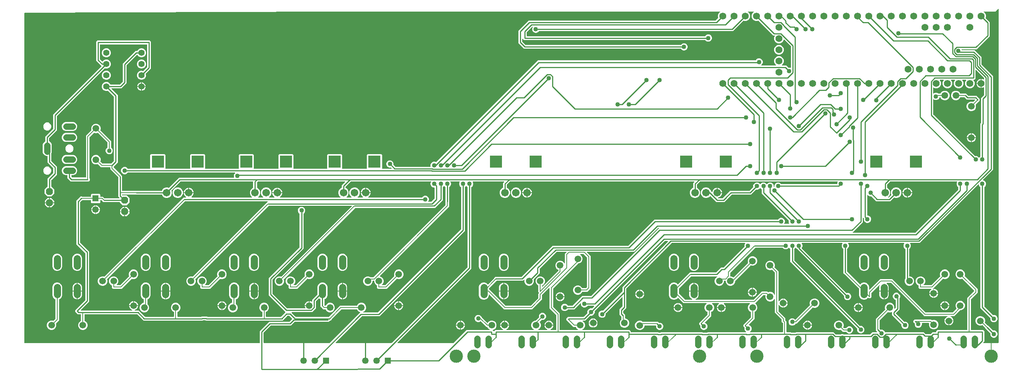
<source format=gbr>
G04 EAGLE Gerber RS-274X export*
G75*
%MOMM*%
%FSLAX34Y34*%
%LPD*%
%INTop Copper*%
%IPPOS*%
%AMOC8*
5,1,8,0,0,1.08239X$1,22.5*%
G01*
G04 Define Apertures*
%ADD10P,1.73204X8X112.5*%
%ADD11R,1.459600X1.459600*%
%ADD12C,1.459600*%
%ADD13C,1.409600*%
%ADD14C,1.459600*%
%ADD15C,1.509600*%
%ADD16C,1.709600*%
%ADD17R,2.800000X2.800000*%
%ADD18C,1.625600*%
%ADD19C,1.574800*%
%ADD20C,1.389600*%
%ADD21C,3.000000*%
%ADD22C,0.243331*%
%ADD23C,1.016000*%
%ADD24C,0.203200*%
G36*
X2426435Y430060D02*
X2426685Y430232D01*
X2426849Y430487D01*
X2426900Y430762D01*
X2426900Y1185060D01*
X2426840Y1185358D01*
X2426668Y1185608D01*
X2426413Y1185771D01*
X2426114Y1185822D01*
X2425819Y1185752D01*
X2425599Y1185599D01*
X2420044Y1180044D01*
X2420017Y1180025D01*
X2419912Y1180000D01*
X2394056Y1180000D01*
X2393758Y1179940D01*
X2393508Y1179768D01*
X2393345Y1179513D01*
X2393294Y1179214D01*
X2393364Y1178919D01*
X2393517Y1178699D01*
X2396377Y1175839D01*
X2398048Y1171805D01*
X2398048Y1167440D01*
X2397456Y1166010D01*
X2397398Y1165713D01*
X2397461Y1165416D01*
X2397621Y1165180D01*
X2406471Y1156330D01*
X2406471Y1123949D01*
X2377135Y1094614D01*
X2343692Y1094614D01*
X2343395Y1094554D01*
X2343144Y1094382D01*
X2342981Y1094127D01*
X2342930Y1093828D01*
X2342988Y1093561D01*
X2343144Y1093183D01*
X2343314Y1092932D01*
X2343568Y1092766D01*
X2343848Y1092713D01*
X2372337Y1092713D01*
X2387713Y1077337D01*
X2387713Y1060645D01*
X2387773Y1060348D01*
X2387936Y1060107D01*
X2414317Y1033726D01*
X2414317Y821897D01*
X2391707Y799287D01*
X2391539Y799035D01*
X2391484Y798736D01*
X2391549Y798440D01*
X2391724Y798193D01*
X2391954Y798045D01*
X2394634Y796935D01*
X2396935Y794634D01*
X2398180Y791627D01*
X2398180Y788373D01*
X2396935Y785366D01*
X2394540Y782972D01*
X2394372Y782719D01*
X2394317Y782433D01*
X2394317Y513162D01*
X2394377Y512864D01*
X2394540Y512623D01*
X2413760Y493403D01*
X2414012Y493236D01*
X2414298Y493180D01*
X2417685Y493180D01*
X2420692Y491935D01*
X2422993Y489634D01*
X2424238Y486627D01*
X2424238Y483373D01*
X2422993Y480366D01*
X2420692Y478065D01*
X2417685Y476820D01*
X2414431Y476820D01*
X2411424Y478065D01*
X2409123Y480366D01*
X2407878Y483373D01*
X2407878Y486760D01*
X2407818Y487057D01*
X2407655Y487299D01*
X2385683Y509270D01*
X2385683Y782433D01*
X2385623Y782730D01*
X2385460Y782972D01*
X2383065Y785366D01*
X2381955Y788046D01*
X2381786Y788297D01*
X2381532Y788463D01*
X2381233Y788516D01*
X2380938Y788449D01*
X2380713Y788293D01*
X2248638Y656218D01*
X2227190Y656218D01*
X2226893Y656158D01*
X2226643Y655986D01*
X2226479Y655731D01*
X2226428Y655432D01*
X2226498Y655137D01*
X2226651Y654917D01*
X2226935Y654634D01*
X2228180Y651627D01*
X2228180Y648373D01*
X2226935Y645366D01*
X2224540Y642972D01*
X2224372Y642719D01*
X2224317Y642433D01*
X2224317Y581410D01*
X2224377Y581113D01*
X2224549Y580863D01*
X2224804Y580699D01*
X2225079Y580648D01*
X2227118Y580648D01*
X2231032Y579027D01*
X2234027Y576032D01*
X2235648Y572118D01*
X2235648Y567882D01*
X2234027Y563968D01*
X2231032Y560973D01*
X2227118Y559352D01*
X2222882Y559352D01*
X2218968Y560973D01*
X2215973Y563968D01*
X2214352Y567882D01*
X2214352Y572118D01*
X2215625Y575192D01*
X2215683Y575484D01*
X2215683Y642433D01*
X2215623Y642730D01*
X2215460Y642972D01*
X2213065Y645366D01*
X2211820Y648373D01*
X2211820Y651627D01*
X2213065Y654634D01*
X2213349Y654917D01*
X2213516Y655170D01*
X2213572Y655468D01*
X2213507Y655764D01*
X2213332Y656012D01*
X2213073Y656171D01*
X2212810Y656218D01*
X2087190Y656218D01*
X2086893Y656158D01*
X2086643Y655986D01*
X2086479Y655731D01*
X2086428Y655432D01*
X2086498Y655137D01*
X2086651Y654917D01*
X2086935Y654634D01*
X2088180Y651627D01*
X2088180Y648373D01*
X2086935Y645366D01*
X2084540Y642972D01*
X2084372Y642719D01*
X2084317Y642433D01*
X2084317Y591702D01*
X2084377Y591405D01*
X2084540Y591163D01*
X2112762Y562941D01*
X2113015Y562773D01*
X2113313Y562718D01*
X2113609Y562783D01*
X2113840Y562941D01*
X2116034Y565135D01*
X2120161Y566844D01*
X2124627Y566844D01*
X2128754Y565135D01*
X2131913Y561976D01*
X2133622Y557849D01*
X2133622Y551283D01*
X2133682Y550985D01*
X2133854Y550735D01*
X2134109Y550572D01*
X2134408Y550521D01*
X2134703Y550591D01*
X2134923Y550744D01*
X2158295Y574116D01*
X2186705Y574116D01*
X2261482Y499339D01*
X2261735Y499172D01*
X2262021Y499116D01*
X2322979Y499116D01*
X2323277Y499176D01*
X2323518Y499339D01*
X2331321Y507142D01*
X2331489Y507395D01*
X2331545Y507693D01*
X2331479Y507990D01*
X2331321Y508220D01*
X2330973Y508568D01*
X2329352Y512482D01*
X2329352Y516718D01*
X2330973Y520632D01*
X2333968Y523627D01*
X2337882Y525248D01*
X2342118Y525248D01*
X2346032Y523627D01*
X2349027Y520632D01*
X2350648Y516718D01*
X2350648Y512482D01*
X2349027Y508568D01*
X2346032Y505573D01*
X2342118Y503952D01*
X2340089Y503952D01*
X2339791Y503892D01*
X2339550Y503729D01*
X2326705Y490884D01*
X2318516Y490884D01*
X2318219Y490824D01*
X2317968Y490652D01*
X2317805Y490397D01*
X2317754Y490098D01*
X2317824Y489803D01*
X2318003Y489558D01*
X2318224Y489418D01*
X2320314Y488552D01*
X2323152Y485714D01*
X2324688Y482007D01*
X2324688Y480762D01*
X2304512Y480762D01*
X2304512Y482007D01*
X2306048Y485714D01*
X2308886Y488552D01*
X2310976Y489418D01*
X2311227Y489588D01*
X2311393Y489842D01*
X2311446Y490140D01*
X2311379Y490436D01*
X2311201Y490682D01*
X2310942Y490839D01*
X2310684Y490884D01*
X2258295Y490884D01*
X2183518Y565661D01*
X2183265Y565828D01*
X2182979Y565884D01*
X2174264Y565884D01*
X2173967Y565824D01*
X2173717Y565652D01*
X2173554Y565397D01*
X2173503Y565098D01*
X2173573Y564803D01*
X2173726Y564583D01*
X2176650Y561659D01*
X2178274Y557738D01*
X2178274Y548250D01*
X2156938Y548250D01*
X2156938Y557738D01*
X2157861Y559967D01*
X2157919Y560265D01*
X2157857Y560562D01*
X2157683Y560810D01*
X2157426Y560972D01*
X2157127Y561020D01*
X2156832Y560948D01*
X2156619Y560798D01*
X2139280Y543459D01*
X2139113Y543206D01*
X2139057Y542920D01*
X2139057Y533236D01*
X2136646Y530825D01*
X2133236Y530825D01*
X2132026Y532035D01*
X2131773Y532203D01*
X2131475Y532258D01*
X2131179Y532193D01*
X2130948Y532035D01*
X2128754Y529841D01*
X2124627Y528132D01*
X2120161Y528132D01*
X2116034Y529841D01*
X2112875Y533000D01*
X2111166Y537127D01*
X2111166Y552579D01*
X2111106Y552877D01*
X2110943Y553118D01*
X2078719Y585342D01*
X2078466Y585510D01*
X2078220Y585558D01*
X2075683Y588094D01*
X2075683Y642433D01*
X2075623Y642730D01*
X2075460Y642972D01*
X2073065Y645366D01*
X2071820Y648373D01*
X2071820Y651627D01*
X2073065Y654634D01*
X2073349Y654917D01*
X2073516Y655170D01*
X2073572Y655468D01*
X2073507Y655764D01*
X2073332Y656012D01*
X2073073Y656171D01*
X2072810Y656218D01*
X1982190Y656218D01*
X1981893Y656158D01*
X1981643Y655986D01*
X1981479Y655731D01*
X1981428Y655432D01*
X1981498Y655137D01*
X1981651Y654917D01*
X1981935Y654634D01*
X1983180Y651627D01*
X1983180Y648373D01*
X1981935Y645366D01*
X1981875Y645307D01*
X1981708Y645054D01*
X1981652Y644756D01*
X1981717Y644460D01*
X1981875Y644229D01*
X2082702Y543403D01*
X2082954Y543236D01*
X2083240Y543180D01*
X2086627Y543180D01*
X2089634Y541935D01*
X2091935Y539634D01*
X2093180Y536627D01*
X2093180Y533373D01*
X2091935Y530366D01*
X2089634Y528065D01*
X2086627Y526820D01*
X2083373Y526820D01*
X2080366Y528065D01*
X2078065Y530366D01*
X2076820Y533373D01*
X2076820Y536760D01*
X2076760Y537057D01*
X2076597Y537299D01*
X1971265Y642630D01*
X1971018Y642796D01*
X1970366Y643065D01*
X1968039Y645393D01*
X1967786Y645560D01*
X1967488Y645616D01*
X1967192Y645551D01*
X1966961Y645393D01*
X1964540Y642972D01*
X1964372Y642719D01*
X1964317Y642433D01*
X1964317Y617104D01*
X1964377Y616806D01*
X1964540Y616565D01*
X2112702Y468403D01*
X2112954Y468236D01*
X2113240Y468180D01*
X2116627Y468180D01*
X2119634Y466935D01*
X2121935Y464634D01*
X2123180Y461627D01*
X2123180Y458373D01*
X2121935Y455366D01*
X2119634Y453065D01*
X2116627Y451820D01*
X2113373Y451820D01*
X2110366Y453065D01*
X2108065Y455366D01*
X2106820Y458373D01*
X2106820Y461760D01*
X2106760Y462057D01*
X2106597Y462299D01*
X1955683Y613212D01*
X1955683Y642433D01*
X1955623Y642730D01*
X1955460Y642972D01*
X1953039Y645393D01*
X1952786Y645560D01*
X1952488Y645616D01*
X1952192Y645551D01*
X1951961Y645393D01*
X1949634Y643065D01*
X1946627Y641820D01*
X1943373Y641820D01*
X1940366Y643065D01*
X1937972Y645460D01*
X1937719Y645628D01*
X1937433Y645683D01*
X1876820Y645683D01*
X1876523Y645623D01*
X1876281Y645460D01*
X1819935Y589114D01*
X1819768Y588861D01*
X1819712Y588575D01*
X1819712Y581410D01*
X1819772Y581113D01*
X1819944Y580863D01*
X1820199Y580699D01*
X1820474Y580648D01*
X1822118Y580648D01*
X1826032Y579027D01*
X1826380Y578679D01*
X1826633Y578511D01*
X1826931Y578455D01*
X1827227Y578521D01*
X1827458Y578679D01*
X1859785Y611006D01*
X1859953Y611259D01*
X1860009Y611557D01*
X1859951Y611837D01*
X1859352Y613282D01*
X1859352Y617518D01*
X1860973Y621432D01*
X1863968Y624427D01*
X1867882Y626048D01*
X1872118Y626048D01*
X1876032Y624427D01*
X1879027Y621432D01*
X1880648Y617518D01*
X1880648Y613282D01*
X1879027Y609368D01*
X1876032Y606373D01*
X1872118Y604752D01*
X1867882Y604752D01*
X1866437Y605351D01*
X1866139Y605409D01*
X1865842Y605346D01*
X1865606Y605185D01*
X1830871Y570450D01*
X1830704Y570197D01*
X1830648Y569911D01*
X1830648Y567882D01*
X1829027Y563968D01*
X1826032Y560973D01*
X1822118Y559352D01*
X1817882Y559352D01*
X1813968Y560973D01*
X1810973Y563968D01*
X1809352Y567882D01*
X1809352Y569926D01*
X1809292Y570223D01*
X1809120Y570473D01*
X1808865Y570637D01*
X1808590Y570688D01*
X1806410Y570688D01*
X1806113Y570628D01*
X1805863Y570456D01*
X1805699Y570201D01*
X1805648Y569926D01*
X1805648Y567882D01*
X1804027Y563968D01*
X1801032Y560973D01*
X1797118Y559352D01*
X1792882Y559352D01*
X1788968Y560973D01*
X1785973Y563968D01*
X1784352Y567882D01*
X1784352Y572118D01*
X1785973Y576032D01*
X1788968Y579027D01*
X1789428Y579217D01*
X1789680Y579387D01*
X1789845Y579641D01*
X1789898Y579940D01*
X1789831Y580235D01*
X1789653Y580481D01*
X1789394Y580638D01*
X1789136Y580683D01*
X1731726Y580683D01*
X1731429Y580623D01*
X1731187Y580460D01*
X1703845Y553118D01*
X1703678Y552865D01*
X1703622Y552579D01*
X1703622Y542397D01*
X1703682Y542099D01*
X1703845Y541858D01*
X1717360Y528343D01*
X1717613Y528176D01*
X1717899Y528120D01*
X1733034Y528120D01*
X1733331Y528180D01*
X1733581Y528352D01*
X1733745Y528607D01*
X1733796Y528906D01*
X1733726Y529201D01*
X1733547Y529446D01*
X1733326Y529586D01*
X1731563Y530316D01*
X1728562Y533317D01*
X1726938Y537238D01*
X1726938Y546726D01*
X1748274Y546726D01*
X1748274Y537238D01*
X1746650Y533317D01*
X1743649Y530316D01*
X1741886Y529586D01*
X1741635Y529417D01*
X1741469Y529162D01*
X1741416Y528864D01*
X1741484Y528568D01*
X1741661Y528322D01*
X1741920Y528165D01*
X1742178Y528120D01*
X1872369Y528120D01*
X1872666Y528180D01*
X1872907Y528343D01*
X1890988Y546423D01*
X1903997Y546423D01*
X1905606Y544815D01*
X1905859Y544647D01*
X1906157Y544591D01*
X1906437Y544649D01*
X1907882Y545248D01*
X1912118Y545248D01*
X1916032Y543627D01*
X1919027Y540632D01*
X1919418Y539688D01*
X1919588Y539436D01*
X1919842Y539271D01*
X1920140Y539217D01*
X1920436Y539285D01*
X1920682Y539462D01*
X1920839Y539722D01*
X1920884Y539979D01*
X1920884Y588379D01*
X1920824Y588677D01*
X1920661Y588918D01*
X1914394Y595185D01*
X1914141Y595353D01*
X1913843Y595409D01*
X1913563Y595351D01*
X1912118Y594752D01*
X1907882Y594752D01*
X1903968Y596373D01*
X1900973Y599368D01*
X1899352Y603282D01*
X1899352Y607518D01*
X1900973Y611432D01*
X1903968Y614427D01*
X1907882Y616048D01*
X1912118Y616048D01*
X1916032Y614427D01*
X1919027Y611432D01*
X1920648Y607518D01*
X1920648Y603282D01*
X1920049Y601837D01*
X1919991Y601539D01*
X1920054Y601242D01*
X1920215Y601006D01*
X1929116Y592105D01*
X1929116Y524881D01*
X1929176Y524584D01*
X1929348Y524334D01*
X1929603Y524171D01*
X1929902Y524120D01*
X1930197Y524190D01*
X1930442Y524369D01*
X1930582Y524590D01*
X1931048Y525714D01*
X1933886Y528552D01*
X1937593Y530088D01*
X1938838Y530088D01*
X1938838Y509912D01*
X1937593Y509912D01*
X1933886Y511448D01*
X1931048Y514286D01*
X1930582Y515410D01*
X1930413Y515662D01*
X1930158Y515827D01*
X1929860Y515880D01*
X1929564Y515813D01*
X1929318Y515635D01*
X1929161Y515376D01*
X1929116Y515119D01*
X1929116Y502021D01*
X1929176Y501723D01*
X1929339Y501482D01*
X1944116Y486705D01*
X1944116Y482021D01*
X1944176Y481723D01*
X1944339Y481482D01*
X1947047Y478774D01*
X1947047Y455221D01*
X1947108Y454924D01*
X1947279Y454674D01*
X1947535Y454511D01*
X1947809Y454459D01*
X1957415Y454459D01*
X1958125Y453750D01*
X1958378Y453582D01*
X1958664Y453527D01*
X1967049Y453527D01*
X1967347Y453587D01*
X1967588Y453750D01*
X1968155Y454317D01*
X2040685Y454317D01*
X2040982Y454377D01*
X2041104Y454459D01*
X2053457Y454459D01*
X2058836Y449080D01*
X2059089Y448913D01*
X2059375Y448857D01*
X2064215Y448857D01*
X2064513Y448917D01*
X2064754Y449080D01*
X2065067Y449394D01*
X2069030Y449394D01*
X2069322Y449452D01*
X2070632Y449994D01*
X2074768Y449994D01*
X2076078Y449452D01*
X2076370Y449394D01*
X2135762Y449394D01*
X2136059Y449454D01*
X2136301Y449617D01*
X2141143Y454459D01*
X2151186Y454459D01*
X2151484Y454520D01*
X2151734Y454691D01*
X2151897Y454947D01*
X2151948Y455246D01*
X2151878Y455541D01*
X2151725Y455760D01*
X2149183Y458302D01*
X2149183Y461890D01*
X2149328Y462108D01*
X2149384Y462394D01*
X2149384Y484805D01*
X2170185Y505606D01*
X2170353Y505859D01*
X2170409Y506157D01*
X2170351Y506437D01*
X2169752Y507882D01*
X2169752Y512118D01*
X2171373Y516032D01*
X2174368Y519027D01*
X2178282Y520648D01*
X2182518Y520648D01*
X2186432Y519027D01*
X2189427Y516032D01*
X2191048Y512118D01*
X2191048Y508324D01*
X2191108Y508026D01*
X2191280Y507776D01*
X2191535Y507613D01*
X2191834Y507562D01*
X2192129Y507632D01*
X2192349Y507785D01*
X2193629Y509065D01*
X2193796Y509318D01*
X2193852Y509604D01*
X2193852Y526853D01*
X2193792Y527150D01*
X2193620Y527400D01*
X2193382Y527557D01*
X2191035Y528529D01*
X2188734Y530830D01*
X2187489Y533837D01*
X2187489Y537091D01*
X2188734Y540097D01*
X2191035Y542398D01*
X2194042Y543644D01*
X2197296Y543644D01*
X2200302Y542398D01*
X2202603Y540097D01*
X2203849Y537091D01*
X2203849Y533837D01*
X2202545Y530690D01*
X2202546Y530690D01*
X2202541Y530682D01*
X2202485Y530397D01*
X2202485Y505712D01*
X2194540Y497766D01*
X2194372Y497514D01*
X2194317Y497228D01*
X2194317Y497104D01*
X2194377Y496806D01*
X2194540Y496565D01*
X2212702Y478403D01*
X2212954Y478236D01*
X2213240Y478180D01*
X2216627Y478180D01*
X2219634Y476935D01*
X2221935Y474634D01*
X2223180Y471627D01*
X2223180Y468373D01*
X2221935Y465366D01*
X2219634Y463065D01*
X2216627Y461820D01*
X2213373Y461820D01*
X2210366Y463065D01*
X2208065Y465366D01*
X2206820Y468373D01*
X2206820Y471760D01*
X2206760Y472057D01*
X2206597Y472299D01*
X2185683Y493212D01*
X2185683Y499523D01*
X2185623Y499820D01*
X2185452Y500070D01*
X2185196Y500233D01*
X2184897Y500284D01*
X2184630Y500227D01*
X2182518Y499352D01*
X2178282Y499352D01*
X2176837Y499951D01*
X2176539Y500009D01*
X2176242Y499946D01*
X2176006Y499785D01*
X2157839Y481618D01*
X2157672Y481365D01*
X2157616Y481079D01*
X2157616Y462394D01*
X2157676Y462097D01*
X2157839Y461856D01*
X2159497Y460198D01*
X2159749Y460031D01*
X2160035Y459975D01*
X2163422Y459975D01*
X2166429Y458730D01*
X2168730Y456429D01*
X2169410Y454787D01*
X2169579Y454536D01*
X2169833Y454370D01*
X2170114Y454317D01*
X2240685Y454317D01*
X2240982Y454377D01*
X2241104Y454459D01*
X2257415Y454459D01*
X2261658Y450217D01*
X2261910Y450050D01*
X2262196Y449994D01*
X2270480Y449994D01*
X2270480Y449994D01*
X2272369Y449994D01*
X2272666Y450054D01*
X2272907Y450217D01*
X2277007Y454317D01*
X2284921Y454317D01*
X2285219Y454377D01*
X2285469Y454549D01*
X2285632Y454804D01*
X2285683Y455079D01*
X2285683Y456788D01*
X2288212Y459317D01*
X2355122Y459317D01*
X2355419Y459377D01*
X2355669Y459549D01*
X2355833Y459804D01*
X2355884Y460079D01*
X2355884Y531705D01*
X2370661Y546482D01*
X2370828Y546735D01*
X2370884Y547021D01*
X2370884Y548379D01*
X2370824Y548677D01*
X2370661Y548918D01*
X2344394Y575185D01*
X2344141Y575353D01*
X2343843Y575409D01*
X2343563Y575351D01*
X2342118Y574752D01*
X2337882Y574752D01*
X2333968Y576373D01*
X2330973Y579368D01*
X2329352Y583282D01*
X2329352Y587518D01*
X2330973Y591432D01*
X2333968Y594427D01*
X2337882Y596048D01*
X2342118Y596048D01*
X2346032Y594427D01*
X2349027Y591432D01*
X2350648Y587518D01*
X2350648Y583282D01*
X2350049Y581837D01*
X2349991Y581539D01*
X2350054Y581242D01*
X2350215Y581006D01*
X2379116Y552105D01*
X2379116Y543295D01*
X2364339Y528518D01*
X2364172Y528265D01*
X2364116Y527979D01*
X2364116Y460079D01*
X2364176Y459781D01*
X2364348Y459531D01*
X2364603Y459368D01*
X2364878Y459317D01*
X2391788Y459317D01*
X2394317Y456788D01*
X2394317Y433212D01*
X2392406Y431301D01*
X2392238Y431048D01*
X2392182Y430750D01*
X2392248Y430454D01*
X2392423Y430206D01*
X2392681Y430047D01*
X2392944Y430000D01*
X2426138Y430000D01*
X2426435Y430060D01*
G37*
%LPC*%
G36*
X2165373Y593156D02*
X2161246Y594865D01*
X2158087Y598024D01*
X2156378Y602151D01*
X2156378Y622873D01*
X2158087Y627000D01*
X2161246Y630159D01*
X2165373Y631868D01*
X2169839Y631868D01*
X2173966Y630159D01*
X2177125Y627000D01*
X2178834Y622873D01*
X2178834Y602151D01*
X2177125Y598024D01*
X2173966Y594865D01*
X2169839Y593156D01*
X2165373Y593156D01*
G37*
G36*
X2120161Y593156D02*
X2116034Y594865D01*
X2112875Y598024D01*
X2111166Y602151D01*
X2111166Y622873D01*
X2112875Y627000D01*
X2116034Y630159D01*
X2120161Y631868D01*
X2124627Y631868D01*
X2128754Y630159D01*
X2131913Y627000D01*
X2133622Y622873D01*
X2133622Y602151D01*
X2131913Y598024D01*
X2128754Y594865D01*
X2124627Y593156D01*
X2120161Y593156D01*
G37*
G36*
X2269912Y543036D02*
X2269912Y544281D01*
X2271448Y547988D01*
X2274286Y550826D01*
X2274507Y550918D01*
X2274759Y551088D01*
X2274924Y551342D01*
X2274977Y551640D01*
X2274910Y551936D01*
X2274733Y552182D01*
X2274473Y552339D01*
X2274216Y552384D01*
X2248295Y552384D01*
X2245884Y554795D01*
X2245884Y559670D01*
X2245824Y559968D01*
X2245652Y560218D01*
X2245414Y560374D01*
X2243968Y560973D01*
X2240973Y563968D01*
X2239352Y567882D01*
X2239352Y572118D01*
X2240973Y576032D01*
X2243968Y579027D01*
X2247882Y580648D01*
X2252118Y580648D01*
X2256032Y579027D01*
X2259027Y576032D01*
X2260648Y572118D01*
X2260648Y567882D01*
X2259027Y563968D01*
X2256975Y561917D01*
X2256808Y561664D01*
X2256752Y561366D01*
X2256817Y561070D01*
X2256993Y560822D01*
X2257251Y560663D01*
X2257514Y560616D01*
X2274079Y560616D01*
X2274377Y560676D01*
X2274618Y560839D01*
X2294785Y581006D01*
X2294953Y581259D01*
X2295009Y581557D01*
X2294951Y581837D01*
X2294352Y583282D01*
X2294352Y587518D01*
X2295973Y591432D01*
X2298968Y594427D01*
X2302882Y596048D01*
X2307118Y596048D01*
X2311032Y594427D01*
X2314027Y591432D01*
X2315648Y587518D01*
X2315648Y583282D01*
X2314027Y579368D01*
X2311032Y576373D01*
X2307118Y574752D01*
X2302882Y574752D01*
X2301437Y575351D01*
X2301139Y575409D01*
X2300842Y575346D01*
X2300606Y575185D01*
X2279084Y553663D01*
X2278916Y553410D01*
X2278861Y553112D01*
X2278926Y552816D01*
X2279101Y552568D01*
X2279238Y552484D01*
X2279238Y543036D01*
X2269912Y543036D01*
G37*
G36*
X1726938Y548250D02*
X1726938Y557738D01*
X1728562Y561659D01*
X1731563Y564660D01*
X1735484Y566284D01*
X1736844Y566284D01*
X1736844Y548250D01*
X1726938Y548250D01*
G37*
G36*
X1738368Y548250D02*
X1738368Y566284D01*
X1739728Y566284D01*
X1743649Y564660D01*
X1746650Y561659D01*
X1748274Y557738D01*
X1748274Y548250D01*
X1738368Y548250D01*
G37*
G36*
X1859912Y545362D02*
X1859912Y546607D01*
X1861448Y550314D01*
X1864286Y553152D01*
X1867993Y554688D01*
X1869238Y554688D01*
X1869238Y545362D01*
X1859912Y545362D01*
G37*
G36*
X1870762Y545362D02*
X1870762Y554688D01*
X1872007Y554688D01*
X1875714Y553152D01*
X1878552Y550314D01*
X1880088Y546607D01*
X1880088Y545362D01*
X1870762Y545362D01*
G37*
G36*
X2280762Y543036D02*
X2280762Y552362D01*
X2282007Y552362D01*
X2285714Y550826D01*
X2288552Y547988D01*
X2290088Y544281D01*
X2290088Y543036D01*
X2280762Y543036D01*
G37*
G36*
X2165484Y528692D02*
X2161563Y530316D01*
X2158562Y533317D01*
X2156938Y537238D01*
X2156938Y546726D01*
X2166844Y546726D01*
X2166844Y528692D01*
X2165484Y528692D01*
G37*
G36*
X2168368Y528692D02*
X2168368Y546726D01*
X2178274Y546726D01*
X2178274Y537238D01*
X2176650Y533317D01*
X2173649Y530316D01*
X2169728Y528692D01*
X2168368Y528692D01*
G37*
G36*
X1867993Y534512D02*
X1864286Y536048D01*
X1861448Y538886D01*
X1859912Y542593D01*
X1859912Y543838D01*
X1869238Y543838D01*
X1869238Y534512D01*
X1867993Y534512D01*
G37*
G36*
X1870762Y534512D02*
X1870762Y543838D01*
X1880088Y543838D01*
X1880088Y542593D01*
X1878552Y538886D01*
X1875714Y536048D01*
X1872007Y534512D01*
X1870762Y534512D01*
G37*
G36*
X2277993Y532186D02*
X2274286Y533722D01*
X2271448Y536560D01*
X2269912Y540267D01*
X2269912Y541512D01*
X2279238Y541512D01*
X2279238Y532186D01*
X2277993Y532186D01*
G37*
G36*
X2280762Y532186D02*
X2280762Y541512D01*
X2290088Y541512D01*
X2290088Y540267D01*
X2288552Y536560D01*
X2285714Y533722D01*
X2282007Y532186D01*
X2280762Y532186D01*
G37*
G36*
X1958383Y469359D02*
X1955376Y470604D01*
X1953075Y472905D01*
X1951830Y475912D01*
X1951830Y479166D01*
X1953075Y482172D01*
X1955376Y484473D01*
X1958383Y485719D01*
X1961637Y485719D01*
X1964644Y484473D01*
X1966309Y482808D01*
X1966562Y482640D01*
X1966860Y482585D01*
X1967156Y482650D01*
X1967387Y482808D01*
X2000185Y515606D01*
X2000353Y515859D01*
X2000409Y516157D01*
X2000351Y516437D01*
X1999752Y517882D01*
X1999752Y522118D01*
X2001373Y526032D01*
X2004368Y529027D01*
X2008282Y530648D01*
X2012518Y530648D01*
X2016432Y529027D01*
X2019427Y526032D01*
X2021048Y522118D01*
X2021048Y517882D01*
X2019427Y513968D01*
X2016432Y510973D01*
X2012518Y509352D01*
X2008282Y509352D01*
X2006837Y509951D01*
X2006539Y510009D01*
X2006242Y509946D01*
X2006006Y509785D01*
X1969644Y473423D01*
X1967668Y473423D01*
X1967371Y473362D01*
X1967121Y473191D01*
X1966964Y472952D01*
X1966945Y472905D01*
X1964644Y470604D01*
X1961637Y469359D01*
X1958383Y469359D01*
G37*
G36*
X1940362Y520762D02*
X1940362Y530088D01*
X1941607Y530088D01*
X1945314Y528552D01*
X1948152Y525714D01*
X1949688Y522007D01*
X1949688Y520762D01*
X1940362Y520762D01*
G37*
G36*
X2294912Y515362D02*
X2294912Y516607D01*
X2296448Y520314D01*
X2299286Y523152D01*
X2302993Y524688D01*
X2304238Y524688D01*
X2304238Y515362D01*
X2294912Y515362D01*
G37*
G36*
X2305762Y515362D02*
X2305762Y524688D01*
X2307007Y524688D01*
X2310714Y523152D01*
X2313552Y520314D01*
X2315088Y516607D01*
X2315088Y515362D01*
X2305762Y515362D01*
G37*
G36*
X2110362Y510762D02*
X2110362Y520088D01*
X2111607Y520088D01*
X2115314Y518552D01*
X2118152Y515714D01*
X2119688Y512007D01*
X2119688Y510762D01*
X2110362Y510762D01*
G37*
G36*
X2099512Y510762D02*
X2099512Y512007D01*
X2101048Y515714D01*
X2103886Y518552D01*
X2107593Y520088D01*
X2108838Y520088D01*
X2108838Y510762D01*
X2099512Y510762D01*
G37*
G36*
X1940362Y509912D02*
X1940362Y519238D01*
X1949688Y519238D01*
X1949688Y517993D01*
X1948152Y514286D01*
X1945314Y511448D01*
X1941607Y509912D01*
X1940362Y509912D01*
G37*
G36*
X2302993Y504512D02*
X2299286Y506048D01*
X2296448Y508886D01*
X2294912Y512593D01*
X2294912Y513838D01*
X2304238Y513838D01*
X2304238Y504512D01*
X2302993Y504512D01*
G37*
G36*
X2305762Y504512D02*
X2305762Y513838D01*
X2315088Y513838D01*
X2315088Y512593D01*
X2313552Y508886D01*
X2310714Y506048D01*
X2307007Y504512D01*
X2305762Y504512D01*
G37*
G36*
X2110362Y499912D02*
X2110362Y509238D01*
X2119688Y509238D01*
X2119688Y507993D01*
X2118152Y504286D01*
X2115314Y501448D01*
X2111607Y499912D01*
X2110362Y499912D01*
G37*
G36*
X2107593Y499912D02*
X2103886Y501448D01*
X2101048Y504286D01*
X2099512Y507993D01*
X2099512Y509238D01*
X2108838Y509238D01*
X2108838Y499912D01*
X2107593Y499912D01*
G37*
G36*
X2414431Y441820D02*
X2411424Y443065D01*
X2409123Y445366D01*
X2407878Y448373D01*
X2407878Y451760D01*
X2407818Y452057D01*
X2407655Y452299D01*
X2396733Y463220D01*
X2396681Y463477D01*
X2396518Y463719D01*
X2390259Y469978D01*
X2390006Y470146D01*
X2389708Y470201D01*
X2389429Y470143D01*
X2387518Y469352D01*
X2383282Y469352D01*
X2379368Y470973D01*
X2376373Y473968D01*
X2374752Y477882D01*
X2374752Y482118D01*
X2376373Y486032D01*
X2379368Y489027D01*
X2383282Y490648D01*
X2387518Y490648D01*
X2391432Y489027D01*
X2394427Y486032D01*
X2396048Y482118D01*
X2396048Y477882D01*
X2395642Y476902D01*
X2395584Y476604D01*
X2395647Y476308D01*
X2395807Y476072D01*
X2402339Y469540D01*
X2402592Y469372D01*
X2402838Y469324D01*
X2413760Y458403D01*
X2414012Y458236D01*
X2414298Y458180D01*
X2417685Y458180D01*
X2420692Y456935D01*
X2422993Y454634D01*
X2424238Y451627D01*
X2424238Y448373D01*
X2422993Y445366D01*
X2420692Y443065D01*
X2417685Y441820D01*
X2414431Y441820D01*
G37*
G36*
X2277882Y460826D02*
X2273968Y462447D01*
X2270973Y465442D01*
X2269352Y469356D01*
X2269352Y473592D01*
X2269471Y473879D01*
X2269529Y474177D01*
X2269466Y474473D01*
X2269293Y474722D01*
X2269036Y474884D01*
X2268767Y474933D01*
X2253952Y474933D01*
X2253655Y474872D01*
X2253405Y474701D01*
X2253241Y474445D01*
X2253190Y474171D01*
X2253190Y470912D01*
X2251945Y467905D01*
X2249644Y465604D01*
X2246637Y464359D01*
X2243383Y464359D01*
X2240376Y465604D01*
X2238075Y467905D01*
X2236830Y470912D01*
X2236830Y474298D01*
X2236770Y474596D01*
X2236607Y474837D01*
X2234183Y477261D01*
X2234183Y480837D01*
X2236712Y483365D01*
X2240300Y483365D01*
X2240518Y483220D01*
X2240804Y483165D01*
X2274130Y483165D01*
X2275606Y481689D01*
X2275859Y481521D01*
X2276157Y481465D01*
X2276437Y481523D01*
X2277882Y482122D01*
X2282118Y482122D01*
X2286032Y480501D01*
X2289027Y477506D01*
X2290648Y473592D01*
X2290648Y469356D01*
X2289027Y465442D01*
X2286032Y462447D01*
X2282118Y460826D01*
X2277882Y460826D01*
G37*
G36*
X2087668Y451115D02*
X2084661Y452360D01*
X2082360Y454661D01*
X2082341Y454709D01*
X2082171Y454960D01*
X2081917Y455126D01*
X2081637Y455179D01*
X2074400Y455179D01*
X2069794Y459785D01*
X2069541Y459953D01*
X2069243Y460009D01*
X2068963Y459951D01*
X2067518Y459352D01*
X2063282Y459352D01*
X2059368Y460973D01*
X2056373Y463968D01*
X2054752Y467882D01*
X2054752Y472118D01*
X2056373Y476032D01*
X2059368Y479027D01*
X2063282Y480648D01*
X2067518Y480648D01*
X2071432Y479027D01*
X2074427Y476032D01*
X2076048Y472118D01*
X2076048Y467882D01*
X2075449Y466437D01*
X2075391Y466139D01*
X2075454Y465842D01*
X2075615Y465606D01*
X2077587Y463634D01*
X2077840Y463467D01*
X2078126Y463411D01*
X2081637Y463411D01*
X2081934Y463471D01*
X2082184Y463643D01*
X2082341Y463881D01*
X2082360Y463929D01*
X2084661Y466230D01*
X2087668Y467475D01*
X2090922Y467475D01*
X2093929Y466230D01*
X2096230Y463929D01*
X2097475Y460922D01*
X2097475Y457668D01*
X2096230Y454661D01*
X2093929Y452360D01*
X2090922Y451115D01*
X2087668Y451115D01*
G37*
G36*
X1995362Y470762D02*
X1995362Y480088D01*
X1996607Y480088D01*
X2000314Y478552D01*
X2003152Y475714D01*
X2004688Y472007D01*
X2004688Y470762D01*
X1995362Y470762D01*
G37*
G36*
X1984512Y470762D02*
X1984512Y472007D01*
X1986048Y475714D01*
X1988886Y478552D01*
X1992593Y480088D01*
X1993838Y480088D01*
X1993838Y470762D01*
X1984512Y470762D01*
G37*
G36*
X2312593Y469912D02*
X2308886Y471448D01*
X2306048Y474286D01*
X2304512Y477993D01*
X2304512Y479238D01*
X2313838Y479238D01*
X2313838Y469912D01*
X2312593Y469912D01*
G37*
G36*
X2315362Y469912D02*
X2315362Y479238D01*
X2324688Y479238D01*
X2324688Y477993D01*
X2323152Y474286D01*
X2320314Y471448D01*
X2316607Y469912D01*
X2315362Y469912D01*
G37*
G36*
X1995362Y459912D02*
X1995362Y469238D01*
X2004688Y469238D01*
X2004688Y467993D01*
X2003152Y464286D01*
X2000314Y461448D01*
X1996607Y459912D01*
X1995362Y459912D01*
G37*
G36*
X1992593Y459912D02*
X1988886Y461448D01*
X1986048Y464286D01*
X1984512Y467993D01*
X1984512Y469238D01*
X1993838Y469238D01*
X1993838Y459912D01*
X1992593Y459912D01*
G37*
%LPD*%
G36*
X755219Y430060D02*
X755469Y430232D01*
X755632Y430487D01*
X755683Y430762D01*
X755683Y456788D01*
X777015Y478120D01*
X822368Y478120D01*
X822666Y478180D01*
X822907Y478343D01*
X828625Y484061D01*
X828793Y484314D01*
X828848Y484612D01*
X828783Y484908D01*
X828625Y485139D01*
X822907Y490857D01*
X822654Y491024D01*
X822368Y491080D01*
X817632Y491080D01*
X817334Y491020D01*
X817093Y490857D01*
X806919Y480683D01*
X633081Y480683D01*
X632907Y480857D01*
X632654Y481024D01*
X632368Y481080D01*
X627632Y481080D01*
X627334Y481020D01*
X627093Y480857D01*
X626919Y480683D01*
X492543Y480683D01*
X478563Y494663D01*
X478310Y494831D01*
X478024Y494887D01*
X360278Y494887D01*
X359981Y494826D01*
X359731Y494655D01*
X359567Y494399D01*
X359516Y494125D01*
X359516Y480330D01*
X359576Y480032D01*
X359748Y479782D01*
X359986Y479626D01*
X361432Y479027D01*
X364427Y476032D01*
X366048Y472118D01*
X366048Y467882D01*
X364427Y463968D01*
X361432Y460973D01*
X357518Y459352D01*
X353282Y459352D01*
X349368Y460973D01*
X346373Y463968D01*
X344752Y467882D01*
X344752Y472118D01*
X346373Y476032D01*
X349368Y479027D01*
X350814Y479626D01*
X351065Y479795D01*
X351231Y480049D01*
X351284Y480330D01*
X351284Y494125D01*
X351224Y494422D01*
X351052Y494672D01*
X350797Y494835D01*
X350522Y494887D01*
X344009Y494887D01*
X338183Y500712D01*
X338183Y504288D01*
X360460Y526565D01*
X360628Y526818D01*
X360683Y527104D01*
X360683Y632896D01*
X360623Y633194D01*
X360460Y633435D01*
X340683Y653212D01*
X340683Y751788D01*
X350112Y761217D01*
X353700Y761217D01*
X353918Y761072D01*
X354204Y761016D01*
X373140Y761016D01*
X373437Y761076D01*
X373687Y761248D01*
X373851Y761503D01*
X373902Y761778D01*
X373902Y765482D01*
X375718Y767298D01*
X392882Y767298D01*
X394698Y765482D01*
X394698Y761778D01*
X394758Y761481D01*
X394930Y761231D01*
X395185Y761067D01*
X395460Y761016D01*
X401154Y761016D01*
X404548Y757622D01*
X404801Y757454D01*
X405087Y757399D01*
X437357Y757399D01*
X437654Y757459D01*
X437904Y757630D01*
X438068Y757886D01*
X438119Y758185D01*
X438049Y758480D01*
X437896Y758699D01*
X435683Y760912D01*
X435683Y804680D01*
X435623Y804977D01*
X435460Y805219D01*
X417384Y823295D01*
X417384Y826622D01*
X417324Y826919D01*
X417152Y827169D01*
X416897Y827333D01*
X416622Y827384D01*
X396395Y827384D01*
X389394Y834385D01*
X389141Y834553D01*
X388843Y834609D01*
X388563Y834551D01*
X387118Y833952D01*
X382882Y833952D01*
X378968Y835573D01*
X375973Y838568D01*
X374352Y842482D01*
X374352Y846718D01*
X375973Y850632D01*
X378968Y853627D01*
X382882Y855248D01*
X387118Y855248D01*
X391032Y853627D01*
X394027Y850632D01*
X395648Y846718D01*
X395648Y842482D01*
X395049Y841037D01*
X394991Y840739D01*
X395054Y840442D01*
X395215Y840206D01*
X399582Y835839D01*
X399835Y835672D01*
X400121Y835616D01*
X419196Y835616D01*
X419493Y835676D01*
X419735Y835839D01*
X425460Y841565D01*
X425628Y841818D01*
X425683Y842104D01*
X425683Y986796D01*
X425623Y987094D01*
X425460Y987335D01*
X412334Y1000462D01*
X412081Y1000629D01*
X411783Y1000685D01*
X411503Y1000627D01*
X410599Y1000252D01*
X406601Y1000252D01*
X402908Y1001782D01*
X400082Y1004608D01*
X398552Y1008301D01*
X398552Y1012299D01*
X400082Y1015992D01*
X402908Y1018818D01*
X406601Y1020348D01*
X410599Y1020348D01*
X414292Y1018818D01*
X417118Y1015992D01*
X417493Y1015087D01*
X417663Y1014836D01*
X417917Y1014670D01*
X418197Y1014617D01*
X438196Y1014617D01*
X438494Y1014677D01*
X438735Y1014840D01*
X445460Y1021565D01*
X445628Y1021818D01*
X445683Y1022104D01*
X445683Y1061788D01*
X474712Y1090817D01*
X478403Y1090817D01*
X478700Y1090877D01*
X478950Y1091049D01*
X479107Y1091287D01*
X479482Y1092192D01*
X482308Y1095018D01*
X486001Y1096548D01*
X489999Y1096548D01*
X493692Y1095018D01*
X496518Y1092192D01*
X498048Y1088499D01*
X498048Y1084501D01*
X496518Y1080808D01*
X493692Y1077982D01*
X489999Y1076452D01*
X486001Y1076452D01*
X482308Y1077982D01*
X479482Y1080808D01*
X479166Y1081571D01*
X478996Y1081823D01*
X478742Y1081988D01*
X478444Y1082041D01*
X478148Y1081974D01*
X477923Y1081818D01*
X454540Y1058435D01*
X454372Y1058182D01*
X454317Y1057896D01*
X454317Y1018212D01*
X442088Y1005983D01*
X420861Y1005983D01*
X420564Y1005923D01*
X420314Y1005752D01*
X420150Y1005496D01*
X420099Y1005197D01*
X420169Y1004902D01*
X420322Y1004683D01*
X434317Y990688D01*
X434317Y838212D01*
X425839Y829735D01*
X425672Y829482D01*
X425616Y829196D01*
X425616Y827021D01*
X425676Y826723D01*
X425839Y826482D01*
X441281Y811040D01*
X441534Y810872D01*
X441780Y810824D01*
X444317Y808288D01*
X444317Y774878D01*
X444377Y774581D01*
X444549Y774331D01*
X444804Y774167D01*
X445079Y774116D01*
X474196Y774116D01*
X474493Y774176D01*
X474701Y774317D01*
X533671Y774317D01*
X533968Y774377D01*
X534219Y774549D01*
X534375Y774787D01*
X535125Y776598D01*
X538402Y779875D01*
X542683Y781648D01*
X547317Y781648D01*
X549128Y780898D01*
X549426Y780840D01*
X549722Y780903D01*
X549958Y781063D01*
X572853Y803957D01*
X696667Y803957D01*
X696965Y804018D01*
X697215Y804189D01*
X697378Y804445D01*
X697429Y804744D01*
X697371Y805011D01*
X696820Y806342D01*
X696820Y809596D01*
X698065Y812603D01*
X699845Y814383D01*
X700012Y814635D01*
X700068Y814934D01*
X700003Y815230D01*
X699828Y815477D01*
X699569Y815636D01*
X699306Y815683D01*
X457567Y815683D01*
X457270Y815623D01*
X457028Y815460D01*
X454634Y813065D01*
X451627Y811820D01*
X448373Y811820D01*
X445366Y813065D01*
X443065Y815366D01*
X441820Y818373D01*
X441820Y821627D01*
X443065Y824634D01*
X445366Y826935D01*
X448373Y828180D01*
X451627Y828180D01*
X454634Y826935D01*
X457028Y824540D01*
X457281Y824372D01*
X457567Y824317D01*
X507138Y824317D01*
X507435Y824377D01*
X507685Y824549D01*
X507849Y824804D01*
X507900Y825079D01*
X507900Y855284D01*
X509716Y857100D01*
X540284Y857100D01*
X542100Y855284D01*
X542100Y825079D01*
X542160Y824781D01*
X542332Y824531D01*
X542587Y824368D01*
X542862Y824317D01*
X597138Y824317D01*
X597435Y824377D01*
X597685Y824549D01*
X597849Y824804D01*
X597900Y825079D01*
X597900Y855284D01*
X599716Y857100D01*
X630284Y857100D01*
X632100Y855284D01*
X632100Y825079D01*
X632160Y824781D01*
X632332Y824531D01*
X632587Y824368D01*
X632862Y824317D01*
X707138Y824317D01*
X707435Y824377D01*
X707685Y824549D01*
X707849Y824804D01*
X707900Y825079D01*
X707900Y855284D01*
X709716Y857100D01*
X740284Y857100D01*
X742100Y855284D01*
X742100Y825079D01*
X742160Y824781D01*
X742332Y824531D01*
X742587Y824368D01*
X742862Y824317D01*
X797138Y824317D01*
X797435Y824377D01*
X797685Y824549D01*
X797849Y824804D01*
X797900Y825079D01*
X797900Y855284D01*
X799716Y857100D01*
X830284Y857100D01*
X832100Y855284D01*
X832100Y825079D01*
X832160Y824781D01*
X832332Y824531D01*
X832587Y824368D01*
X832862Y824317D01*
X907138Y824317D01*
X907435Y824377D01*
X907685Y824549D01*
X907849Y824804D01*
X907900Y825079D01*
X907900Y855284D01*
X909716Y857100D01*
X940284Y857100D01*
X942100Y855284D01*
X942100Y825079D01*
X942160Y824781D01*
X942332Y824531D01*
X942587Y824368D01*
X942862Y824317D01*
X997138Y824317D01*
X997435Y824377D01*
X997685Y824549D01*
X997849Y824804D01*
X997900Y825079D01*
X997900Y855284D01*
X999716Y857100D01*
X1030284Y857100D01*
X1032100Y855284D01*
X1032100Y825079D01*
X1032160Y824781D01*
X1032332Y824531D01*
X1032587Y824368D01*
X1032862Y824317D01*
X1052739Y824317D01*
X1053036Y824377D01*
X1053286Y824549D01*
X1053450Y824804D01*
X1053501Y825103D01*
X1053431Y825398D01*
X1053278Y825617D01*
X1052299Y826597D01*
X1052046Y826764D01*
X1051760Y826820D01*
X1048373Y826820D01*
X1045366Y828065D01*
X1043065Y830366D01*
X1041820Y833373D01*
X1041820Y836627D01*
X1043065Y839634D01*
X1045366Y841935D01*
X1048373Y843180D01*
X1051627Y843180D01*
X1054634Y841935D01*
X1056935Y839634D01*
X1058180Y836627D01*
X1058180Y833240D01*
X1058240Y832943D01*
X1058403Y832702D01*
X1062100Y829005D01*
X1062352Y828838D01*
X1062638Y828782D01*
X1141340Y828782D01*
X1141637Y828842D01*
X1141888Y829014D01*
X1142051Y829269D01*
X1142102Y829568D01*
X1142044Y829836D01*
X1141820Y830377D01*
X1141820Y833631D01*
X1143065Y836638D01*
X1145366Y838939D01*
X1148373Y840184D01*
X1151627Y840184D01*
X1153752Y839304D01*
X1154049Y839246D01*
X1154346Y839309D01*
X1154582Y839469D01*
X1384429Y1069317D01*
X1877104Y1069317D01*
X1877401Y1069377D01*
X1877651Y1069549D01*
X1877808Y1069787D01*
X1878065Y1070409D01*
X1880366Y1072710D01*
X1883373Y1073956D01*
X1886627Y1073956D01*
X1889634Y1072710D01*
X1891935Y1070409D01*
X1893180Y1067403D01*
X1893180Y1064149D01*
X1891935Y1061142D01*
X1890155Y1059363D01*
X1889988Y1059110D01*
X1889932Y1058812D01*
X1889997Y1058515D01*
X1890173Y1058268D01*
X1890431Y1058109D01*
X1890694Y1058062D01*
X1922475Y1058062D01*
X1922773Y1058122D01*
X1923023Y1058294D01*
X1923186Y1058549D01*
X1923237Y1058848D01*
X1923167Y1059143D01*
X1923014Y1059363D01*
X1920571Y1061806D01*
X1918900Y1065840D01*
X1918900Y1070205D01*
X1920571Y1074239D01*
X1923658Y1077326D01*
X1927691Y1078996D01*
X1932057Y1078996D01*
X1936090Y1077326D01*
X1939177Y1074239D01*
X1940848Y1070205D01*
X1940848Y1065840D01*
X1939177Y1061806D01*
X1936734Y1059363D01*
X1936566Y1059110D01*
X1936511Y1058812D01*
X1936576Y1058515D01*
X1936751Y1058268D01*
X1937009Y1058109D01*
X1937273Y1058062D01*
X1946269Y1058062D01*
X1950928Y1053403D01*
X1951181Y1053236D01*
X1951467Y1053180D01*
X1954623Y1053180D01*
X1955954Y1052629D01*
X1956252Y1052571D01*
X1956549Y1052633D01*
X1956798Y1052807D01*
X1956959Y1053064D01*
X1957008Y1053333D01*
X1957008Y1100998D01*
X1956948Y1101295D01*
X1956785Y1101537D01*
X1941899Y1116423D01*
X1941646Y1116590D01*
X1941348Y1116646D01*
X1941052Y1116581D01*
X1940804Y1116405D01*
X1940656Y1116176D01*
X1939177Y1112606D01*
X1936090Y1109519D01*
X1932057Y1107848D01*
X1927691Y1107848D01*
X1923658Y1109519D01*
X1920571Y1112606D01*
X1918900Y1116640D01*
X1918900Y1121005D01*
X1920401Y1124630D01*
X1920459Y1124927D01*
X1920397Y1125224D01*
X1920223Y1125473D01*
X1919966Y1125634D01*
X1919697Y1125683D01*
X1916908Y1125683D01*
X1883517Y1159075D01*
X1883264Y1159243D01*
X1882966Y1159298D01*
X1882686Y1159240D01*
X1881257Y1158648D01*
X1876891Y1158648D01*
X1872858Y1160319D01*
X1869771Y1163406D01*
X1868100Y1167440D01*
X1868100Y1171805D01*
X1869771Y1175839D01*
X1872631Y1178699D01*
X1872799Y1178952D01*
X1872854Y1179250D01*
X1872789Y1179546D01*
X1872614Y1179794D01*
X1872356Y1179953D01*
X1872092Y1180000D01*
X1860656Y1180000D01*
X1860358Y1179940D01*
X1860108Y1179768D01*
X1859945Y1179513D01*
X1859894Y1179214D01*
X1859964Y1178919D01*
X1860117Y1178699D01*
X1862977Y1175839D01*
X1864648Y1171805D01*
X1864648Y1167440D01*
X1862977Y1163406D01*
X1859890Y1160319D01*
X1855857Y1158648D01*
X1851491Y1158648D01*
X1850062Y1159240D01*
X1849764Y1159298D01*
X1849468Y1159236D01*
X1849232Y1159075D01*
X1825840Y1135683D01*
X1387567Y1135683D01*
X1387270Y1135623D01*
X1387028Y1135460D01*
X1384634Y1133065D01*
X1381627Y1131820D01*
X1378373Y1131820D01*
X1375366Y1133065D01*
X1373065Y1135366D01*
X1371820Y1138373D01*
X1371820Y1141627D01*
X1373064Y1144630D01*
X1373122Y1144927D01*
X1373059Y1145224D01*
X1372886Y1145473D01*
X1372629Y1145634D01*
X1372360Y1145683D01*
X1372104Y1145683D01*
X1371806Y1145623D01*
X1371565Y1145460D01*
X1359540Y1133435D01*
X1359372Y1133182D01*
X1359317Y1132896D01*
X1359317Y1125079D01*
X1359377Y1124781D01*
X1359549Y1124531D01*
X1359804Y1124368D01*
X1360079Y1124317D01*
X1762433Y1124317D01*
X1762730Y1124377D01*
X1762972Y1124540D01*
X1765366Y1126935D01*
X1768373Y1128180D01*
X1771627Y1128180D01*
X1774634Y1126935D01*
X1776935Y1124634D01*
X1778180Y1121627D01*
X1778180Y1118373D01*
X1776935Y1115366D01*
X1774634Y1113065D01*
X1771627Y1111820D01*
X1768373Y1111820D01*
X1765366Y1113065D01*
X1762972Y1115460D01*
X1762719Y1115628D01*
X1762433Y1115683D01*
X1353212Y1115683D01*
X1350617Y1118278D01*
X1350365Y1118445D01*
X1350067Y1118501D01*
X1349770Y1118436D01*
X1349523Y1118260D01*
X1349364Y1118002D01*
X1349317Y1117739D01*
X1349317Y1112104D01*
X1349377Y1111806D01*
X1349540Y1111565D01*
X1356565Y1104540D01*
X1356818Y1104372D01*
X1357104Y1104317D01*
X1707433Y1104317D01*
X1707730Y1104377D01*
X1707972Y1104540D01*
X1710366Y1106935D01*
X1713373Y1108180D01*
X1716627Y1108180D01*
X1719634Y1106935D01*
X1721935Y1104634D01*
X1723180Y1101627D01*
X1723180Y1098373D01*
X1721935Y1095366D01*
X1719634Y1093065D01*
X1716627Y1091820D01*
X1713373Y1091820D01*
X1710366Y1093065D01*
X1707972Y1095460D01*
X1707719Y1095628D01*
X1707433Y1095683D01*
X1353212Y1095683D01*
X1340683Y1108212D01*
X1340683Y1136788D01*
X1363212Y1159317D01*
X1786148Y1159317D01*
X1786445Y1159377D01*
X1786687Y1159540D01*
X1792327Y1165180D01*
X1792494Y1165433D01*
X1792550Y1165731D01*
X1792492Y1166010D01*
X1791900Y1167440D01*
X1791900Y1171805D01*
X1793571Y1175839D01*
X1796431Y1178699D01*
X1796599Y1178952D01*
X1796654Y1179250D01*
X1796589Y1179546D01*
X1796414Y1179794D01*
X1796156Y1179953D01*
X1795892Y1180000D01*
X905103Y1180000D01*
X223859Y1176917D01*
X223562Y1176856D01*
X223312Y1176683D01*
X223150Y1176427D01*
X223100Y1176155D01*
X223100Y430762D01*
X223160Y430465D01*
X223332Y430215D01*
X223587Y430051D01*
X223862Y430000D01*
X754921Y430000D01*
X755219Y430060D01*
G37*
%LPC*%
G36*
X275402Y761599D02*
X268899Y768102D01*
X268899Y777298D01*
X275460Y783859D01*
X275628Y784112D01*
X275683Y784398D01*
X275683Y802214D01*
X287837Y814367D01*
X288004Y814620D01*
X288060Y814906D01*
X288060Y825094D01*
X288000Y825391D01*
X287837Y825633D01*
X275683Y837786D01*
X275683Y852042D01*
X275623Y852339D01*
X275452Y852589D01*
X275196Y852753D01*
X274921Y852804D01*
X272981Y852804D01*
X269252Y854349D01*
X266397Y857204D01*
X264852Y860933D01*
X264852Y879067D01*
X266397Y882796D01*
X269252Y885651D01*
X270213Y886049D01*
X270464Y886219D01*
X270630Y886473D01*
X270683Y886753D01*
X270683Y897214D01*
X287837Y914367D01*
X288004Y914620D01*
X288060Y914906D01*
X288060Y946665D01*
X397107Y1055711D01*
X397274Y1055964D01*
X397330Y1056262D01*
X397265Y1056558D01*
X397107Y1056789D01*
X385683Y1068212D01*
X385683Y1111788D01*
X388212Y1114317D01*
X506788Y1114317D01*
X509317Y1111788D01*
X509317Y1050912D01*
X497838Y1039434D01*
X497671Y1039181D01*
X497615Y1038883D01*
X497673Y1038603D01*
X498048Y1037699D01*
X498048Y1033701D01*
X496518Y1030008D01*
X493692Y1027182D01*
X489999Y1025652D01*
X486001Y1025652D01*
X482308Y1027182D01*
X479482Y1030008D01*
X477952Y1033701D01*
X477952Y1037699D01*
X479482Y1041392D01*
X482308Y1044218D01*
X486001Y1045748D01*
X489999Y1045748D01*
X490903Y1045373D01*
X491201Y1045315D01*
X491498Y1045378D01*
X491734Y1045538D01*
X500460Y1054265D01*
X500628Y1054518D01*
X500683Y1054804D01*
X500683Y1104921D01*
X500623Y1105219D01*
X500452Y1105469D01*
X500196Y1105632D01*
X499921Y1105683D01*
X395079Y1105683D01*
X394781Y1105623D01*
X394531Y1105452D01*
X394368Y1105196D01*
X394317Y1104921D01*
X394317Y1072104D01*
X394377Y1071806D01*
X394540Y1071565D01*
X399159Y1066946D01*
X399411Y1066779D01*
X399710Y1066723D01*
X400006Y1066788D01*
X400236Y1066946D01*
X402908Y1069618D01*
X406601Y1071148D01*
X410599Y1071148D01*
X414292Y1069618D01*
X417118Y1066792D01*
X418648Y1063099D01*
X418648Y1059101D01*
X417118Y1055408D01*
X414292Y1052582D01*
X410599Y1051052D01*
X406601Y1051052D01*
X405697Y1051427D01*
X405399Y1051485D01*
X405102Y1051422D01*
X404866Y1051262D01*
X296917Y943312D01*
X296749Y943059D01*
X296693Y942773D01*
X296693Y911014D01*
X279540Y893861D01*
X279372Y893608D01*
X279317Y893322D01*
X279317Y886753D01*
X279377Y886456D01*
X279549Y886206D01*
X279787Y886049D01*
X280748Y885651D01*
X283603Y882796D01*
X285148Y879067D01*
X285148Y860933D01*
X284375Y859066D01*
X284317Y858775D01*
X284317Y841678D01*
X284377Y841381D01*
X284540Y841139D01*
X296693Y828986D01*
X296693Y811014D01*
X284540Y798861D01*
X284372Y798608D01*
X284317Y798322D01*
X284317Y784398D01*
X284377Y784101D01*
X284540Y783859D01*
X291101Y777298D01*
X291101Y768102D01*
X284598Y761599D01*
X275402Y761599D01*
G37*
G36*
X1927691Y1082448D02*
X1923658Y1084119D01*
X1920571Y1087206D01*
X1918900Y1091240D01*
X1918900Y1095605D01*
X1920571Y1099639D01*
X1923658Y1102726D01*
X1927691Y1104396D01*
X1932057Y1104396D01*
X1936090Y1102726D01*
X1939177Y1099639D01*
X1940848Y1095605D01*
X1940848Y1091240D01*
X1939177Y1087206D01*
X1936090Y1084119D01*
X1932057Y1082448D01*
X1927691Y1082448D01*
G37*
G36*
X406601Y1076452D02*
X402908Y1077982D01*
X400082Y1080808D01*
X398552Y1084501D01*
X398552Y1088499D01*
X400082Y1092192D01*
X402908Y1095018D01*
X406601Y1096548D01*
X410599Y1096548D01*
X414292Y1095018D01*
X417118Y1092192D01*
X418648Y1088499D01*
X418648Y1084501D01*
X417118Y1080808D01*
X414292Y1077982D01*
X410599Y1076452D01*
X406601Y1076452D01*
G37*
G36*
X486001Y1051052D02*
X482308Y1052582D01*
X479482Y1055408D01*
X477952Y1059101D01*
X477952Y1063099D01*
X479482Y1066792D01*
X482308Y1069618D01*
X486001Y1071148D01*
X489999Y1071148D01*
X493692Y1069618D01*
X496518Y1066792D01*
X498048Y1063099D01*
X498048Y1059101D01*
X496518Y1055408D01*
X493692Y1052582D01*
X489999Y1051052D01*
X486001Y1051052D01*
G37*
G36*
X406601Y1025652D02*
X402908Y1027182D01*
X400082Y1030008D01*
X398552Y1033701D01*
X398552Y1037699D01*
X400082Y1041392D01*
X402908Y1044218D01*
X406601Y1045748D01*
X410599Y1045748D01*
X414292Y1044218D01*
X417118Y1041392D01*
X418648Y1037699D01*
X418648Y1033701D01*
X417118Y1030008D01*
X414292Y1027182D01*
X410599Y1025652D01*
X406601Y1025652D01*
G37*
G36*
X488762Y1011062D02*
X488762Y1019788D01*
X489887Y1019788D01*
X493375Y1018344D01*
X496044Y1015675D01*
X497488Y1012187D01*
X497488Y1011062D01*
X488762Y1011062D01*
G37*
G36*
X478512Y1011062D02*
X478512Y1012187D01*
X479956Y1015675D01*
X482625Y1018344D01*
X486113Y1019788D01*
X487238Y1019788D01*
X487238Y1011062D01*
X478512Y1011062D01*
G37*
G36*
X486113Y1000812D02*
X482625Y1002256D01*
X479956Y1004925D01*
X478512Y1008413D01*
X478512Y1009538D01*
X487238Y1009538D01*
X487238Y1000812D01*
X486113Y1000812D01*
G37*
G36*
X488762Y1000812D02*
X488762Y1009538D01*
X497488Y1009538D01*
X497488Y1008413D01*
X496044Y1004925D01*
X493375Y1002256D01*
X489887Y1000812D01*
X488762Y1000812D01*
G37*
G36*
X315933Y909852D02*
X312204Y911397D01*
X309349Y914252D01*
X307804Y917981D01*
X307804Y922019D01*
X309349Y925748D01*
X312204Y928603D01*
X315933Y930148D01*
X334067Y930148D01*
X337796Y928603D01*
X340651Y925748D01*
X342196Y922019D01*
X342196Y917981D01*
X340651Y914252D01*
X337796Y911397D01*
X334067Y909852D01*
X315933Y909852D01*
G37*
G36*
X273190Y910900D02*
X269845Y912285D01*
X267285Y914845D01*
X265900Y918190D01*
X265900Y921810D01*
X267285Y925155D01*
X269845Y927715D01*
X273190Y929100D01*
X276810Y929100D01*
X280155Y927715D01*
X282715Y925155D01*
X284100Y921810D01*
X284100Y918190D01*
X282715Y914845D01*
X280155Y912285D01*
X276810Y910900D01*
X273190Y910900D01*
G37*
G36*
X328212Y795683D02*
X320683Y803212D01*
X320683Y809090D01*
X320623Y809387D01*
X320452Y809637D01*
X320196Y809801D01*
X319921Y809852D01*
X315933Y809852D01*
X312204Y811397D01*
X309349Y814252D01*
X307804Y817981D01*
X307804Y822019D01*
X309349Y825748D01*
X312204Y828603D01*
X315933Y830148D01*
X334067Y830148D01*
X337796Y828603D01*
X340651Y825748D01*
X342196Y822019D01*
X342196Y817981D01*
X340651Y814252D01*
X337796Y811397D01*
X334067Y809852D01*
X330079Y809852D01*
X329781Y809792D01*
X329531Y809620D01*
X329368Y809365D01*
X329317Y809090D01*
X329317Y807104D01*
X329377Y806806D01*
X329540Y806565D01*
X331565Y804540D01*
X331818Y804372D01*
X332104Y804317D01*
X361622Y804317D01*
X361919Y804377D01*
X362169Y804549D01*
X362333Y804804D01*
X362384Y805079D01*
X362384Y898605D01*
X374785Y911006D01*
X374953Y911259D01*
X375009Y911557D01*
X374951Y911837D01*
X374352Y913282D01*
X374352Y917518D01*
X375973Y921432D01*
X378968Y924427D01*
X382882Y926048D01*
X387118Y926048D01*
X391032Y924427D01*
X394027Y921432D01*
X395648Y917518D01*
X395648Y913282D01*
X395049Y911837D01*
X394991Y911539D01*
X395054Y911242D01*
X395215Y911006D01*
X419116Y887105D01*
X419116Y872658D01*
X419176Y872361D01*
X419348Y872111D01*
X419586Y871954D01*
X419634Y871935D01*
X421935Y869634D01*
X423180Y866627D01*
X423180Y863373D01*
X421935Y860366D01*
X419634Y858065D01*
X416627Y856820D01*
X413373Y856820D01*
X410366Y858065D01*
X408065Y860366D01*
X406820Y863373D01*
X406820Y866627D01*
X408065Y869634D01*
X410366Y871935D01*
X410414Y871954D01*
X410665Y872124D01*
X410831Y872378D01*
X410884Y872658D01*
X410884Y883379D01*
X410824Y883677D01*
X410661Y883918D01*
X389394Y905185D01*
X389141Y905353D01*
X388843Y905409D01*
X388563Y905351D01*
X387118Y904752D01*
X382882Y904752D01*
X381437Y905351D01*
X381139Y905409D01*
X380842Y905346D01*
X380606Y905185D01*
X370839Y895418D01*
X370672Y895165D01*
X370616Y894879D01*
X370616Y802304D01*
X370676Y802007D01*
X370817Y801799D01*
X370817Y798212D01*
X368288Y795683D01*
X328212Y795683D01*
G37*
G36*
X315933Y884852D02*
X312204Y886397D01*
X309349Y889252D01*
X307804Y892981D01*
X307804Y897019D01*
X309349Y900748D01*
X312204Y903603D01*
X315933Y905148D01*
X334067Y905148D01*
X337796Y903603D01*
X340651Y900748D01*
X342196Y897019D01*
X342196Y892981D01*
X340651Y889252D01*
X337796Y886397D01*
X334067Y884852D01*
X315933Y884852D01*
G37*
G36*
X323190Y860900D02*
X319845Y862285D01*
X317285Y864845D01*
X315900Y868190D01*
X315900Y871810D01*
X317285Y875155D01*
X319845Y877715D01*
X323190Y879100D01*
X326810Y879100D01*
X330155Y877715D01*
X332715Y875155D01*
X334100Y871810D01*
X334100Y868190D01*
X332715Y864845D01*
X330155Y862285D01*
X326810Y860900D01*
X323190Y860900D01*
G37*
G36*
X315933Y834852D02*
X312204Y836397D01*
X309349Y839252D01*
X307804Y842981D01*
X307804Y847019D01*
X309349Y850748D01*
X312204Y853603D01*
X315933Y855148D01*
X334067Y855148D01*
X337796Y853603D01*
X340651Y850748D01*
X342196Y847019D01*
X342196Y842981D01*
X340651Y839252D01*
X337796Y836397D01*
X334067Y834852D01*
X315933Y834852D01*
G37*
G36*
X273190Y810900D02*
X269845Y812285D01*
X267285Y814845D01*
X265900Y818190D01*
X265900Y821810D01*
X267285Y825155D01*
X269845Y827715D01*
X273190Y829100D01*
X276810Y829100D01*
X280155Y827715D01*
X282715Y825155D01*
X284100Y821810D01*
X284100Y818190D01*
X282715Y814845D01*
X280155Y812285D01*
X276810Y810900D01*
X273190Y810900D01*
G37*
G36*
X280762Y748062D02*
X280762Y757841D01*
X284366Y757841D01*
X290541Y751666D01*
X290541Y748062D01*
X280762Y748062D01*
G37*
G36*
X269459Y748062D02*
X269459Y751666D01*
X275634Y757841D01*
X279238Y757841D01*
X279238Y748062D01*
X269459Y748062D01*
G37*
G36*
X275634Y736759D02*
X269459Y742934D01*
X269459Y746538D01*
X279238Y746538D01*
X279238Y736759D01*
X275634Y736759D01*
G37*
G36*
X280762Y736759D02*
X280762Y746538D01*
X290541Y746538D01*
X290541Y742934D01*
X284366Y736759D01*
X280762Y736759D01*
G37*
G36*
X340373Y593156D02*
X336246Y594865D01*
X333087Y598024D01*
X331378Y602151D01*
X331378Y622873D01*
X333087Y627000D01*
X336246Y630159D01*
X340373Y631868D01*
X344839Y631868D01*
X348966Y630159D01*
X352125Y627000D01*
X353834Y622873D01*
X353834Y602151D01*
X352125Y598024D01*
X348966Y594865D01*
X344839Y593156D01*
X340373Y593156D01*
G37*
G36*
X295161Y593156D02*
X291034Y594865D01*
X287875Y598024D01*
X286166Y602151D01*
X286166Y622873D01*
X287875Y627000D01*
X291034Y630159D01*
X295161Y631868D01*
X299627Y631868D01*
X303754Y630159D01*
X306913Y627000D01*
X308622Y622873D01*
X308622Y602151D01*
X306913Y598024D01*
X303754Y594865D01*
X299627Y593156D01*
X295161Y593156D01*
G37*
G36*
X282482Y459352D02*
X278568Y460973D01*
X275573Y463968D01*
X273952Y467882D01*
X273952Y472118D01*
X275573Y476032D01*
X278568Y479027D01*
X282482Y480648D01*
X286718Y480648D01*
X288163Y480049D01*
X288461Y479991D01*
X288758Y480054D01*
X288994Y480215D01*
X293055Y484276D01*
X293222Y484529D01*
X293278Y484815D01*
X293278Y528403D01*
X293218Y528700D01*
X293046Y528950D01*
X292808Y529107D01*
X291034Y529841D01*
X287875Y533000D01*
X286166Y537127D01*
X286166Y557849D01*
X287875Y561976D01*
X291034Y565135D01*
X295161Y566844D01*
X299627Y566844D01*
X303754Y565135D01*
X306913Y561976D01*
X308622Y557849D01*
X308622Y537127D01*
X306913Y533000D01*
X303754Y529841D01*
X301980Y529107D01*
X301729Y528937D01*
X301563Y528683D01*
X301510Y528403D01*
X301510Y481089D01*
X294815Y474394D01*
X294647Y474141D01*
X294591Y473843D01*
X294649Y473563D01*
X295248Y472118D01*
X295248Y467882D01*
X293627Y463968D01*
X290632Y460973D01*
X286718Y459352D01*
X282482Y459352D01*
G37*
G36*
X331938Y548250D02*
X331938Y557738D01*
X333562Y561659D01*
X336563Y564660D01*
X340484Y566284D01*
X341844Y566284D01*
X341844Y548250D01*
X331938Y548250D01*
G37*
G36*
X343368Y548250D02*
X343368Y566284D01*
X344728Y566284D01*
X348649Y564660D01*
X351650Y561659D01*
X353274Y557738D01*
X353274Y548250D01*
X343368Y548250D01*
G37*
G36*
X343368Y528692D02*
X343368Y546726D01*
X353274Y546726D01*
X353274Y537238D01*
X351650Y533317D01*
X348649Y530316D01*
X344728Y528692D01*
X343368Y528692D01*
G37*
G36*
X340484Y528692D02*
X336563Y530316D01*
X333562Y533317D01*
X331938Y537238D01*
X331938Y546726D01*
X341844Y546726D01*
X341844Y528692D01*
X340484Y528692D01*
G37*
%LPD*%
G36*
X2382808Y849449D02*
X2383039Y849607D01*
X2385460Y852028D01*
X2385628Y852281D01*
X2385683Y852567D01*
X2385683Y926119D01*
X2386657Y927093D01*
X2386824Y927346D01*
X2386880Y927632D01*
X2386880Y984390D01*
X2393657Y991167D01*
X2393824Y991420D01*
X2393880Y991706D01*
X2393880Y1007629D01*
X2393820Y1007926D01*
X2393648Y1008176D01*
X2393393Y1008340D01*
X2393094Y1008391D01*
X2392826Y1008333D01*
X2389145Y1006808D01*
X2387836Y1006808D01*
X2387836Y1027636D01*
X2389145Y1027636D01*
X2392826Y1026112D01*
X2393124Y1026054D01*
X2393421Y1026116D01*
X2393670Y1026290D01*
X2393831Y1026547D01*
X2393880Y1026816D01*
X2393880Y1029007D01*
X2393820Y1029305D01*
X2393657Y1029546D01*
X2375617Y1047586D01*
X2375365Y1047753D01*
X2375067Y1047809D01*
X2374770Y1047744D01*
X2374523Y1047568D01*
X2374364Y1047310D01*
X2374317Y1047047D01*
X2374317Y1028212D01*
X2371788Y1025683D01*
X2370572Y1025683D01*
X2370275Y1025623D01*
X2370025Y1025452D01*
X2369861Y1025196D01*
X2369811Y1024897D01*
X2369880Y1024602D01*
X2370033Y1024383D01*
X2370977Y1023439D01*
X2372648Y1019405D01*
X2372648Y1015040D01*
X2370977Y1011006D01*
X2367890Y1007919D01*
X2363857Y1006248D01*
X2359491Y1006248D01*
X2355458Y1007919D01*
X2352371Y1011006D01*
X2350700Y1015040D01*
X2350700Y1019405D01*
X2352371Y1023439D01*
X2353315Y1024383D01*
X2353482Y1024635D01*
X2353538Y1024934D01*
X2353473Y1025230D01*
X2353297Y1025477D01*
X2353039Y1025636D01*
X2352776Y1025683D01*
X2345172Y1025683D01*
X2344875Y1025623D01*
X2344625Y1025452D01*
X2344461Y1025196D01*
X2344411Y1024897D01*
X2344480Y1024602D01*
X2344633Y1024383D01*
X2345577Y1023439D01*
X2347248Y1019405D01*
X2347248Y1015040D01*
X2345577Y1011006D01*
X2342490Y1007919D01*
X2338457Y1006248D01*
X2334091Y1006248D01*
X2330058Y1007919D01*
X2326971Y1011006D01*
X2325300Y1015040D01*
X2325300Y1019405D01*
X2326971Y1023439D01*
X2327915Y1024383D01*
X2328082Y1024635D01*
X2328138Y1024934D01*
X2328073Y1025230D01*
X2327897Y1025477D01*
X2327639Y1025636D01*
X2327376Y1025683D01*
X2319772Y1025683D01*
X2319475Y1025623D01*
X2319225Y1025452D01*
X2319061Y1025196D01*
X2319011Y1024897D01*
X2319080Y1024602D01*
X2319233Y1024383D01*
X2320177Y1023439D01*
X2321848Y1019405D01*
X2321848Y1015040D01*
X2320177Y1011006D01*
X2317090Y1007919D01*
X2313057Y1006248D01*
X2308691Y1006248D01*
X2304658Y1007919D01*
X2301571Y1011006D01*
X2299900Y1015040D01*
X2299900Y1019405D01*
X2301571Y1023439D01*
X2302515Y1024383D01*
X2302682Y1024635D01*
X2302738Y1024934D01*
X2302673Y1025230D01*
X2302497Y1025477D01*
X2302239Y1025636D01*
X2301976Y1025683D01*
X2294372Y1025683D01*
X2294075Y1025623D01*
X2293825Y1025452D01*
X2293661Y1025196D01*
X2293611Y1024897D01*
X2293680Y1024602D01*
X2293833Y1024383D01*
X2294777Y1023439D01*
X2296448Y1019405D01*
X2296448Y1015040D01*
X2294777Y1011006D01*
X2291690Y1007919D01*
X2287657Y1006248D01*
X2283291Y1006248D01*
X2279722Y1007727D01*
X2279424Y1007785D01*
X2279127Y1007722D01*
X2278878Y1007549D01*
X2278717Y1007292D01*
X2278668Y1007023D01*
X2278668Y995045D01*
X2278728Y994748D01*
X2278900Y994498D01*
X2279155Y994334D01*
X2279454Y994284D01*
X2279749Y994353D01*
X2279969Y994506D01*
X2280366Y994904D01*
X2283373Y996149D01*
X2286627Y996149D01*
X2289634Y994904D01*
X2290198Y994339D01*
X2290451Y994172D01*
X2290737Y994116D01*
X2294670Y994116D01*
X2294968Y994176D01*
X2295218Y994348D01*
X2295374Y994586D01*
X2295973Y996032D01*
X2298968Y999027D01*
X2302882Y1000648D01*
X2307118Y1000648D01*
X2311032Y999027D01*
X2314027Y996032D01*
X2315648Y992118D01*
X2315648Y987882D01*
X2314027Y983968D01*
X2311032Y980973D01*
X2307118Y979352D01*
X2302882Y979352D01*
X2298968Y980973D01*
X2295973Y983968D01*
X2295374Y985414D01*
X2295205Y985665D01*
X2294951Y985831D01*
X2294670Y985884D01*
X2293499Y985884D01*
X2293202Y985824D01*
X2292952Y985652D01*
X2292795Y985414D01*
X2291935Y983336D01*
X2289634Y981035D01*
X2286627Y979789D01*
X2283373Y979789D01*
X2280366Y981035D01*
X2279969Y981432D01*
X2279716Y981600D01*
X2279418Y981655D01*
X2279122Y981590D01*
X2278874Y981415D01*
X2278715Y981157D01*
X2278668Y980893D01*
X2278668Y947752D01*
X2278728Y947455D01*
X2278891Y947214D01*
X2372702Y853403D01*
X2372954Y853236D01*
X2373240Y853180D01*
X2376627Y853180D01*
X2379634Y851935D01*
X2381961Y849607D01*
X2382214Y849440D01*
X2382512Y849384D01*
X2382808Y849449D01*
G37*
%LPC*%
G36*
X2376660Y1017984D02*
X2376660Y1019294D01*
X2378245Y1023121D01*
X2381175Y1026051D01*
X2385003Y1027636D01*
X2386312Y1027636D01*
X2386312Y1017984D01*
X2376660Y1017984D01*
G37*
G36*
X2385003Y1006808D02*
X2381175Y1008394D01*
X2378245Y1011323D01*
X2376660Y1015151D01*
X2376660Y1016460D01*
X2386312Y1016460D01*
X2386312Y1006808D01*
X2385003Y1006808D01*
G37*
G36*
X2362882Y954752D02*
X2358968Y956373D01*
X2355973Y959368D01*
X2354352Y963282D01*
X2354352Y967518D01*
X2355973Y971432D01*
X2358968Y974427D01*
X2362882Y976048D01*
X2367118Y976048D01*
X2368563Y975449D01*
X2368861Y975391D01*
X2369158Y975454D01*
X2369394Y975615D01*
X2373162Y979383D01*
X2373329Y979635D01*
X2373385Y979934D01*
X2373320Y980230D01*
X2373144Y980477D01*
X2372886Y980636D01*
X2372623Y980683D01*
X2354618Y980683D01*
X2349640Y985661D01*
X2349387Y985828D01*
X2349101Y985884D01*
X2340330Y985884D01*
X2340032Y985824D01*
X2339782Y985652D01*
X2339626Y985414D01*
X2339027Y983968D01*
X2336032Y980973D01*
X2332118Y979352D01*
X2327882Y979352D01*
X2323968Y980973D01*
X2320973Y983968D01*
X2319352Y987882D01*
X2319352Y992118D01*
X2320973Y996032D01*
X2323968Y999027D01*
X2327882Y1000648D01*
X2332118Y1000648D01*
X2336032Y999027D01*
X2339027Y996032D01*
X2339626Y994586D01*
X2339795Y994335D01*
X2340049Y994169D01*
X2340330Y994116D01*
X2349101Y994116D01*
X2349399Y994176D01*
X2349607Y994317D01*
X2353194Y994317D01*
X2357971Y989540D01*
X2358223Y989372D01*
X2358509Y989317D01*
X2376788Y989317D01*
X2384117Y981988D01*
X2384117Y978412D01*
X2381580Y975875D01*
X2381323Y975823D01*
X2381081Y975660D01*
X2375215Y969794D01*
X2375047Y969541D01*
X2374991Y969243D01*
X2375049Y968963D01*
X2375648Y967518D01*
X2375648Y963282D01*
X2374027Y959368D01*
X2371032Y956373D01*
X2367118Y954752D01*
X2362882Y954752D01*
G37*
G36*
X2365762Y895362D02*
X2365762Y904688D01*
X2367007Y904688D01*
X2370714Y903152D01*
X2373552Y900314D01*
X2375088Y896607D01*
X2375088Y895362D01*
X2365762Y895362D01*
G37*
G36*
X2354912Y895362D02*
X2354912Y896607D01*
X2356448Y900314D01*
X2359286Y903152D01*
X2362993Y904688D01*
X2364238Y904688D01*
X2364238Y895362D01*
X2354912Y895362D01*
G37*
G36*
X2362993Y884512D02*
X2359286Y886048D01*
X2356448Y888886D01*
X2354912Y892593D01*
X2354912Y893838D01*
X2364238Y893838D01*
X2364238Y884512D01*
X2362993Y884512D01*
G37*
G36*
X2365762Y884512D02*
X2365762Y893838D01*
X2375088Y893838D01*
X2375088Y892593D01*
X2373552Y888886D01*
X2370714Y886048D01*
X2367007Y884512D01*
X2365762Y884512D01*
G37*
%LPD*%
G36*
X1194216Y430060D02*
X1194458Y430223D01*
X1223551Y459317D01*
X1274536Y459317D01*
X1274834Y459377D01*
X1275084Y459549D01*
X1275247Y459804D01*
X1275298Y460103D01*
X1275228Y460398D01*
X1275049Y460643D01*
X1274828Y460783D01*
X1274368Y460973D01*
X1271373Y463968D01*
X1270774Y465414D01*
X1270605Y465665D01*
X1270351Y465831D01*
X1270070Y465884D01*
X1268295Y465884D01*
X1255743Y478437D01*
X1255490Y478604D01*
X1255192Y478660D01*
X1254895Y478595D01*
X1254665Y478437D01*
X1254634Y478405D01*
X1251627Y477160D01*
X1248373Y477160D01*
X1245366Y478405D01*
X1243065Y480706D01*
X1241820Y483713D01*
X1241820Y486967D01*
X1243065Y489974D01*
X1245366Y492275D01*
X1248373Y493520D01*
X1251627Y493520D01*
X1254634Y492275D01*
X1256935Y489974D01*
X1257445Y488742D01*
X1257610Y488495D01*
X1257825Y488280D01*
X1257877Y488023D01*
X1258040Y487781D01*
X1270103Y475718D01*
X1270356Y475551D01*
X1270654Y475495D01*
X1270950Y475560D01*
X1271197Y475736D01*
X1271346Y475965D01*
X1271373Y476032D01*
X1274368Y479027D01*
X1278282Y480648D01*
X1282518Y480648D01*
X1286432Y479027D01*
X1289427Y476032D01*
X1291048Y472118D01*
X1291048Y467882D01*
X1289427Y463968D01*
X1286432Y460973D01*
X1283030Y459564D01*
X1282779Y459395D01*
X1282614Y459141D01*
X1282560Y458842D01*
X1282628Y458546D01*
X1282783Y458321D01*
X1284461Y456644D01*
X1284714Y456476D01*
X1285012Y456420D01*
X1285308Y456486D01*
X1285539Y456644D01*
X1288212Y459317D01*
X1305200Y459317D01*
X1305497Y459377D01*
X1305747Y459549D01*
X1305911Y459804D01*
X1305961Y460103D01*
X1305892Y460398D01*
X1305712Y460643D01*
X1305491Y460783D01*
X1303886Y461448D01*
X1301048Y464286D01*
X1299512Y467993D01*
X1299512Y469238D01*
X1319688Y469238D01*
X1319688Y467993D01*
X1318152Y464286D01*
X1315314Y461448D01*
X1313709Y460783D01*
X1313457Y460613D01*
X1313292Y460359D01*
X1313238Y460060D01*
X1313306Y459765D01*
X1313483Y459519D01*
X1313743Y459362D01*
X1314000Y459317D01*
X1374536Y459317D01*
X1374834Y459377D01*
X1375084Y459549D01*
X1375247Y459804D01*
X1375298Y460103D01*
X1375228Y460398D01*
X1375049Y460643D01*
X1374828Y460783D01*
X1374368Y460973D01*
X1371373Y463968D01*
X1369752Y467882D01*
X1369752Y472118D01*
X1371373Y476032D01*
X1374368Y479027D01*
X1378282Y480648D01*
X1379511Y480648D01*
X1379809Y480708D01*
X1380050Y480871D01*
X1386674Y487495D01*
X1386842Y487748D01*
X1386897Y488046D01*
X1386840Y488326D01*
X1386820Y488373D01*
X1386820Y491627D01*
X1388065Y494634D01*
X1390366Y496935D01*
X1393373Y498180D01*
X1396627Y498180D01*
X1399634Y496935D01*
X1401935Y494634D01*
X1403180Y491627D01*
X1403180Y488373D01*
X1401935Y485366D01*
X1399634Y483065D01*
X1396627Y481820D01*
X1393373Y481820D01*
X1393326Y481840D01*
X1393028Y481898D01*
X1392731Y481835D01*
X1392495Y481674D01*
X1388679Y477858D01*
X1388511Y477605D01*
X1388455Y477307D01*
X1388521Y477011D01*
X1388679Y476780D01*
X1389427Y476032D01*
X1391048Y472118D01*
X1391048Y467882D01*
X1389427Y463968D01*
X1386432Y460973D01*
X1385972Y460783D01*
X1385720Y460613D01*
X1385555Y460359D01*
X1385502Y460060D01*
X1385569Y459765D01*
X1385747Y459519D01*
X1386006Y459362D01*
X1386264Y459317D01*
X1405200Y459317D01*
X1405497Y459377D01*
X1405747Y459549D01*
X1405911Y459804D01*
X1405961Y460103D01*
X1405892Y460398D01*
X1405712Y460643D01*
X1405491Y460783D01*
X1403886Y461448D01*
X1401048Y464286D01*
X1399512Y467993D01*
X1399512Y469238D01*
X1419688Y469238D01*
X1419688Y467993D01*
X1418152Y464286D01*
X1415314Y461448D01*
X1413709Y460783D01*
X1413457Y460613D01*
X1413292Y460359D01*
X1413238Y460060D01*
X1413306Y459765D01*
X1413483Y459519D01*
X1413743Y459362D01*
X1414000Y459317D01*
X1425122Y459317D01*
X1425419Y459377D01*
X1425669Y459549D01*
X1425833Y459804D01*
X1425884Y460079D01*
X1425884Y492979D01*
X1425824Y493277D01*
X1425661Y493518D01*
X1410884Y508295D01*
X1410884Y553223D01*
X1410824Y553521D01*
X1410652Y553771D01*
X1410397Y553934D01*
X1410098Y553985D01*
X1409803Y553915D01*
X1409583Y553762D01*
X1394339Y538518D01*
X1394172Y538265D01*
X1394116Y537979D01*
X1394116Y528295D01*
X1371705Y505884D01*
X1308295Y505884D01*
X1274923Y539256D01*
X1274670Y539424D01*
X1274372Y539479D01*
X1274076Y539414D01*
X1273828Y539239D01*
X1273669Y538981D01*
X1273622Y538717D01*
X1273622Y537127D01*
X1271913Y533000D01*
X1268754Y529841D01*
X1264627Y528132D01*
X1260161Y528132D01*
X1256034Y529841D01*
X1252875Y533000D01*
X1251166Y537127D01*
X1251166Y557849D01*
X1252875Y561976D01*
X1256034Y565135D01*
X1260161Y566844D01*
X1264627Y566844D01*
X1268754Y565135D01*
X1270948Y562941D01*
X1271201Y562773D01*
X1271499Y562718D01*
X1271795Y562783D01*
X1272026Y562941D01*
X1285366Y576281D01*
X1285534Y576534D01*
X1285582Y576780D01*
X1288118Y579317D01*
X1347228Y579317D01*
X1347525Y579377D01*
X1347766Y579540D01*
X1417802Y649575D01*
X1588155Y649575D01*
X1588452Y649636D01*
X1588694Y649799D01*
X1648212Y709317D01*
X1927433Y709317D01*
X1927730Y709377D01*
X1927972Y709540D01*
X1930366Y711935D01*
X1933373Y713180D01*
X1936627Y713180D01*
X1939634Y711935D01*
X1941935Y709634D01*
X1943180Y706627D01*
X1943180Y703373D01*
X1941936Y700370D01*
X1941878Y700073D01*
X1941941Y699776D01*
X1942114Y699527D01*
X1942371Y699366D01*
X1942640Y699317D01*
X1952360Y699317D01*
X1952657Y699377D01*
X1952907Y699549D01*
X1953071Y699804D01*
X1953121Y700103D01*
X1953064Y700370D01*
X1951820Y703373D01*
X1951820Y706760D01*
X1951760Y707057D01*
X1951597Y707299D01*
X1890683Y768212D01*
X1890683Y777433D01*
X1890623Y777730D01*
X1890460Y777972D01*
X1888039Y780393D01*
X1887786Y780560D01*
X1887488Y780616D01*
X1887192Y780551D01*
X1886961Y780393D01*
X1884634Y778065D01*
X1881627Y776820D01*
X1878240Y776820D01*
X1877943Y776760D01*
X1877702Y776597D01*
X1866788Y765683D01*
X1823552Y765683D01*
X1823255Y765623D01*
X1823013Y765460D01*
X1816337Y758784D01*
X1816169Y758531D01*
X1816133Y758345D01*
X1806674Y748887D01*
X1788326Y748887D01*
X1774881Y762331D01*
X1774628Y762498D01*
X1774330Y762554D01*
X1774034Y762489D01*
X1773804Y762331D01*
X1771598Y760125D01*
X1767317Y758352D01*
X1762683Y758352D01*
X1758402Y760125D01*
X1755125Y763402D01*
X1753352Y767683D01*
X1753352Y772317D01*
X1755125Y776598D01*
X1758402Y779875D01*
X1762683Y781648D01*
X1767317Y781648D01*
X1771598Y779875D01*
X1774875Y776598D01*
X1776267Y773237D01*
X1776432Y772989D01*
X1777611Y771810D01*
X1777864Y771643D01*
X1778162Y771587D01*
X1778458Y771652D01*
X1778706Y771828D01*
X1778853Y772066D01*
X1778854Y772066D01*
X1778857Y772073D01*
X1778865Y772086D01*
X1778867Y772097D01*
X1780600Y776281D01*
X1783719Y779400D01*
X1787794Y781088D01*
X1789238Y781088D01*
X1789238Y769238D01*
X1801088Y769238D01*
X1801088Y767794D01*
X1799400Y763719D01*
X1796281Y760600D01*
X1792384Y758986D01*
X1792133Y758816D01*
X1791967Y758562D01*
X1791914Y758264D01*
X1791981Y757968D01*
X1792159Y757722D01*
X1792418Y757565D01*
X1792676Y757520D01*
X1802783Y757520D01*
X1803080Y757580D01*
X1803322Y757743D01*
X1807257Y761678D01*
X1807424Y761931D01*
X1807460Y762117D01*
X1819660Y774317D01*
X1862896Y774317D01*
X1863194Y774377D01*
X1863435Y774540D01*
X1871597Y782702D01*
X1871764Y782954D01*
X1871820Y783240D01*
X1871820Y786627D01*
X1873065Y789634D01*
X1875366Y791935D01*
X1878373Y793180D01*
X1881627Y793180D01*
X1884634Y791935D01*
X1886961Y789607D01*
X1887214Y789440D01*
X1887512Y789384D01*
X1887808Y789449D01*
X1888039Y789607D01*
X1890366Y791935D01*
X1893373Y793180D01*
X1896627Y793180D01*
X1899634Y791935D01*
X1901961Y789607D01*
X1902214Y789440D01*
X1902512Y789384D01*
X1902808Y789449D01*
X1903039Y789607D01*
X1905366Y791935D01*
X1908373Y793180D01*
X1911627Y793180D01*
X1914634Y791935D01*
X1916935Y789634D01*
X1918180Y786627D01*
X1918180Y783942D01*
X1918240Y783645D01*
X1918412Y783395D01*
X1918667Y783231D01*
X1918942Y783180D01*
X1919027Y783180D01*
X1919325Y783240D01*
X1919575Y783412D01*
X1919738Y783667D01*
X1919789Y783942D01*
X1919789Y786627D01*
X1921035Y789634D01*
X1923336Y791935D01*
X1926342Y793180D01*
X1929596Y793180D01*
X1932603Y791935D01*
X1934998Y789540D01*
X1935251Y789372D01*
X1935537Y789317D01*
X2061058Y789317D01*
X2061355Y789377D01*
X2061605Y789549D01*
X2061769Y789804D01*
X2061820Y790079D01*
X2061820Y791627D01*
X2063064Y794630D01*
X2063122Y794927D01*
X2063059Y795224D01*
X2062886Y795473D01*
X2062629Y795634D01*
X2062360Y795683D01*
X1752104Y795683D01*
X1751806Y795623D01*
X1751565Y795460D01*
X1744540Y788435D01*
X1744372Y788182D01*
X1744317Y787896D01*
X1744317Y781329D01*
X1744377Y781032D01*
X1744549Y780782D01*
X1744787Y780625D01*
X1746598Y779875D01*
X1749875Y776598D01*
X1751648Y772317D01*
X1751648Y767683D01*
X1749875Y763402D01*
X1746598Y760125D01*
X1742317Y758352D01*
X1737683Y758352D01*
X1733402Y760125D01*
X1730125Y763402D01*
X1728352Y767683D01*
X1728352Y772317D01*
X1730125Y776598D01*
X1733402Y779875D01*
X1735213Y780625D01*
X1735464Y780794D01*
X1735630Y781049D01*
X1735683Y781329D01*
X1735683Y791788D01*
X1738278Y794383D01*
X1738445Y794635D01*
X1738501Y794934D01*
X1738436Y795230D01*
X1738260Y795477D01*
X1738002Y795636D01*
X1737739Y795683D01*
X1322104Y795683D01*
X1321806Y795623D01*
X1321565Y795460D01*
X1314540Y788435D01*
X1314372Y788182D01*
X1314317Y787896D01*
X1314317Y781329D01*
X1314377Y781032D01*
X1314549Y780782D01*
X1314787Y780625D01*
X1316598Y779875D01*
X1319875Y776598D01*
X1321648Y772317D01*
X1321648Y767683D01*
X1319875Y763402D01*
X1316598Y760125D01*
X1312317Y758352D01*
X1307683Y758352D01*
X1303402Y760125D01*
X1300125Y763402D01*
X1298352Y767683D01*
X1298352Y772317D01*
X1300125Y776598D01*
X1303402Y779875D01*
X1305213Y780625D01*
X1305464Y780794D01*
X1305630Y781049D01*
X1305683Y781329D01*
X1305683Y791788D01*
X1308278Y794383D01*
X1308445Y794635D01*
X1308501Y794934D01*
X1308436Y795230D01*
X1308260Y795477D01*
X1308002Y795636D01*
X1307739Y795683D01*
X1237640Y795683D01*
X1237343Y795623D01*
X1237093Y795452D01*
X1236929Y795196D01*
X1236879Y794897D01*
X1236936Y794630D01*
X1238180Y791627D01*
X1238180Y788373D01*
X1236935Y785366D01*
X1234540Y782972D01*
X1234372Y782719D01*
X1234317Y782433D01*
X1234317Y598262D01*
X1067356Y431301D01*
X1067188Y431048D01*
X1067132Y430750D01*
X1067198Y430454D01*
X1067373Y430206D01*
X1067631Y430047D01*
X1067894Y430000D01*
X1193919Y430000D01*
X1194216Y430060D01*
G37*
%LPC*%
G36*
X1332683Y758352D02*
X1328402Y760125D01*
X1325125Y763402D01*
X1323352Y767683D01*
X1323352Y772317D01*
X1325125Y776598D01*
X1328402Y779875D01*
X1332683Y781648D01*
X1337317Y781648D01*
X1341598Y779875D01*
X1344875Y776598D01*
X1346648Y772317D01*
X1346648Y767683D01*
X1344875Y763402D01*
X1341598Y760125D01*
X1337317Y758352D01*
X1332683Y758352D01*
G37*
G36*
X1348912Y770762D02*
X1348912Y772206D01*
X1350600Y776281D01*
X1353719Y779400D01*
X1357794Y781088D01*
X1359238Y781088D01*
X1359238Y770762D01*
X1348912Y770762D01*
G37*
G36*
X1790762Y770762D02*
X1790762Y781088D01*
X1792206Y781088D01*
X1796281Y779400D01*
X1799400Y776281D01*
X1801088Y772206D01*
X1801088Y770762D01*
X1790762Y770762D01*
G37*
G36*
X1360762Y770762D02*
X1360762Y781088D01*
X1362206Y781088D01*
X1366281Y779400D01*
X1369400Y776281D01*
X1371088Y772206D01*
X1371088Y770762D01*
X1360762Y770762D01*
G37*
G36*
X1357794Y758912D02*
X1353719Y760600D01*
X1350600Y763719D01*
X1348912Y767794D01*
X1348912Y769238D01*
X1359238Y769238D01*
X1359238Y758912D01*
X1357794Y758912D01*
G37*
G36*
X1360762Y758912D02*
X1360762Y769238D01*
X1371088Y769238D01*
X1371088Y767794D01*
X1369400Y763719D01*
X1366281Y760600D01*
X1362206Y758912D01*
X1360762Y758912D01*
G37*
G36*
X1260161Y593156D02*
X1256034Y594865D01*
X1252875Y598024D01*
X1251166Y602151D01*
X1251166Y622873D01*
X1252875Y627000D01*
X1256034Y630159D01*
X1260161Y631868D01*
X1264627Y631868D01*
X1268754Y630159D01*
X1271913Y627000D01*
X1273622Y622873D01*
X1273622Y602151D01*
X1271913Y598024D01*
X1268754Y594865D01*
X1264627Y593156D01*
X1260161Y593156D01*
G37*
G36*
X1305373Y593156D02*
X1301246Y594865D01*
X1298087Y598024D01*
X1296378Y602151D01*
X1296378Y622873D01*
X1298087Y627000D01*
X1301246Y630159D01*
X1305373Y631868D01*
X1309839Y631868D01*
X1313966Y630159D01*
X1317125Y627000D01*
X1318834Y622873D01*
X1318834Y602151D01*
X1317125Y598024D01*
X1313966Y594865D01*
X1309839Y593156D01*
X1305373Y593156D01*
G37*
G36*
X1310362Y470762D02*
X1310362Y480088D01*
X1311607Y480088D01*
X1315314Y478552D01*
X1318152Y475714D01*
X1319688Y472007D01*
X1319688Y470762D01*
X1310362Y470762D01*
G37*
G36*
X1210362Y470762D02*
X1210362Y480088D01*
X1211607Y480088D01*
X1215314Y478552D01*
X1218152Y475714D01*
X1219688Y472007D01*
X1219688Y470762D01*
X1210362Y470762D01*
G37*
G36*
X1410362Y470762D02*
X1410362Y480088D01*
X1411607Y480088D01*
X1415314Y478552D01*
X1418152Y475714D01*
X1419688Y472007D01*
X1419688Y470762D01*
X1410362Y470762D01*
G37*
G36*
X1199512Y470762D02*
X1199512Y472007D01*
X1201048Y475714D01*
X1203886Y478552D01*
X1207593Y480088D01*
X1208838Y480088D01*
X1208838Y470762D01*
X1199512Y470762D01*
G37*
G36*
X1399512Y470762D02*
X1399512Y472007D01*
X1401048Y475714D01*
X1403886Y478552D01*
X1407593Y480088D01*
X1408838Y480088D01*
X1408838Y470762D01*
X1399512Y470762D01*
G37*
G36*
X1299512Y470762D02*
X1299512Y472007D01*
X1301048Y475714D01*
X1303886Y478552D01*
X1307593Y480088D01*
X1308838Y480088D01*
X1308838Y470762D01*
X1299512Y470762D01*
G37*
G36*
X1210362Y459912D02*
X1210362Y469238D01*
X1219688Y469238D01*
X1219688Y467993D01*
X1218152Y464286D01*
X1215314Y461448D01*
X1211607Y459912D01*
X1210362Y459912D01*
G37*
G36*
X1207593Y459912D02*
X1203886Y461448D01*
X1201048Y464286D01*
X1199512Y467993D01*
X1199512Y469238D01*
X1208838Y469238D01*
X1208838Y459912D01*
X1207593Y459912D01*
G37*
%LPD*%
G36*
X2238194Y679377D02*
X2238435Y679540D01*
X2335460Y776565D01*
X2335628Y776818D01*
X2335683Y777104D01*
X2335683Y782433D01*
X2335623Y782730D01*
X2335460Y782972D01*
X2333065Y785366D01*
X2331820Y788373D01*
X2331820Y791627D01*
X2333064Y794630D01*
X2333122Y794927D01*
X2333059Y795224D01*
X2332886Y795473D01*
X2332629Y795634D01*
X2332360Y795683D01*
X2182104Y795683D01*
X2181806Y795623D01*
X2181565Y795460D01*
X2174540Y788435D01*
X2174372Y788182D01*
X2174317Y787896D01*
X2174317Y781329D01*
X2174377Y781032D01*
X2174549Y780782D01*
X2174787Y780625D01*
X2176598Y779875D01*
X2179875Y776598D01*
X2181648Y772317D01*
X2181648Y767683D01*
X2179875Y763402D01*
X2177090Y760617D01*
X2176923Y760365D01*
X2176867Y760067D01*
X2176932Y759770D01*
X2177108Y759523D01*
X2177366Y759364D01*
X2177629Y759317D01*
X2177896Y759317D01*
X2178194Y759377D01*
X2178435Y759540D01*
X2183937Y765042D01*
X2184104Y765295D01*
X2184160Y765593D01*
X2184102Y765872D01*
X2183352Y767683D01*
X2183352Y772317D01*
X2185125Y776598D01*
X2188402Y779875D01*
X2192683Y781648D01*
X2197317Y781648D01*
X2201598Y779875D01*
X2204875Y776598D01*
X2206648Y772317D01*
X2206648Y767683D01*
X2204875Y763402D01*
X2201598Y760125D01*
X2197317Y758352D01*
X2192683Y758352D01*
X2190872Y759102D01*
X2190574Y759160D01*
X2190278Y759097D01*
X2190042Y758937D01*
X2181788Y750683D01*
X2150243Y750683D01*
X2139329Y761597D01*
X2139076Y761764D01*
X2138790Y761820D01*
X2135404Y761820D01*
X2132397Y763065D01*
X2130617Y764845D01*
X2130365Y765012D01*
X2130067Y765068D01*
X2129770Y765003D01*
X2129523Y764828D01*
X2129364Y764569D01*
X2129317Y764306D01*
X2129317Y718942D01*
X2129377Y718645D01*
X2129549Y718395D01*
X2129804Y718231D01*
X2130079Y718180D01*
X2131627Y718180D01*
X2134634Y716935D01*
X2136935Y714634D01*
X2138180Y711627D01*
X2138180Y708373D01*
X2136935Y705366D01*
X2134634Y703065D01*
X2131627Y701820D01*
X2128373Y701820D01*
X2125366Y703065D01*
X2123065Y705366D01*
X2121820Y708373D01*
X2121820Y711760D01*
X2121760Y712057D01*
X2121597Y712299D01*
X2120617Y713278D01*
X2120365Y713445D01*
X2120067Y713501D01*
X2119770Y713436D01*
X2119523Y713260D01*
X2119364Y713002D01*
X2119317Y712739D01*
X2119317Y703212D01*
X2096722Y680617D01*
X2096555Y680365D01*
X2096499Y680067D01*
X2096564Y679770D01*
X2096740Y679523D01*
X2096998Y679364D01*
X2097261Y679317D01*
X2237896Y679317D01*
X2238194Y679377D01*
G37*
%LPC*%
G36*
X2208912Y770762D02*
X2208912Y772206D01*
X2210600Y776281D01*
X2213719Y779400D01*
X2217794Y781088D01*
X2219238Y781088D01*
X2219238Y770762D01*
X2208912Y770762D01*
G37*
G36*
X2220762Y770762D02*
X2220762Y781088D01*
X2222206Y781088D01*
X2226281Y779400D01*
X2229400Y776281D01*
X2231088Y772206D01*
X2231088Y770762D01*
X2220762Y770762D01*
G37*
G36*
X2220762Y758912D02*
X2220762Y769238D01*
X2231088Y769238D01*
X2231088Y767794D01*
X2229400Y763719D01*
X2226281Y760600D01*
X2222206Y758912D01*
X2220762Y758912D01*
G37*
G36*
X2217794Y758912D02*
X2213719Y760600D01*
X2210600Y763719D01*
X2208912Y767794D01*
X2208912Y769238D01*
X2219238Y769238D01*
X2219238Y758912D01*
X2217794Y758912D01*
G37*
%LPD*%
G36*
X1143194Y749377D02*
X1143435Y749540D01*
X1150460Y756565D01*
X1150628Y756818D01*
X1150683Y757104D01*
X1150683Y781058D01*
X1150623Y781355D01*
X1150452Y781605D01*
X1150196Y781769D01*
X1149921Y781820D01*
X1148373Y781820D01*
X1145366Y783065D01*
X1143065Y785366D01*
X1141820Y788373D01*
X1141820Y791627D01*
X1143064Y794630D01*
X1143122Y794927D01*
X1143059Y795224D01*
X1142886Y795473D01*
X1142629Y795634D01*
X1142360Y795683D01*
X962104Y795683D01*
X961806Y795623D01*
X961565Y795460D01*
X949540Y783435D01*
X949372Y783182D01*
X949317Y782896D01*
X949317Y781329D01*
X949377Y781032D01*
X949549Y780782D01*
X949787Y780625D01*
X951598Y779875D01*
X954875Y776598D01*
X956648Y772317D01*
X956648Y767683D01*
X954875Y763402D01*
X952090Y760617D01*
X951923Y760365D01*
X951867Y760067D01*
X951932Y759770D01*
X952108Y759523D01*
X952366Y759364D01*
X952629Y759317D01*
X962371Y759317D01*
X962668Y759377D01*
X962918Y759549D01*
X963082Y759804D01*
X963133Y760103D01*
X963063Y760398D01*
X962910Y760617D01*
X960125Y763402D01*
X958352Y767683D01*
X958352Y772317D01*
X960125Y776598D01*
X963402Y779875D01*
X967683Y781648D01*
X972317Y781648D01*
X976598Y779875D01*
X979875Y776598D01*
X981648Y772317D01*
X981648Y767683D01*
X979875Y763402D01*
X977090Y760617D01*
X976923Y760365D01*
X976867Y760067D01*
X976932Y759770D01*
X977108Y759523D01*
X977366Y759364D01*
X977629Y759317D01*
X988163Y759317D01*
X988460Y759377D01*
X988710Y759549D01*
X988874Y759804D01*
X988925Y760103D01*
X988855Y760398D01*
X988702Y760617D01*
X985600Y763719D01*
X983912Y767794D01*
X983912Y769238D01*
X1006088Y769238D01*
X1006088Y767794D01*
X1004400Y763719D01*
X1001298Y760617D01*
X1001131Y760365D01*
X1001075Y760067D01*
X1001140Y759770D01*
X1001316Y759523D01*
X1001574Y759364D01*
X1001837Y759317D01*
X1122433Y759317D01*
X1122730Y759377D01*
X1122972Y759540D01*
X1125366Y761935D01*
X1128373Y763180D01*
X1131627Y763180D01*
X1134634Y761935D01*
X1136935Y759634D01*
X1138180Y756627D01*
X1138180Y753373D01*
X1136936Y750370D01*
X1136878Y750073D01*
X1136941Y749776D01*
X1137114Y749527D01*
X1137371Y749366D01*
X1137640Y749317D01*
X1142896Y749317D01*
X1143194Y749377D01*
G37*
%LPC*%
G36*
X983912Y770762D02*
X983912Y772206D01*
X985600Y776281D01*
X988719Y779400D01*
X992794Y781088D01*
X994238Y781088D01*
X994238Y770762D01*
X983912Y770762D01*
G37*
G36*
X995762Y770762D02*
X995762Y781088D01*
X997206Y781088D01*
X1001281Y779400D01*
X1004400Y776281D01*
X1006088Y772206D01*
X1006088Y770762D01*
X995762Y770762D01*
G37*
%LPD*%
G36*
X560819Y489377D02*
X561069Y489549D01*
X561233Y489804D01*
X561284Y490079D01*
X561284Y499670D01*
X561224Y499968D01*
X561052Y500218D01*
X560814Y500374D01*
X559368Y500973D01*
X556373Y503968D01*
X554752Y507882D01*
X554752Y512118D01*
X556373Y516032D01*
X559368Y519027D01*
X563282Y520648D01*
X567518Y520648D01*
X571432Y519027D01*
X574427Y516032D01*
X576048Y512118D01*
X576048Y507882D01*
X574427Y503968D01*
X571432Y500973D01*
X569986Y500374D01*
X569735Y500205D01*
X569569Y499951D01*
X569516Y499670D01*
X569516Y490079D01*
X569576Y489781D01*
X569748Y489531D01*
X570003Y489368D01*
X570278Y489317D01*
X623028Y489317D01*
X623325Y489377D01*
X623566Y489540D01*
X623740Y489713D01*
X636260Y489713D01*
X636434Y489540D01*
X636687Y489372D01*
X636972Y489317D01*
X760522Y489317D01*
X760819Y489377D01*
X761069Y489549D01*
X761233Y489804D01*
X761284Y490079D01*
X761284Y499670D01*
X761224Y499968D01*
X761052Y500218D01*
X760814Y500374D01*
X759368Y500973D01*
X756373Y503968D01*
X754752Y507882D01*
X754752Y512118D01*
X756373Y516032D01*
X759368Y519027D01*
X763282Y520648D01*
X767518Y520648D01*
X771432Y519027D01*
X774427Y516032D01*
X776048Y512118D01*
X776048Y507882D01*
X774427Y503968D01*
X771432Y500973D01*
X769986Y500374D01*
X769735Y500205D01*
X769569Y499951D01*
X769516Y499670D01*
X769516Y490079D01*
X769576Y489781D01*
X769748Y489531D01*
X770003Y489368D01*
X770278Y489317D01*
X803028Y489317D01*
X803325Y489377D01*
X803566Y489540D01*
X813357Y499330D01*
X813524Y499583D01*
X813580Y499881D01*
X813515Y500177D01*
X813357Y500408D01*
X775683Y538081D01*
X775683Y576788D01*
X845460Y646565D01*
X845628Y646818D01*
X845683Y647104D01*
X845683Y722433D01*
X845623Y722730D01*
X845460Y722972D01*
X843065Y725366D01*
X841820Y728373D01*
X841820Y731627D01*
X843065Y734634D01*
X845366Y736935D01*
X848373Y738180D01*
X851627Y738180D01*
X854634Y736935D01*
X856935Y734634D01*
X858180Y731627D01*
X858180Y728373D01*
X856935Y725366D01*
X854540Y722972D01*
X854372Y722719D01*
X854317Y722433D01*
X854317Y643212D01*
X784540Y573435D01*
X784372Y573182D01*
X784317Y572896D01*
X784317Y541972D01*
X784377Y541675D01*
X784540Y541434D01*
X817630Y508343D01*
X817883Y508176D01*
X818169Y508120D01*
X858097Y508120D01*
X858394Y508180D01*
X858644Y508352D01*
X858807Y508607D01*
X858858Y508906D01*
X858801Y509174D01*
X857384Y512593D01*
X857384Y513838D01*
X868234Y513838D01*
X868234Y524688D01*
X869479Y524688D01*
X872898Y523271D01*
X873196Y523214D01*
X873493Y523276D01*
X873742Y523450D01*
X873903Y523706D01*
X873952Y523975D01*
X873952Y527663D01*
X885943Y539654D01*
X886110Y539906D01*
X886166Y540192D01*
X886166Y557849D01*
X887875Y561976D01*
X891034Y565135D01*
X895161Y566844D01*
X899627Y566844D01*
X903754Y565135D01*
X906913Y561976D01*
X908622Y557849D01*
X908622Y537127D01*
X906913Y533000D01*
X903754Y529841D01*
X902181Y529190D01*
X901930Y529020D01*
X901764Y528766D01*
X901711Y528486D01*
X901711Y515926D01*
X901771Y515629D01*
X901934Y515387D01*
X902982Y514339D01*
X903235Y514172D01*
X903521Y514116D01*
X904270Y514116D01*
X904568Y514176D01*
X904818Y514348D01*
X904974Y514586D01*
X905573Y516032D01*
X908568Y519027D01*
X912482Y520648D01*
X916718Y520648D01*
X920632Y519027D01*
X923627Y516032D01*
X925248Y512118D01*
X925248Y507882D01*
X923627Y503968D01*
X920632Y500973D01*
X916718Y499352D01*
X912482Y499352D01*
X908568Y500973D01*
X905573Y503968D01*
X904974Y505414D01*
X904805Y505665D01*
X904551Y505831D01*
X904270Y505884D01*
X899795Y505884D01*
X896113Y509566D01*
X895860Y509734D01*
X895614Y509782D01*
X893077Y512318D01*
X893077Y528486D01*
X893017Y528783D01*
X892846Y529033D01*
X892607Y529190D01*
X891034Y529841D01*
X890226Y530649D01*
X889973Y530817D01*
X889675Y530873D01*
X889379Y530807D01*
X889148Y530649D01*
X882809Y524310D01*
X882641Y524057D01*
X882585Y523771D01*
X882585Y508340D01*
X873732Y499487D01*
X828326Y499487D01*
X828029Y499426D01*
X827779Y499255D01*
X827616Y498999D01*
X827565Y498700D01*
X827635Y498405D01*
X827788Y498186D01*
X836434Y489540D01*
X836687Y489372D01*
X836972Y489317D01*
X911680Y489317D01*
X911977Y489377D01*
X912219Y489540D01*
X936795Y514116D01*
X975070Y514116D01*
X975368Y514176D01*
X975618Y514348D01*
X975774Y514586D01*
X976373Y516032D01*
X979368Y519027D01*
X983282Y520648D01*
X987518Y520648D01*
X991432Y519027D01*
X994427Y516032D01*
X996048Y512118D01*
X996048Y507882D01*
X994427Y503968D01*
X991432Y500973D01*
X990014Y500386D01*
X989763Y500216D01*
X989597Y499962D01*
X989544Y499664D01*
X989612Y499368D01*
X989789Y499122D01*
X990048Y498965D01*
X990306Y498920D01*
X1022368Y498920D01*
X1022666Y498980D01*
X1022907Y499143D01*
X1210460Y686696D01*
X1210628Y686949D01*
X1210683Y687235D01*
X1210683Y782433D01*
X1210623Y782730D01*
X1210460Y782972D01*
X1208065Y785366D01*
X1206820Y788373D01*
X1206820Y791627D01*
X1208064Y794630D01*
X1208122Y794927D01*
X1208059Y795224D01*
X1207886Y795473D01*
X1207629Y795634D01*
X1207360Y795683D01*
X1187640Y795683D01*
X1187343Y795623D01*
X1187093Y795452D01*
X1186929Y795196D01*
X1186879Y794897D01*
X1186936Y794630D01*
X1188180Y791627D01*
X1188180Y788373D01*
X1186935Y785366D01*
X1184540Y782972D01*
X1184372Y782719D01*
X1184317Y782433D01*
X1184317Y748201D01*
X1184172Y747982D01*
X1184116Y747696D01*
X1184116Y738710D01*
X1027172Y581766D01*
X1027005Y581513D01*
X1026949Y581215D01*
X1027014Y580919D01*
X1027189Y580672D01*
X1027419Y580523D01*
X1031032Y579027D01*
X1034027Y576032D01*
X1035648Y572118D01*
X1035648Y567882D01*
X1034027Y563968D01*
X1031975Y561917D01*
X1031808Y561664D01*
X1031752Y561366D01*
X1031817Y561070D01*
X1031993Y560822D01*
X1032251Y560663D01*
X1032514Y560616D01*
X1039079Y560616D01*
X1039377Y560676D01*
X1039618Y560839D01*
X1059785Y581006D01*
X1059953Y581259D01*
X1060009Y581557D01*
X1059951Y581837D01*
X1059352Y583282D01*
X1059352Y587518D01*
X1060973Y591432D01*
X1063968Y594427D01*
X1067882Y596048D01*
X1072118Y596048D01*
X1076032Y594427D01*
X1079027Y591432D01*
X1080648Y587518D01*
X1080648Y583282D01*
X1079027Y579368D01*
X1076032Y576373D01*
X1072118Y574752D01*
X1067882Y574752D01*
X1066437Y575351D01*
X1066139Y575409D01*
X1065842Y575346D01*
X1065606Y575185D01*
X1042805Y552384D01*
X1023295Y552384D01*
X1020884Y554795D01*
X1020884Y559670D01*
X1020824Y559968D01*
X1020652Y560218D01*
X1020414Y560374D01*
X1018968Y560973D01*
X1015973Y563968D01*
X1014352Y567882D01*
X1014352Y569926D01*
X1014292Y570223D01*
X1014120Y570473D01*
X1013865Y570637D01*
X1013590Y570688D01*
X1011410Y570688D01*
X1011113Y570628D01*
X1010863Y570456D01*
X1010699Y570201D01*
X1010648Y569926D01*
X1010648Y567882D01*
X1009027Y563968D01*
X1006032Y560973D01*
X1002118Y559352D01*
X997882Y559352D01*
X993968Y560973D01*
X990973Y563968D01*
X989352Y567882D01*
X989352Y572118D01*
X990973Y576032D01*
X993968Y579027D01*
X997882Y580648D01*
X1002118Y580648D01*
X1006150Y578978D01*
X1006441Y578920D01*
X1012369Y578920D01*
X1012666Y578980D01*
X1012907Y579143D01*
X1175661Y741897D01*
X1175828Y742150D01*
X1175884Y742435D01*
X1175884Y747696D01*
X1175824Y747993D01*
X1175683Y748201D01*
X1175683Y782433D01*
X1175623Y782730D01*
X1175460Y782972D01*
X1173039Y785393D01*
X1172786Y785560D01*
X1172488Y785616D01*
X1172192Y785551D01*
X1171961Y785393D01*
X1169540Y782972D01*
X1169372Y782719D01*
X1169317Y782433D01*
X1169317Y753212D01*
X1151788Y735683D01*
X971820Y735683D01*
X971523Y735623D01*
X971281Y735460D01*
X810215Y574394D01*
X810047Y574141D01*
X809991Y573843D01*
X810049Y573563D01*
X810648Y572118D01*
X810648Y567882D01*
X809027Y563968D01*
X806032Y560973D01*
X802118Y559352D01*
X797882Y559352D01*
X793968Y560973D01*
X790973Y563968D01*
X789352Y567882D01*
X789352Y572118D01*
X790973Y576032D01*
X793968Y579027D01*
X797882Y580648D01*
X802118Y580648D01*
X803563Y580049D01*
X803861Y579991D01*
X804158Y580054D01*
X804394Y580215D01*
X963562Y739383D01*
X963729Y739635D01*
X963785Y739934D01*
X963720Y740230D01*
X963544Y740477D01*
X963286Y740636D01*
X963023Y740683D01*
X776435Y740683D01*
X776138Y740623D01*
X775896Y740460D01*
X623743Y588307D01*
X623576Y588055D01*
X623520Y587769D01*
X623520Y587699D01*
X610215Y574394D01*
X610047Y574141D01*
X609991Y573843D01*
X610049Y573563D01*
X610648Y572118D01*
X610648Y567882D01*
X609027Y563968D01*
X606032Y560973D01*
X602118Y559352D01*
X597882Y559352D01*
X593968Y560973D01*
X590973Y563968D01*
X589352Y567882D01*
X589352Y572118D01*
X590973Y576032D01*
X593968Y579027D01*
X597882Y580648D01*
X602118Y580648D01*
X603563Y580049D01*
X603861Y579991D01*
X604158Y580054D01*
X604394Y580215D01*
X615065Y590886D01*
X615232Y591139D01*
X615288Y591425D01*
X615288Y591494D01*
X772965Y749171D01*
X772993Y749176D01*
X773235Y749339D01*
X773278Y749383D01*
X773445Y749635D01*
X773501Y749934D01*
X773436Y750230D01*
X773260Y750477D01*
X773002Y750636D01*
X772739Y750683D01*
X586820Y750683D01*
X586523Y750623D01*
X586281Y750460D01*
X410215Y574394D01*
X410047Y574141D01*
X409991Y573843D01*
X410049Y573563D01*
X410648Y572118D01*
X410648Y567882D01*
X409027Y563968D01*
X406032Y560973D01*
X402118Y559352D01*
X397882Y559352D01*
X393968Y560973D01*
X390973Y563968D01*
X389352Y567882D01*
X389352Y572118D01*
X390973Y576032D01*
X393968Y579027D01*
X397882Y580648D01*
X402118Y580648D01*
X403563Y580049D01*
X403861Y579991D01*
X404158Y580054D01*
X404394Y580215D01*
X580460Y756281D01*
X580628Y756534D01*
X580676Y756780D01*
X583212Y759317D01*
X588163Y759317D01*
X588460Y759377D01*
X588710Y759549D01*
X588874Y759804D01*
X588925Y760103D01*
X588855Y760398D01*
X588702Y760617D01*
X585600Y763719D01*
X583912Y767794D01*
X583912Y769238D01*
X606088Y769238D01*
X606088Y767794D01*
X604400Y763719D01*
X601298Y760617D01*
X601131Y760365D01*
X601075Y760067D01*
X601140Y759770D01*
X601316Y759523D01*
X601574Y759364D01*
X601837Y759317D01*
X737371Y759317D01*
X737668Y759377D01*
X737918Y759549D01*
X738082Y759804D01*
X738133Y760103D01*
X738063Y760398D01*
X737910Y760617D01*
X735125Y763402D01*
X733352Y767683D01*
X733352Y772317D01*
X735125Y776598D01*
X738402Y779875D01*
X740213Y780625D01*
X740464Y780794D01*
X740630Y781049D01*
X740683Y781329D01*
X740683Y794921D01*
X740623Y795219D01*
X740452Y795469D01*
X740196Y795632D01*
X739921Y795683D01*
X710913Y795683D01*
X710616Y795623D01*
X710374Y795460D01*
X710238Y795324D01*
X576744Y795324D01*
X576447Y795264D01*
X576205Y795101D01*
X556063Y774958D01*
X555896Y774706D01*
X555840Y774407D01*
X555898Y774128D01*
X556648Y772317D01*
X556648Y767683D01*
X554875Y763402D01*
X551598Y760125D01*
X547317Y758352D01*
X542683Y758352D01*
X538402Y760125D01*
X535125Y763402D01*
X534375Y765213D01*
X534206Y765464D01*
X533952Y765630D01*
X533671Y765683D01*
X474701Y765683D01*
X474482Y765828D01*
X474196Y765884D01*
X445079Y765884D01*
X444781Y765824D01*
X444531Y765652D01*
X444368Y765397D01*
X444317Y765122D01*
X444317Y764804D01*
X444377Y764506D01*
X444540Y764265D01*
X444781Y764024D01*
X445033Y763857D01*
X445319Y763801D01*
X454598Y763801D01*
X461101Y757298D01*
X461101Y748102D01*
X454598Y741599D01*
X445402Y741599D01*
X438874Y748127D01*
X438839Y748301D01*
X438667Y748551D01*
X438412Y748714D01*
X438137Y748765D01*
X401479Y748765D01*
X398943Y751302D01*
X398890Y751559D01*
X398728Y751801D01*
X397968Y752561D01*
X397715Y752728D01*
X397429Y752784D01*
X395460Y752784D01*
X395163Y752724D01*
X394913Y752552D01*
X394749Y752297D01*
X394698Y752022D01*
X394698Y748318D01*
X392882Y746502D01*
X375718Y746502D01*
X373902Y748318D01*
X373902Y752022D01*
X373842Y752319D01*
X373670Y752569D01*
X373415Y752733D01*
X373140Y752784D01*
X354204Y752784D01*
X353907Y752724D01*
X353666Y752561D01*
X349540Y748435D01*
X349372Y748182D01*
X349317Y747896D01*
X349317Y657104D01*
X349377Y656806D01*
X349540Y656565D01*
X369317Y636788D01*
X369317Y523212D01*
X350925Y504821D01*
X350758Y504568D01*
X350702Y504270D01*
X350767Y503974D01*
X350943Y503726D01*
X351201Y503567D01*
X351464Y503520D01*
X466558Y503520D01*
X466855Y503580D01*
X467105Y503752D01*
X467268Y504007D01*
X467319Y504306D01*
X467249Y504601D01*
X467070Y504846D01*
X466849Y504986D01*
X464286Y506048D01*
X461448Y508886D01*
X459912Y512593D01*
X459912Y513838D01*
X480088Y513838D01*
X480088Y512593D01*
X478552Y508886D01*
X475714Y506048D01*
X473151Y504986D01*
X472899Y504816D01*
X472734Y504562D01*
X472681Y504264D01*
X472748Y503968D01*
X472926Y503722D01*
X473185Y503565D01*
X473442Y503520D01*
X481916Y503520D01*
X495896Y489540D01*
X496149Y489372D01*
X496435Y489317D01*
X560522Y489317D01*
X560819Y489377D01*
G37*
%LPC*%
G36*
X567683Y758352D02*
X563402Y760125D01*
X560125Y763402D01*
X558352Y767683D01*
X558352Y772317D01*
X560125Y776598D01*
X563402Y779875D01*
X567683Y781648D01*
X572317Y781648D01*
X576598Y779875D01*
X579875Y776598D01*
X581648Y772317D01*
X581648Y767683D01*
X579875Y763402D01*
X576598Y760125D01*
X572317Y758352D01*
X567683Y758352D01*
G37*
G36*
X583912Y770762D02*
X583912Y772206D01*
X585600Y776281D01*
X588719Y779400D01*
X592794Y781088D01*
X594238Y781088D01*
X594238Y770762D01*
X583912Y770762D01*
G37*
G36*
X595762Y770762D02*
X595762Y781088D01*
X597206Y781088D01*
X601281Y779400D01*
X604400Y776281D01*
X606088Y772206D01*
X606088Y770762D01*
X595762Y770762D01*
G37*
G36*
X385062Y732262D02*
X385062Y741338D01*
X386257Y741338D01*
X389873Y739840D01*
X392640Y737073D01*
X394138Y733457D01*
X394138Y732262D01*
X385062Y732262D01*
G37*
G36*
X374462Y732262D02*
X374462Y733457D01*
X375960Y737073D01*
X378727Y739840D01*
X382343Y741338D01*
X383538Y741338D01*
X383538Y732262D01*
X374462Y732262D01*
G37*
G36*
X450762Y728062D02*
X450762Y737841D01*
X454366Y737841D01*
X460541Y731666D01*
X460541Y728062D01*
X450762Y728062D01*
G37*
G36*
X439459Y728062D02*
X439459Y731666D01*
X445634Y737841D01*
X449238Y737841D01*
X449238Y728062D01*
X439459Y728062D01*
G37*
G36*
X382343Y721662D02*
X378727Y723160D01*
X375960Y725927D01*
X374462Y729543D01*
X374462Y730738D01*
X383538Y730738D01*
X383538Y721662D01*
X382343Y721662D01*
G37*
G36*
X385062Y721662D02*
X385062Y730738D01*
X394138Y730738D01*
X394138Y729543D01*
X392640Y725927D01*
X389873Y723160D01*
X386257Y721662D01*
X385062Y721662D01*
G37*
G36*
X445634Y716759D02*
X439459Y722934D01*
X439459Y726538D01*
X449238Y726538D01*
X449238Y716759D01*
X445634Y716759D01*
G37*
G36*
X450762Y716759D02*
X450762Y726538D01*
X460541Y726538D01*
X460541Y722934D01*
X454366Y716759D01*
X450762Y716759D01*
G37*
G36*
X895161Y593156D02*
X891034Y594865D01*
X887875Y598024D01*
X886166Y602151D01*
X886166Y622873D01*
X887875Y627000D01*
X891034Y630159D01*
X895161Y631868D01*
X899627Y631868D01*
X903754Y630159D01*
X906913Y627000D01*
X908622Y622873D01*
X908622Y602151D01*
X906913Y598024D01*
X903754Y594865D01*
X899627Y593156D01*
X895161Y593156D01*
G37*
G36*
X695161Y593156D02*
X691034Y594865D01*
X687875Y598024D01*
X686166Y602151D01*
X686166Y622873D01*
X687875Y627000D01*
X691034Y630159D01*
X695161Y631868D01*
X699627Y631868D01*
X703754Y630159D01*
X706913Y627000D01*
X708622Y622873D01*
X708622Y602151D01*
X706913Y598024D01*
X703754Y594865D01*
X699627Y593156D01*
X695161Y593156D01*
G37*
G36*
X740373Y593156D02*
X736246Y594865D01*
X733087Y598024D01*
X731378Y602151D01*
X731378Y622873D01*
X733087Y627000D01*
X736246Y630159D01*
X740373Y631868D01*
X744839Y631868D01*
X748966Y630159D01*
X752125Y627000D01*
X753834Y622873D01*
X753834Y602151D01*
X752125Y598024D01*
X748966Y594865D01*
X744839Y593156D01*
X740373Y593156D01*
G37*
G36*
X940373Y593156D02*
X936246Y594865D01*
X933087Y598024D01*
X931378Y602151D01*
X931378Y622873D01*
X933087Y627000D01*
X936246Y630159D01*
X940373Y631868D01*
X944839Y631868D01*
X948966Y630159D01*
X952125Y627000D01*
X953834Y622873D01*
X953834Y602151D01*
X952125Y598024D01*
X948966Y594865D01*
X944839Y593156D01*
X940373Y593156D01*
G37*
G36*
X495161Y593156D02*
X491034Y594865D01*
X487875Y598024D01*
X486166Y602151D01*
X486166Y622873D01*
X487875Y627000D01*
X491034Y630159D01*
X495161Y631868D01*
X499627Y631868D01*
X503754Y630159D01*
X506913Y627000D01*
X508622Y622873D01*
X508622Y602151D01*
X506913Y598024D01*
X503754Y594865D01*
X499627Y593156D01*
X495161Y593156D01*
G37*
G36*
X540373Y593156D02*
X536246Y594865D01*
X533087Y598024D01*
X531378Y602151D01*
X531378Y622873D01*
X533087Y627000D01*
X536246Y630159D01*
X540373Y631868D01*
X544839Y631868D01*
X548966Y630159D01*
X552125Y627000D01*
X553834Y622873D01*
X553834Y602151D01*
X552125Y598024D01*
X548966Y594865D01*
X544839Y593156D01*
X540373Y593156D01*
G37*
G36*
X823295Y552384D02*
X820884Y554795D01*
X820884Y559670D01*
X820824Y559968D01*
X820652Y560218D01*
X820414Y560374D01*
X818968Y560973D01*
X815973Y563968D01*
X814352Y567882D01*
X814352Y572118D01*
X815973Y576032D01*
X818968Y579027D01*
X822882Y580648D01*
X827118Y580648D01*
X831032Y579027D01*
X834027Y576032D01*
X835648Y572118D01*
X835648Y567882D01*
X834027Y563968D01*
X831975Y561917D01*
X831808Y561664D01*
X831752Y561366D01*
X831817Y561070D01*
X831993Y560822D01*
X832251Y560663D01*
X832514Y560616D01*
X836551Y560616D01*
X836849Y560676D01*
X837090Y560839D01*
X857257Y581006D01*
X857425Y581259D01*
X857481Y581557D01*
X857423Y581837D01*
X856824Y583282D01*
X856824Y587518D01*
X858445Y591432D01*
X861440Y594427D01*
X865354Y596048D01*
X869590Y596048D01*
X873504Y594427D01*
X876499Y591432D01*
X878120Y587518D01*
X878120Y583282D01*
X876499Y579368D01*
X873504Y576373D01*
X869590Y574752D01*
X865354Y574752D01*
X863909Y575351D01*
X863611Y575409D01*
X863314Y575346D01*
X863078Y575185D01*
X840277Y552384D01*
X823295Y552384D01*
G37*
G36*
X623295Y552384D02*
X620884Y554795D01*
X620884Y559670D01*
X620824Y559968D01*
X620652Y560218D01*
X620414Y560374D01*
X618968Y560973D01*
X615973Y563968D01*
X614352Y567882D01*
X614352Y572118D01*
X615973Y576032D01*
X618968Y579027D01*
X622882Y580648D01*
X627118Y580648D01*
X631032Y579027D01*
X634027Y576032D01*
X635648Y572118D01*
X635648Y567882D01*
X634027Y563968D01*
X631975Y561917D01*
X631808Y561664D01*
X631752Y561366D01*
X631817Y561070D01*
X631993Y560822D01*
X632251Y560663D01*
X632514Y560616D01*
X639079Y560616D01*
X639377Y560676D01*
X639618Y560839D01*
X659785Y581006D01*
X659953Y581259D01*
X660009Y581557D01*
X659951Y581837D01*
X659352Y583282D01*
X659352Y587518D01*
X660973Y591432D01*
X663968Y594427D01*
X667882Y596048D01*
X672118Y596048D01*
X676032Y594427D01*
X679027Y591432D01*
X680648Y587518D01*
X680648Y583282D01*
X679027Y579368D01*
X676032Y576373D01*
X672118Y574752D01*
X667882Y574752D01*
X666437Y575351D01*
X666139Y575409D01*
X665842Y575346D01*
X665606Y575185D01*
X642805Y552384D01*
X623295Y552384D01*
G37*
G36*
X423295Y552384D02*
X420884Y554795D01*
X420884Y559670D01*
X420824Y559968D01*
X420652Y560218D01*
X420414Y560374D01*
X418968Y560973D01*
X415973Y563968D01*
X414352Y567882D01*
X414352Y572118D01*
X415973Y576032D01*
X418968Y579027D01*
X422882Y580648D01*
X427118Y580648D01*
X431032Y579027D01*
X434027Y576032D01*
X435648Y572118D01*
X435648Y567882D01*
X434027Y563968D01*
X431975Y561917D01*
X431808Y561664D01*
X431752Y561366D01*
X431817Y561070D01*
X431993Y560822D01*
X432251Y560663D01*
X432514Y560616D01*
X439079Y560616D01*
X439377Y560676D01*
X439618Y560839D01*
X459785Y581006D01*
X459953Y581259D01*
X460009Y581557D01*
X459951Y581837D01*
X459352Y583282D01*
X459352Y587518D01*
X460973Y591432D01*
X463968Y594427D01*
X467882Y596048D01*
X472118Y596048D01*
X476032Y594427D01*
X479027Y591432D01*
X480648Y587518D01*
X480648Y583282D01*
X479027Y579368D01*
X476032Y576373D01*
X472118Y574752D01*
X467882Y574752D01*
X466437Y575351D01*
X466139Y575409D01*
X465842Y575346D01*
X465606Y575185D01*
X442805Y552384D01*
X423295Y552384D01*
G37*
G36*
X692482Y499352D02*
X688568Y500973D01*
X685573Y503968D01*
X683952Y507882D01*
X683952Y512118D01*
X685573Y516032D01*
X688568Y519027D01*
X692482Y520648D01*
X692516Y520648D01*
X692813Y520708D01*
X693063Y520880D01*
X693227Y521135D01*
X693278Y521410D01*
X693278Y528403D01*
X693218Y528700D01*
X693046Y528950D01*
X692808Y529107D01*
X691034Y529841D01*
X687875Y533000D01*
X686166Y537127D01*
X686166Y557849D01*
X687875Y561976D01*
X691034Y565135D01*
X695161Y566844D01*
X699627Y566844D01*
X703754Y565135D01*
X706913Y561976D01*
X708622Y557849D01*
X708622Y537127D01*
X706913Y533000D01*
X703754Y529841D01*
X701980Y529107D01*
X701729Y528937D01*
X701563Y528683D01*
X701510Y528403D01*
X701510Y518464D01*
X701570Y518167D01*
X701733Y517925D01*
X703627Y516032D01*
X705248Y512118D01*
X705248Y507882D01*
X703627Y503968D01*
X700632Y500973D01*
X696718Y499352D01*
X692482Y499352D01*
G37*
G36*
X492482Y499352D02*
X488568Y500973D01*
X485573Y503968D01*
X483952Y507882D01*
X483952Y512118D01*
X485573Y516032D01*
X488568Y519027D01*
X492482Y520648D01*
X492516Y520648D01*
X492813Y520708D01*
X493063Y520880D01*
X493227Y521135D01*
X493278Y521410D01*
X493278Y528403D01*
X493218Y528700D01*
X493046Y528950D01*
X492808Y529107D01*
X491034Y529841D01*
X487875Y533000D01*
X486166Y537127D01*
X486166Y557849D01*
X487875Y561976D01*
X491034Y565135D01*
X495161Y566844D01*
X499627Y566844D01*
X503754Y565135D01*
X506913Y561976D01*
X508622Y557849D01*
X508622Y537127D01*
X506913Y533000D01*
X503754Y529841D01*
X501980Y529107D01*
X501729Y528937D01*
X501563Y528683D01*
X501510Y528403D01*
X501510Y518464D01*
X501570Y518167D01*
X501733Y517925D01*
X503627Y516032D01*
X505248Y512118D01*
X505248Y507882D01*
X503627Y503968D01*
X500632Y500973D01*
X496718Y499352D01*
X492482Y499352D01*
G37*
G36*
X531938Y548250D02*
X531938Y557738D01*
X533562Y561659D01*
X536563Y564660D01*
X540484Y566284D01*
X541844Y566284D01*
X541844Y548250D01*
X531938Y548250D01*
G37*
G36*
X731938Y548250D02*
X731938Y557738D01*
X733562Y561659D01*
X736563Y564660D01*
X740484Y566284D01*
X741844Y566284D01*
X741844Y548250D01*
X731938Y548250D01*
G37*
G36*
X931938Y548250D02*
X931938Y557738D01*
X933562Y561659D01*
X936563Y564660D01*
X940484Y566284D01*
X941844Y566284D01*
X941844Y548250D01*
X931938Y548250D01*
G37*
G36*
X943368Y548250D02*
X943368Y566284D01*
X944728Y566284D01*
X948649Y564660D01*
X951650Y561659D01*
X953274Y557738D01*
X953274Y548250D01*
X943368Y548250D01*
G37*
G36*
X743368Y548250D02*
X743368Y566284D01*
X744728Y566284D01*
X748649Y564660D01*
X751650Y561659D01*
X753274Y557738D01*
X753274Y548250D01*
X743368Y548250D01*
G37*
G36*
X543368Y548250D02*
X543368Y566284D01*
X544728Y566284D01*
X548649Y564660D01*
X551650Y561659D01*
X553274Y557738D01*
X553274Y548250D01*
X543368Y548250D01*
G37*
G36*
X740484Y528692D02*
X736563Y530316D01*
X733562Y533317D01*
X731938Y537238D01*
X731938Y546726D01*
X741844Y546726D01*
X741844Y528692D01*
X740484Y528692D01*
G37*
G36*
X743368Y528692D02*
X743368Y546726D01*
X753274Y546726D01*
X753274Y537238D01*
X751650Y533317D01*
X748649Y530316D01*
X744728Y528692D01*
X743368Y528692D01*
G37*
G36*
X940484Y528692D02*
X936563Y530316D01*
X933562Y533317D01*
X931938Y537238D01*
X931938Y546726D01*
X941844Y546726D01*
X941844Y528692D01*
X940484Y528692D01*
G37*
G36*
X943368Y528692D02*
X943368Y546726D01*
X953274Y546726D01*
X953274Y537238D01*
X951650Y533317D01*
X948649Y530316D01*
X944728Y528692D01*
X943368Y528692D01*
G37*
G36*
X540484Y528692D02*
X536563Y530316D01*
X533562Y533317D01*
X531938Y537238D01*
X531938Y546726D01*
X541844Y546726D01*
X541844Y528692D01*
X540484Y528692D01*
G37*
G36*
X543368Y528692D02*
X543368Y546726D01*
X553274Y546726D01*
X553274Y537238D01*
X551650Y533317D01*
X548649Y530316D01*
X544728Y528692D01*
X543368Y528692D01*
G37*
G36*
X459912Y515362D02*
X459912Y516607D01*
X461448Y520314D01*
X464286Y523152D01*
X467993Y524688D01*
X469238Y524688D01*
X469238Y515362D01*
X459912Y515362D01*
G37*
G36*
X659912Y515362D02*
X659912Y516607D01*
X661448Y520314D01*
X664286Y523152D01*
X667993Y524688D01*
X669238Y524688D01*
X669238Y515362D01*
X659912Y515362D01*
G37*
G36*
X670762Y515362D02*
X670762Y524688D01*
X672007Y524688D01*
X675714Y523152D01*
X678552Y520314D01*
X680088Y516607D01*
X680088Y515362D01*
X670762Y515362D01*
G37*
G36*
X470762Y515362D02*
X470762Y524688D01*
X472007Y524688D01*
X475714Y523152D01*
X478552Y520314D01*
X480088Y516607D01*
X480088Y515362D01*
X470762Y515362D01*
G37*
G36*
X857384Y515362D02*
X857384Y516607D01*
X858920Y520314D01*
X861758Y523152D01*
X865465Y524688D01*
X866710Y524688D01*
X866710Y515362D01*
X857384Y515362D01*
G37*
G36*
X667993Y504512D02*
X664286Y506048D01*
X661448Y508886D01*
X659912Y512593D01*
X659912Y513838D01*
X669238Y513838D01*
X669238Y504512D01*
X667993Y504512D01*
G37*
G36*
X670762Y504512D02*
X670762Y513838D01*
X680088Y513838D01*
X680088Y512593D01*
X678552Y508886D01*
X675714Y506048D01*
X672007Y504512D01*
X670762Y504512D01*
G37*
%LPD*%
G36*
X762668Y759377D02*
X762918Y759549D01*
X763082Y759804D01*
X763133Y760103D01*
X763063Y760398D01*
X762910Y760617D01*
X760125Y763402D01*
X758352Y767683D01*
X758352Y772317D01*
X760125Y776598D01*
X763402Y779875D01*
X767683Y781648D01*
X772317Y781648D01*
X776598Y779875D01*
X779875Y776598D01*
X781648Y772317D01*
X781648Y767683D01*
X779875Y763402D01*
X777090Y760617D01*
X776923Y760365D01*
X776867Y760067D01*
X776932Y759770D01*
X777108Y759523D01*
X777366Y759364D01*
X777629Y759317D01*
X788163Y759317D01*
X788460Y759377D01*
X788710Y759549D01*
X788874Y759804D01*
X788925Y760103D01*
X788855Y760398D01*
X788702Y760617D01*
X785600Y763719D01*
X783912Y767794D01*
X783912Y769238D01*
X806088Y769238D01*
X806088Y767794D01*
X804400Y763719D01*
X801298Y760617D01*
X801131Y760365D01*
X801075Y760067D01*
X801140Y759770D01*
X801316Y759523D01*
X801574Y759364D01*
X801837Y759317D01*
X937371Y759317D01*
X937668Y759377D01*
X937918Y759549D01*
X938082Y759804D01*
X938133Y760103D01*
X938063Y760398D01*
X937910Y760617D01*
X935125Y763402D01*
X933352Y767683D01*
X933352Y772317D01*
X935125Y776598D01*
X938402Y779875D01*
X940213Y780625D01*
X940464Y780794D01*
X940630Y781049D01*
X940683Y781329D01*
X940683Y786788D01*
X948278Y794383D01*
X948445Y794635D01*
X948501Y794934D01*
X948436Y795230D01*
X948260Y795477D01*
X948002Y795636D01*
X947739Y795683D01*
X752104Y795683D01*
X751806Y795623D01*
X751565Y795460D01*
X749540Y793435D01*
X749372Y793182D01*
X749317Y792896D01*
X749317Y781329D01*
X749377Y781032D01*
X749549Y780782D01*
X749787Y780625D01*
X751598Y779875D01*
X754875Y776598D01*
X756648Y772317D01*
X756648Y767683D01*
X754875Y763402D01*
X752090Y760617D01*
X751923Y760365D01*
X751867Y760067D01*
X751932Y759770D01*
X752108Y759523D01*
X752366Y759364D01*
X752629Y759317D01*
X762371Y759317D01*
X762668Y759377D01*
G37*
%LPC*%
G36*
X783912Y770762D02*
X783912Y772206D01*
X785600Y776281D01*
X788719Y779400D01*
X792794Y781088D01*
X794238Y781088D01*
X794238Y770762D01*
X783912Y770762D01*
G37*
G36*
X795762Y770762D02*
X795762Y781088D01*
X797206Y781088D01*
X801281Y779400D01*
X804400Y776281D01*
X806088Y772206D01*
X806088Y770762D01*
X795762Y770762D01*
G37*
%LPD*%
G36*
X1053827Y430060D02*
X1054069Y430223D01*
X1225460Y601615D01*
X1225628Y601868D01*
X1225683Y602154D01*
X1225683Y782433D01*
X1225623Y782730D01*
X1225460Y782972D01*
X1223039Y785393D01*
X1222786Y785560D01*
X1222488Y785616D01*
X1222192Y785551D01*
X1221961Y785393D01*
X1219540Y782972D01*
X1219372Y782719D01*
X1219317Y782433D01*
X1219317Y683343D01*
X1026260Y490287D01*
X986657Y490287D01*
X986360Y490226D01*
X986118Y490063D01*
X927356Y431301D01*
X927188Y431048D01*
X927132Y430750D01*
X927198Y430454D01*
X927373Y430206D01*
X927631Y430047D01*
X927894Y430000D01*
X1053530Y430000D01*
X1053827Y430060D01*
G37*
%LPC*%
G36*
X1059912Y515362D02*
X1059912Y516607D01*
X1061448Y520314D01*
X1064286Y523152D01*
X1067993Y524688D01*
X1069238Y524688D01*
X1069238Y515362D01*
X1059912Y515362D01*
G37*
G36*
X1070762Y515362D02*
X1070762Y524688D01*
X1072007Y524688D01*
X1075714Y523152D01*
X1078552Y520314D01*
X1080088Y516607D01*
X1080088Y515362D01*
X1070762Y515362D01*
G37*
G36*
X1067993Y504512D02*
X1064286Y506048D01*
X1061448Y508886D01*
X1059912Y512593D01*
X1059912Y513838D01*
X1069238Y513838D01*
X1069238Y504512D01*
X1067993Y504512D01*
G37*
G36*
X1070762Y504512D02*
X1070762Y513838D01*
X1080088Y513838D01*
X1080088Y512593D01*
X1078552Y508886D01*
X1075714Y506048D01*
X1072007Y504512D01*
X1070762Y504512D01*
G37*
%LPD*%
G36*
X1474834Y459377D02*
X1475084Y459549D01*
X1475247Y459804D01*
X1475298Y460103D01*
X1475228Y460398D01*
X1475049Y460643D01*
X1474828Y460783D01*
X1474368Y460973D01*
X1471373Y463968D01*
X1470774Y465414D01*
X1470605Y465665D01*
X1470351Y465831D01*
X1470070Y465884D01*
X1465295Y465884D01*
X1452219Y478960D01*
X1451966Y479128D01*
X1451720Y479176D01*
X1449183Y481712D01*
X1449183Y485288D01*
X1453212Y489317D01*
X1487896Y489317D01*
X1488194Y489377D01*
X1488435Y489540D01*
X1496597Y497702D01*
X1496764Y497954D01*
X1496820Y498240D01*
X1496820Y501627D01*
X1498065Y504634D01*
X1500366Y506935D01*
X1503373Y508180D01*
X1506760Y508180D01*
X1507057Y508240D01*
X1507299Y508403D01*
X1511607Y512711D01*
X1511774Y512964D01*
X1511830Y513262D01*
X1511765Y513558D01*
X1511589Y513806D01*
X1511331Y513965D01*
X1511068Y514012D01*
X1497567Y514012D01*
X1497270Y513952D01*
X1497028Y513789D01*
X1494634Y511394D01*
X1491627Y510149D01*
X1488373Y510149D01*
X1485366Y511394D01*
X1483065Y513695D01*
X1481820Y516702D01*
X1481820Y518983D01*
X1481760Y519280D01*
X1481588Y519530D01*
X1481333Y519694D01*
X1481034Y519745D01*
X1480739Y519675D01*
X1480519Y519522D01*
X1467035Y506038D01*
X1452815Y506038D01*
X1452517Y505978D01*
X1452276Y505815D01*
X1449881Y503420D01*
X1446874Y502175D01*
X1443620Y502175D01*
X1440614Y503420D01*
X1438313Y505721D01*
X1437067Y508728D01*
X1437067Y511982D01*
X1438313Y514988D01*
X1440614Y517289D01*
X1443620Y518535D01*
X1446874Y518535D01*
X1449881Y517289D01*
X1452276Y514895D01*
X1452529Y514727D01*
X1452815Y514671D01*
X1463144Y514671D01*
X1463441Y514732D01*
X1463683Y514895D01*
X1484762Y535974D01*
X1504446Y535974D01*
X1504744Y536034D01*
X1504985Y536197D01*
X1658171Y689383D01*
X1658338Y689635D01*
X1658394Y689934D01*
X1658329Y690230D01*
X1658153Y690477D01*
X1657895Y690636D01*
X1657632Y690683D01*
X1657104Y690683D01*
X1656806Y690623D01*
X1656565Y690460D01*
X1602582Y636477D01*
X1496184Y636477D01*
X1495886Y636417D01*
X1495636Y636245D01*
X1495473Y635990D01*
X1495422Y635691D01*
X1495492Y635395D01*
X1495645Y635176D01*
X1504116Y626705D01*
X1504116Y553295D01*
X1496305Y545484D01*
X1485330Y545484D01*
X1485032Y545424D01*
X1484782Y545252D01*
X1484626Y545014D01*
X1484027Y543568D01*
X1481032Y540573D01*
X1477118Y538952D01*
X1472882Y538952D01*
X1468968Y540573D01*
X1465973Y543568D01*
X1464352Y547482D01*
X1464352Y551718D01*
X1465973Y555632D01*
X1468968Y558627D01*
X1472882Y560248D01*
X1477118Y560248D01*
X1481032Y558627D01*
X1484027Y555632D01*
X1484626Y554186D01*
X1484795Y553935D01*
X1485049Y553769D01*
X1485330Y553716D01*
X1492579Y553716D01*
X1492877Y553776D01*
X1493118Y553939D01*
X1495661Y556482D01*
X1495828Y556735D01*
X1495884Y557021D01*
X1495884Y622979D01*
X1495824Y623277D01*
X1495661Y623518D01*
X1488518Y630661D01*
X1488265Y630828D01*
X1487979Y630884D01*
X1481345Y630884D01*
X1481048Y630824D01*
X1480797Y630652D01*
X1480634Y630397D01*
X1480583Y630098D01*
X1480653Y629803D01*
X1480832Y629558D01*
X1481019Y629440D01*
X1484027Y626432D01*
X1485648Y622518D01*
X1485648Y618282D01*
X1484027Y614368D01*
X1481032Y611373D01*
X1477118Y609752D01*
X1475889Y609752D01*
X1475591Y609692D01*
X1475350Y609529D01*
X1419339Y553518D01*
X1419172Y553265D01*
X1419116Y552979D01*
X1419116Y512021D01*
X1419176Y511723D01*
X1419339Y511482D01*
X1434116Y496705D01*
X1434116Y460079D01*
X1434176Y459781D01*
X1434348Y459531D01*
X1434603Y459368D01*
X1434878Y459317D01*
X1474536Y459317D01*
X1474834Y459377D01*
G37*
%LPC*%
G36*
X1435762Y535362D02*
X1435762Y544688D01*
X1437007Y544688D01*
X1440714Y543152D01*
X1443552Y540314D01*
X1445088Y536607D01*
X1445088Y535362D01*
X1435762Y535362D01*
G37*
G36*
X1424912Y535362D02*
X1424912Y536607D01*
X1426448Y540314D01*
X1429286Y543152D01*
X1432993Y544688D01*
X1434238Y544688D01*
X1434238Y535362D01*
X1424912Y535362D01*
G37*
G36*
X1432993Y524512D02*
X1429286Y526048D01*
X1426448Y528886D01*
X1424912Y532593D01*
X1424912Y533838D01*
X1434238Y533838D01*
X1434238Y524512D01*
X1432993Y524512D01*
G37*
G36*
X1435762Y524512D02*
X1435762Y533838D01*
X1445088Y533838D01*
X1445088Y532593D01*
X1443552Y528886D01*
X1440714Y526048D01*
X1437007Y524512D01*
X1435762Y524512D01*
G37*
%LPD*%
G36*
X1661653Y453587D02*
X1661895Y453750D01*
X1662462Y454317D01*
X1740685Y454317D01*
X1740982Y454377D01*
X1741104Y454459D01*
X1757415Y454459D01*
X1758125Y453750D01*
X1758378Y453582D01*
X1758664Y453527D01*
X1767049Y453527D01*
X1767347Y453587D01*
X1767588Y453750D01*
X1768155Y454317D01*
X1840685Y454317D01*
X1840982Y454377D01*
X1841104Y454459D01*
X1854681Y454459D01*
X1854979Y454520D01*
X1855229Y454691D01*
X1855392Y454947D01*
X1855443Y455246D01*
X1855373Y455541D01*
X1855220Y455760D01*
X1853075Y457905D01*
X1851830Y460912D01*
X1851830Y464298D01*
X1851770Y464596D01*
X1851607Y464837D01*
X1849183Y467261D01*
X1849183Y470837D01*
X1851720Y473373D01*
X1851977Y473426D01*
X1852219Y473588D01*
X1866061Y487430D01*
X1866228Y487683D01*
X1866284Y487969D01*
X1866284Y499670D01*
X1866224Y499968D01*
X1866052Y500218D01*
X1865814Y500374D01*
X1864368Y500973D01*
X1861373Y503968D01*
X1859752Y507882D01*
X1859752Y512118D01*
X1861373Y516032D01*
X1863929Y518587D01*
X1864096Y518840D01*
X1864152Y519138D01*
X1864087Y519434D01*
X1863911Y519682D01*
X1863653Y519841D01*
X1863390Y519888D01*
X1805818Y519888D01*
X1805521Y519828D01*
X1805271Y519656D01*
X1805107Y519401D01*
X1805057Y519102D01*
X1805126Y518807D01*
X1805279Y518587D01*
X1808152Y515714D01*
X1809688Y512007D01*
X1809688Y510762D01*
X1789512Y510762D01*
X1789512Y512007D01*
X1791048Y515714D01*
X1793921Y518587D01*
X1794088Y518840D01*
X1794144Y519138D01*
X1794079Y519434D01*
X1793903Y519682D01*
X1793645Y519841D01*
X1793382Y519888D01*
X1779482Y519888D01*
X1779185Y519828D01*
X1778935Y519656D01*
X1778771Y519401D01*
X1778721Y519102D01*
X1778790Y518807D01*
X1778943Y518587D01*
X1781499Y516032D01*
X1783120Y512118D01*
X1783120Y507882D01*
X1781499Y503968D01*
X1778504Y500973D01*
X1777058Y500374D01*
X1776807Y500205D01*
X1776641Y499951D01*
X1776588Y499670D01*
X1776588Y490767D01*
X1762375Y476554D01*
X1762207Y476301D01*
X1762151Y476003D01*
X1762217Y475706D01*
X1762392Y475459D01*
X1762622Y475311D01*
X1764644Y474473D01*
X1766945Y472172D01*
X1768190Y469166D01*
X1768190Y465912D01*
X1766945Y462905D01*
X1764644Y460604D01*
X1761637Y459359D01*
X1758383Y459359D01*
X1755376Y460604D01*
X1753075Y462905D01*
X1751830Y465912D01*
X1751830Y469298D01*
X1751770Y469596D01*
X1751607Y469837D01*
X1749458Y471986D01*
X1749458Y475562D01*
X1751994Y478099D01*
X1752252Y478151D01*
X1752493Y478314D01*
X1768133Y493954D01*
X1768300Y494207D01*
X1768356Y494493D01*
X1768356Y499670D01*
X1768296Y499968D01*
X1768124Y500218D01*
X1767886Y500374D01*
X1766440Y500973D01*
X1763445Y503968D01*
X1761824Y507882D01*
X1761824Y512118D01*
X1763445Y516032D01*
X1766001Y518587D01*
X1766168Y518840D01*
X1766224Y519138D01*
X1766159Y519434D01*
X1765983Y519682D01*
X1765725Y519841D01*
X1765462Y519888D01*
X1714173Y519888D01*
X1702026Y532035D01*
X1701773Y532203D01*
X1701475Y532258D01*
X1701179Y532193D01*
X1700948Y532035D01*
X1698754Y529841D01*
X1694627Y528132D01*
X1690161Y528132D01*
X1686034Y529841D01*
X1682875Y533000D01*
X1681166Y537127D01*
X1681166Y557849D01*
X1682875Y561976D01*
X1686034Y565135D01*
X1690161Y566844D01*
X1694627Y566844D01*
X1698754Y565135D01*
X1700948Y562941D01*
X1701201Y562773D01*
X1701499Y562718D01*
X1701795Y562783D01*
X1702026Y562941D01*
X1725366Y586281D01*
X1725534Y586534D01*
X1725582Y586780D01*
X1728118Y589317D01*
X1787228Y589317D01*
X1787525Y589377D01*
X1787766Y589540D01*
X1798740Y600513D01*
X1804093Y600513D01*
X1804390Y600574D01*
X1804632Y600737D01*
X1851597Y647702D01*
X1851764Y647954D01*
X1851820Y648240D01*
X1851820Y651627D01*
X1853065Y654634D01*
X1853349Y654917D01*
X1853516Y655170D01*
X1853572Y655468D01*
X1853507Y655764D01*
X1853332Y656012D01*
X1853073Y656171D01*
X1852810Y656218D01*
X1687638Y656218D01*
X1687341Y656158D01*
X1687100Y655995D01*
X1584540Y553435D01*
X1584372Y553182D01*
X1584317Y552896D01*
X1584317Y508881D01*
X1578343Y502907D01*
X1578176Y502654D01*
X1578120Y502368D01*
X1578120Y497632D01*
X1578180Y497334D01*
X1578343Y497093D01*
X1582232Y493204D01*
X1582232Y489616D01*
X1582087Y489397D01*
X1582032Y489111D01*
X1582032Y486359D01*
X1582092Y486061D01*
X1582263Y485811D01*
X1582502Y485655D01*
X1586432Y484027D01*
X1589427Y481032D01*
X1591048Y477118D01*
X1591048Y472882D01*
X1589427Y468968D01*
X1586432Y465973D01*
X1582518Y464352D01*
X1578282Y464352D01*
X1574368Y465973D01*
X1571373Y468968D01*
X1569752Y472882D01*
X1569752Y477118D01*
X1571373Y481032D01*
X1573576Y483235D01*
X1573744Y483488D01*
X1573800Y483774D01*
X1573800Y489111D01*
X1573739Y489409D01*
X1573576Y489650D01*
X1569487Y493740D01*
X1569487Y506260D01*
X1575460Y512234D01*
X1575628Y512487D01*
X1575683Y512772D01*
X1575683Y532739D01*
X1575623Y533036D01*
X1575452Y533286D01*
X1575196Y533450D01*
X1574897Y533501D01*
X1574602Y533431D01*
X1574383Y533278D01*
X1538403Y497299D01*
X1538236Y497046D01*
X1538180Y496760D01*
X1538180Y493373D01*
X1536935Y490366D01*
X1534634Y488065D01*
X1531627Y486820D01*
X1528373Y486820D01*
X1525366Y488065D01*
X1523065Y490366D01*
X1521820Y493373D01*
X1521820Y496627D01*
X1523065Y499634D01*
X1525366Y501935D01*
X1528373Y503180D01*
X1531760Y503180D01*
X1532057Y503240D01*
X1532299Y503403D01*
X1575460Y546565D01*
X1575628Y546818D01*
X1575683Y547104D01*
X1575683Y556788D01*
X1678278Y659383D01*
X1678445Y659635D01*
X1678501Y659934D01*
X1678436Y660230D01*
X1678260Y660477D01*
X1678002Y660636D01*
X1677739Y660683D01*
X1672104Y660683D01*
X1671806Y660623D01*
X1671565Y660460D01*
X1513403Y502299D01*
X1513236Y502046D01*
X1513180Y501760D01*
X1513180Y498373D01*
X1511935Y495366D01*
X1509634Y493065D01*
X1506627Y491820D01*
X1503240Y491820D01*
X1502943Y491760D01*
X1502702Y491597D01*
X1491788Y480683D01*
X1486264Y480683D01*
X1485966Y480623D01*
X1485716Y480452D01*
X1485553Y480196D01*
X1485502Y479897D01*
X1485572Y479602D01*
X1485751Y479357D01*
X1485972Y479217D01*
X1486432Y479027D01*
X1489427Y476032D01*
X1491048Y472118D01*
X1491048Y467882D01*
X1489427Y463968D01*
X1486432Y460973D01*
X1485972Y460783D01*
X1485720Y460613D01*
X1485555Y460359D01*
X1485502Y460060D01*
X1485569Y459765D01*
X1485747Y459519D01*
X1486006Y459362D01*
X1486264Y459317D01*
X1591788Y459317D01*
X1594317Y456788D01*
X1594317Y455079D01*
X1594377Y454781D01*
X1594549Y454531D01*
X1594804Y454368D01*
X1595079Y454317D01*
X1640685Y454317D01*
X1640982Y454377D01*
X1641104Y454459D01*
X1657415Y454459D01*
X1658125Y453750D01*
X1658378Y453582D01*
X1658664Y453527D01*
X1661356Y453527D01*
X1661653Y453587D01*
G37*
%LPC*%
G36*
X1690161Y593156D02*
X1686034Y594865D01*
X1682875Y598024D01*
X1681166Y602151D01*
X1681166Y622873D01*
X1682875Y627000D01*
X1686034Y630159D01*
X1690161Y631868D01*
X1694627Y631868D01*
X1698754Y630159D01*
X1701913Y627000D01*
X1703622Y622873D01*
X1703622Y602151D01*
X1701913Y598024D01*
X1698754Y594865D01*
X1694627Y593156D01*
X1690161Y593156D01*
G37*
G36*
X1735373Y593156D02*
X1731246Y594865D01*
X1728087Y598024D01*
X1726378Y602151D01*
X1726378Y622873D01*
X1728087Y627000D01*
X1731246Y630159D01*
X1735373Y631868D01*
X1739839Y631868D01*
X1743966Y630159D01*
X1747125Y627000D01*
X1748834Y622873D01*
X1748834Y602151D01*
X1747125Y598024D01*
X1743966Y594865D01*
X1739839Y593156D01*
X1735373Y593156D01*
G37*
G36*
X1604912Y541162D02*
X1604912Y542407D01*
X1606448Y546114D01*
X1609286Y548952D01*
X1612993Y550488D01*
X1614238Y550488D01*
X1614238Y541162D01*
X1604912Y541162D01*
G37*
G36*
X1615762Y541162D02*
X1615762Y550488D01*
X1617007Y550488D01*
X1620714Y548952D01*
X1623552Y546114D01*
X1625088Y542407D01*
X1625088Y541162D01*
X1615762Y541162D01*
G37*
G36*
X1612993Y530312D02*
X1609286Y531848D01*
X1606448Y534686D01*
X1604912Y538393D01*
X1604912Y539638D01*
X1614238Y539638D01*
X1614238Y530312D01*
X1612993Y530312D01*
G37*
G36*
X1615762Y530312D02*
X1615762Y539638D01*
X1625088Y539638D01*
X1625088Y538393D01*
X1623552Y534686D01*
X1620714Y531848D01*
X1617007Y530312D01*
X1615762Y530312D01*
G37*
G36*
X1702434Y510762D02*
X1702434Y520088D01*
X1703679Y520088D01*
X1707386Y518552D01*
X1710224Y515714D01*
X1711760Y512007D01*
X1711760Y510762D01*
X1702434Y510762D01*
G37*
G36*
X1691584Y510762D02*
X1691584Y512007D01*
X1693120Y515714D01*
X1695958Y518552D01*
X1699665Y520088D01*
X1700910Y520088D01*
X1700910Y510762D01*
X1691584Y510762D01*
G37*
G36*
X1800362Y499912D02*
X1800362Y509238D01*
X1809688Y509238D01*
X1809688Y507993D01*
X1808152Y504286D01*
X1805314Y501448D01*
X1801607Y499912D01*
X1800362Y499912D01*
G37*
G36*
X1797593Y499912D02*
X1793886Y501448D01*
X1791048Y504286D01*
X1789512Y507993D01*
X1789512Y509238D01*
X1798838Y509238D01*
X1798838Y499912D01*
X1797593Y499912D01*
G37*
G36*
X1702434Y499912D02*
X1702434Y509238D01*
X1711760Y509238D01*
X1711760Y507993D01*
X1710224Y504286D01*
X1707386Y501448D01*
X1703679Y499912D01*
X1702434Y499912D01*
G37*
G36*
X1699665Y499912D02*
X1695958Y501448D01*
X1693120Y504286D01*
X1691584Y507993D01*
X1691584Y509238D01*
X1700910Y509238D01*
X1700910Y499912D01*
X1699665Y499912D01*
G37*
G36*
X1510362Y475762D02*
X1510362Y485088D01*
X1511607Y485088D01*
X1515314Y483552D01*
X1518152Y480714D01*
X1519688Y477007D01*
X1519688Y475762D01*
X1510362Y475762D01*
G37*
G36*
X1499512Y475762D02*
X1499512Y477007D01*
X1501048Y480714D01*
X1503886Y483552D01*
X1507593Y485088D01*
X1508838Y485088D01*
X1508838Y475762D01*
X1499512Y475762D01*
G37*
G36*
X1612882Y458952D02*
X1608968Y460573D01*
X1605973Y463568D01*
X1604352Y467482D01*
X1604352Y471718D01*
X1605973Y475632D01*
X1608968Y478627D01*
X1612882Y480248D01*
X1617118Y480248D01*
X1621032Y478627D01*
X1621545Y478114D01*
X1621798Y477946D01*
X1622084Y477890D01*
X1651470Y477890D01*
X1651767Y477951D01*
X1651975Y478091D01*
X1655562Y478091D01*
X1657711Y475942D01*
X1657964Y475774D01*
X1658250Y475719D01*
X1661637Y475719D01*
X1664644Y474473D01*
X1666945Y472172D01*
X1668190Y469166D01*
X1668190Y465912D01*
X1666945Y462905D01*
X1664644Y460604D01*
X1661637Y459359D01*
X1658383Y459359D01*
X1655376Y460604D01*
X1653075Y462905D01*
X1651830Y465912D01*
X1651830Y468896D01*
X1651770Y469194D01*
X1651598Y469444D01*
X1651343Y469607D01*
X1651068Y469658D01*
X1626410Y469658D01*
X1626113Y469598D01*
X1625863Y469426D01*
X1625699Y469171D01*
X1625648Y468896D01*
X1625648Y467482D01*
X1624027Y463568D01*
X1621032Y460573D01*
X1617118Y458952D01*
X1612882Y458952D01*
G37*
G36*
X1507593Y464912D02*
X1503886Y466448D01*
X1501048Y469286D01*
X1499512Y472993D01*
X1499512Y474238D01*
X1508838Y474238D01*
X1508838Y464912D01*
X1507593Y464912D01*
G37*
G36*
X1510362Y464912D02*
X1510362Y474238D01*
X1519688Y474238D01*
X1519688Y472993D01*
X1518152Y469286D01*
X1515314Y466448D01*
X1511607Y464912D01*
X1510362Y464912D01*
G37*
%LPD*%
G36*
X1368277Y514176D02*
X1368518Y514339D01*
X1385661Y531482D01*
X1385828Y531735D01*
X1385884Y532021D01*
X1385884Y541705D01*
X1386890Y542711D01*
X1387058Y542964D01*
X1387113Y543262D01*
X1387048Y543558D01*
X1386890Y543789D01*
X1385884Y544795D01*
X1385884Y559670D01*
X1385824Y559968D01*
X1385652Y560218D01*
X1385414Y560374D01*
X1383968Y560973D01*
X1380973Y563968D01*
X1379352Y567882D01*
X1379352Y572118D01*
X1380973Y576032D01*
X1383968Y579027D01*
X1387882Y580648D01*
X1392118Y580648D01*
X1396032Y579027D01*
X1399027Y576032D01*
X1400648Y572118D01*
X1400648Y567882D01*
X1399027Y563968D01*
X1396032Y560973D01*
X1394586Y560374D01*
X1394335Y560205D01*
X1394169Y559951D01*
X1394116Y559670D01*
X1394116Y558277D01*
X1394176Y557979D01*
X1394348Y557729D01*
X1394603Y557566D01*
X1394902Y557515D01*
X1395197Y557585D01*
X1395417Y557738D01*
X1430661Y592982D01*
X1430828Y593235D01*
X1430884Y593521D01*
X1430884Y595070D01*
X1430824Y595368D01*
X1430652Y595618D01*
X1430414Y595774D01*
X1428968Y596373D01*
X1425973Y599368D01*
X1424352Y603282D01*
X1424352Y607518D01*
X1425973Y611432D01*
X1428968Y614427D01*
X1432882Y616048D01*
X1437118Y616048D01*
X1441032Y614427D01*
X1444027Y611432D01*
X1444418Y610488D01*
X1444588Y610236D01*
X1444842Y610071D01*
X1445140Y610017D01*
X1445436Y610085D01*
X1445682Y610262D01*
X1445839Y610522D01*
X1445884Y610779D01*
X1445884Y631705D01*
X1449355Y635176D01*
X1449523Y635429D01*
X1449578Y635727D01*
X1449513Y636023D01*
X1449338Y636271D01*
X1449080Y636430D01*
X1448816Y636477D01*
X1427228Y636477D01*
X1426931Y636417D01*
X1426690Y636254D01*
X1388743Y598307D01*
X1388576Y598054D01*
X1388520Y597768D01*
X1388520Y587415D01*
X1375298Y574193D01*
X1375130Y573940D01*
X1375075Y573642D01*
X1375133Y573363D01*
X1375648Y572118D01*
X1375648Y567882D01*
X1374027Y563968D01*
X1371032Y560973D01*
X1367118Y559352D01*
X1362882Y559352D01*
X1358968Y560973D01*
X1355973Y563968D01*
X1354352Y567882D01*
X1354352Y572077D01*
X1354292Y572374D01*
X1354120Y572624D01*
X1353865Y572787D01*
X1353566Y572838D01*
X1353271Y572768D01*
X1353051Y572615D01*
X1351119Y570683D01*
X1291726Y570683D01*
X1291429Y570623D01*
X1291187Y570460D01*
X1273845Y553118D01*
X1273678Y552865D01*
X1273622Y552579D01*
X1273622Y552366D01*
X1273682Y552069D01*
X1273854Y551819D01*
X1274109Y551655D01*
X1274179Y551642D01*
X1311482Y514339D01*
X1311735Y514172D01*
X1312021Y514116D01*
X1367979Y514116D01*
X1368277Y514176D01*
G37*
%LPC*%
G36*
X1296938Y548250D02*
X1296938Y557738D01*
X1298562Y561659D01*
X1301563Y564660D01*
X1305484Y566284D01*
X1306844Y566284D01*
X1306844Y548250D01*
X1296938Y548250D01*
G37*
G36*
X1308368Y548250D02*
X1308368Y566284D01*
X1309728Y566284D01*
X1313649Y564660D01*
X1316650Y561659D01*
X1318274Y557738D01*
X1318274Y548250D01*
X1308368Y548250D01*
G37*
G36*
X1305484Y528692D02*
X1301563Y530316D01*
X1298562Y533317D01*
X1296938Y537238D01*
X1296938Y546726D01*
X1306844Y546726D01*
X1306844Y528692D01*
X1305484Y528692D01*
G37*
G36*
X1308368Y528692D02*
X1308368Y546726D01*
X1318274Y546726D01*
X1318274Y537238D01*
X1316650Y533317D01*
X1313649Y530316D01*
X1309728Y528692D01*
X1308368Y528692D01*
G37*
%LPD*%
G36*
X1938351Y454377D02*
X1938601Y454549D01*
X1938764Y454804D01*
X1938815Y455079D01*
X1938815Y475048D01*
X1938755Y475345D01*
X1938592Y475587D01*
X1935884Y478295D01*
X1935884Y482979D01*
X1935824Y483277D01*
X1935661Y483518D01*
X1920884Y498295D01*
X1920884Y529221D01*
X1920824Y529518D01*
X1920652Y529768D01*
X1920397Y529932D01*
X1920098Y529983D01*
X1919803Y529913D01*
X1919558Y529733D01*
X1919418Y529512D01*
X1919027Y528568D01*
X1916032Y525573D01*
X1912118Y523952D01*
X1907882Y523952D01*
X1903968Y525573D01*
X1900973Y528568D01*
X1899352Y532482D01*
X1899352Y536718D01*
X1899526Y537138D01*
X1899584Y537436D01*
X1899521Y537732D01*
X1899348Y537981D01*
X1899091Y538142D01*
X1898822Y538191D01*
X1894713Y538191D01*
X1894416Y538131D01*
X1894174Y537968D01*
X1876371Y520165D01*
X1876204Y519912D01*
X1876148Y519614D01*
X1876213Y519318D01*
X1876371Y519088D01*
X1879427Y516032D01*
X1881048Y512118D01*
X1881048Y507882D01*
X1879427Y503968D01*
X1876432Y500973D01*
X1874986Y500374D01*
X1874735Y500205D01*
X1874569Y499951D01*
X1874516Y499670D01*
X1874516Y484244D01*
X1861987Y471714D01*
X1861819Y471461D01*
X1861764Y471163D01*
X1861829Y470867D01*
X1862004Y470620D01*
X1862234Y470472D01*
X1864644Y469473D01*
X1866945Y467172D01*
X1868190Y464166D01*
X1868190Y460912D01*
X1866945Y457905D01*
X1864657Y455617D01*
X1864490Y455365D01*
X1864434Y455067D01*
X1864499Y454770D01*
X1864674Y454523D01*
X1864933Y454364D01*
X1865196Y454317D01*
X1938053Y454317D01*
X1938351Y454377D01*
G37*
G36*
X913827Y430060D02*
X914069Y430223D01*
X982416Y498570D01*
X982583Y498823D01*
X982639Y499121D01*
X982574Y499418D01*
X982398Y499665D01*
X982169Y499813D01*
X979368Y500973D01*
X976373Y503968D01*
X975774Y505414D01*
X975605Y505665D01*
X975351Y505831D01*
X975070Y505884D01*
X940521Y505884D01*
X940223Y505824D01*
X939982Y505661D01*
X918040Y483719D01*
X917872Y483466D01*
X917824Y483220D01*
X915288Y480683D01*
X915073Y480683D01*
X914776Y480623D01*
X914534Y480460D01*
X911788Y477714D01*
X834803Y477714D01*
X834506Y477654D01*
X834264Y477491D01*
X826260Y469487D01*
X780907Y469487D01*
X780610Y469426D01*
X780368Y469263D01*
X764540Y453435D01*
X764372Y453182D01*
X764317Y452896D01*
X764317Y430762D01*
X764377Y430465D01*
X764549Y430215D01*
X764804Y430051D01*
X765079Y430000D01*
X913530Y430000D01*
X913827Y430060D01*
G37*
D10*
X280000Y747300D03*
X280000Y772700D03*
X450000Y727300D03*
X450000Y752700D03*
D11*
X384300Y756900D03*
D12*
X384300Y731500D03*
D13*
X275000Y862952D02*
X275000Y877048D01*
X317952Y820000D02*
X332048Y820000D01*
X332048Y845000D02*
X317952Y845000D01*
X317952Y895000D02*
X332048Y895000D01*
X332048Y920000D02*
X317952Y920000D01*
D14*
X1247300Y439596D02*
X1247300Y425000D01*
X1272700Y425000D02*
X1272700Y439596D01*
X2147300Y439596D02*
X2147300Y425000D01*
X2172700Y425000D02*
X2172700Y439596D01*
X2247300Y439596D02*
X2247300Y425000D01*
X2272700Y425000D02*
X2272700Y439596D01*
X2347300Y439596D02*
X2347300Y425000D01*
X2372700Y425000D02*
X2372700Y439596D01*
X1347300Y439596D02*
X1347300Y425000D01*
X1372700Y425000D02*
X1372700Y439596D01*
X1447300Y439596D02*
X1447300Y425000D01*
X1472700Y425000D02*
X1472700Y439596D01*
X1547300Y439596D02*
X1547300Y425000D01*
X1572700Y425000D02*
X1572700Y439596D01*
X1647300Y439596D02*
X1647300Y425000D01*
X1672700Y425000D02*
X1672700Y439596D01*
X1747300Y439596D02*
X1747300Y425000D01*
X1772700Y425000D02*
X1772700Y439596D01*
X1847300Y439596D02*
X1847300Y425000D01*
X1872700Y425000D02*
X1872700Y439596D01*
X1947300Y439596D02*
X1947300Y425000D01*
X1972700Y425000D02*
X1972700Y439596D01*
X2047300Y439596D02*
X2047300Y425000D01*
X2072700Y425000D02*
X2072700Y439596D01*
D15*
X284600Y470000D03*
X355400Y470000D03*
X1475000Y549600D03*
X1475000Y620400D03*
X1910000Y534600D03*
X1910000Y605400D03*
X2340000Y514600D03*
X2340000Y585400D03*
D12*
X854550Y390000D03*
X879950Y390000D03*
D11*
X905450Y390000D03*
D12*
X994550Y390000D03*
X1019950Y390000D03*
D11*
X1045450Y390000D03*
D15*
X1209600Y470000D03*
X1280400Y470000D03*
X1309600Y470000D03*
X1380400Y470000D03*
X1409600Y470000D03*
X1480400Y470000D03*
X1509600Y475000D03*
X1580400Y475000D03*
X1615000Y540400D03*
X1615000Y469600D03*
X494600Y510000D03*
X565400Y510000D03*
X1701672Y510000D03*
X1772472Y510000D03*
X1799600Y510000D03*
X1870400Y510000D03*
X1939600Y520000D03*
X2010400Y520000D03*
X1994600Y470000D03*
X2065400Y470000D03*
X2109600Y510000D03*
X2180400Y510000D03*
X2280000Y542274D03*
X2280000Y471474D03*
X2314600Y480000D03*
X2385400Y480000D03*
X694600Y510000D03*
X765400Y510000D03*
X385000Y915400D03*
X385000Y844600D03*
D16*
X545000Y770000D03*
X570000Y770000D03*
X595000Y770000D03*
D17*
X615000Y840000D03*
X525000Y840000D03*
D15*
X914600Y510000D03*
X985400Y510000D03*
D16*
X745000Y770000D03*
X770000Y770000D03*
X795000Y770000D03*
D17*
X815000Y840000D03*
X725000Y840000D03*
D16*
X945000Y770000D03*
X970000Y770000D03*
X995000Y770000D03*
D17*
X1015000Y840000D03*
X925000Y840000D03*
D16*
X1310000Y770000D03*
X1335000Y770000D03*
X1360000Y770000D03*
D17*
X1380000Y840000D03*
X1290000Y840000D03*
D16*
X1740000Y770000D03*
X1765000Y770000D03*
X1790000Y770000D03*
D17*
X1810000Y840000D03*
X1720000Y840000D03*
D16*
X2170000Y770000D03*
X2195000Y770000D03*
X2220000Y770000D03*
D17*
X2240000Y840000D03*
X2150000Y840000D03*
D18*
X297394Y555616D02*
X297394Y539360D01*
X342606Y539360D02*
X342606Y555616D01*
X297394Y604384D02*
X297394Y620640D01*
X342606Y620640D02*
X342606Y604384D01*
X497394Y555616D02*
X497394Y539360D01*
X542606Y539360D02*
X542606Y555616D01*
X497394Y604384D02*
X497394Y620640D01*
X542606Y620640D02*
X542606Y604384D01*
X697394Y555616D02*
X697394Y539360D01*
X742606Y539360D02*
X742606Y555616D01*
X697394Y604384D02*
X697394Y620640D01*
X742606Y620640D02*
X742606Y604384D01*
X897394Y555616D02*
X897394Y539360D01*
X942606Y539360D02*
X942606Y555616D01*
X897394Y604384D02*
X897394Y620640D01*
X942606Y620640D02*
X942606Y604384D01*
X1262394Y555616D02*
X1262394Y539360D01*
X1307606Y539360D02*
X1307606Y555616D01*
X1262394Y604384D02*
X1262394Y620640D01*
X1307606Y620640D02*
X1307606Y604384D01*
X1692394Y555616D02*
X1692394Y539360D01*
X1737606Y539360D02*
X1737606Y555616D01*
X1692394Y604384D02*
X1692394Y620640D01*
X1737606Y620640D02*
X1737606Y604384D01*
X2122394Y555616D02*
X2122394Y539360D01*
X2167606Y539360D02*
X2167606Y555616D01*
X2122394Y604384D02*
X2122394Y620640D01*
X2167606Y620640D02*
X2167606Y604384D01*
D19*
X2336274Y1017222D03*
X2310874Y1017222D03*
X2285474Y1017222D03*
X2260074Y1017222D03*
X2234674Y1017222D03*
X2209274Y1017222D03*
X2183874Y1017222D03*
X2158474Y1017222D03*
X2133074Y1017222D03*
X2107674Y1017222D03*
X2082274Y1017222D03*
X2056874Y1017222D03*
X2056874Y1169622D03*
X2082274Y1169622D03*
X2107674Y1169622D03*
X2133074Y1169622D03*
X2158474Y1169622D03*
X2183874Y1169622D03*
X2209274Y1169622D03*
X2234674Y1169622D03*
X2260074Y1169622D03*
X2285474Y1169622D03*
X2310874Y1169622D03*
X2361674Y1017222D03*
X2336274Y1169622D03*
X2361674Y1169622D03*
X2387074Y1017222D03*
X2387074Y1169622D03*
X2031474Y1017222D03*
X2031474Y1169622D03*
X2006074Y1017222D03*
X1980674Y1017222D03*
X1955274Y1017222D03*
X1929874Y1017222D03*
X1904474Y1017222D03*
X1879074Y1017222D03*
X1853674Y1017222D03*
X1828274Y1017222D03*
X1802874Y1017222D03*
X1802874Y1169622D03*
X1828274Y1169622D03*
X1853674Y1169622D03*
X1879074Y1169622D03*
X1904474Y1169622D03*
X1929874Y1169622D03*
X1955274Y1169622D03*
X1980674Y1169622D03*
X2006074Y1169622D03*
X1929874Y1042622D03*
X1929874Y1093422D03*
X1929874Y1118822D03*
X1929874Y1068022D03*
X1929874Y1144222D03*
X2361674Y1144222D03*
X2310874Y1144222D03*
X2285474Y1144222D03*
X2260074Y1144222D03*
X2323574Y1048972D03*
X2298174Y1048972D03*
X2272774Y1048972D03*
X2247374Y1048972D03*
X2221974Y1048972D03*
D20*
X488000Y1010300D03*
X488000Y1035700D03*
X488000Y1061100D03*
X488000Y1086500D03*
X408600Y1086500D03*
X408600Y1061100D03*
X408600Y1035700D03*
X408600Y1010300D03*
D15*
X600000Y570000D03*
X625000Y570000D03*
X670000Y514600D03*
X670000Y585400D03*
X400000Y570000D03*
X425000Y570000D03*
X470000Y514600D03*
X470000Y585400D03*
X800000Y570000D03*
X825000Y570000D03*
X867472Y514600D03*
X867472Y585400D03*
X1000000Y570000D03*
X1025000Y570000D03*
X1070000Y514600D03*
X1070000Y585400D03*
X1365000Y570000D03*
X1390000Y570000D03*
X1435000Y534600D03*
X1435000Y605400D03*
X1795000Y570000D03*
X1820000Y570000D03*
X1870000Y544600D03*
X1870000Y615400D03*
X2225000Y570000D03*
X2250000Y570000D03*
X2305000Y514600D03*
X2305000Y585400D03*
X2305000Y990000D03*
X2330000Y990000D03*
X2365000Y894600D03*
X2365000Y965400D03*
D21*
X1200000Y400000D03*
X1240000Y400000D03*
X1750000Y400000D03*
X2410000Y400000D03*
X1880000Y400000D03*
D22*
X854550Y390000D02*
X854550Y444550D01*
X855000Y445000D01*
X994550Y444550D02*
X994550Y390000D01*
X994550Y444550D02*
X995000Y445000D01*
X994550Y444550D02*
X994550Y450450D01*
X975000Y470000D01*
D23*
X975000Y470000D03*
D22*
X854550Y464550D02*
X854550Y444550D01*
X854550Y464550D02*
X860000Y470000D01*
D23*
X860000Y470000D03*
D24*
X2410000Y433973D02*
X2410000Y400000D01*
X2410000Y433973D02*
X2411572Y435545D01*
D23*
X1679518Y491614D03*
D24*
X1669804Y529564D02*
X1655838Y543530D01*
X1669804Y529564D02*
X1669804Y515611D01*
X1674087Y511328D01*
X1674087Y497046D02*
X1679518Y491614D01*
X1674087Y497046D02*
X1674087Y511328D01*
D23*
X1925060Y475637D03*
D24*
X1907155Y475637D01*
X1332512Y547488D02*
X1307606Y547488D01*
X1332512Y547488D02*
X1335000Y545000D01*
D23*
X1335000Y545000D03*
D24*
X1845400Y544600D02*
X1870000Y544600D01*
X1845400Y544600D02*
X1845000Y545000D01*
D23*
X1845000Y545000D03*
D24*
X1890000Y492792D02*
X1907155Y475637D01*
X1890000Y492792D02*
X1890000Y510000D01*
X1895000Y515000D01*
D23*
X1895000Y515000D03*
D22*
X505000Y1052700D02*
X488000Y1035700D01*
X505000Y1052700D02*
X505000Y1110000D01*
X390000Y1110000D01*
X390000Y1070000D01*
X398900Y1061100D01*
X408600Y1061100D01*
X292377Y944877D01*
X275000Y895426D02*
X275000Y870000D01*
X292377Y912802D02*
X292377Y944877D01*
X292377Y912802D02*
X275000Y895426D01*
X275000Y870000D02*
X280000Y865000D01*
X292377Y827198D02*
X292377Y812802D01*
X280000Y839574D02*
X280000Y865000D01*
X280000Y800426D02*
X280000Y772700D01*
X292377Y827198D02*
X280000Y839574D01*
X292377Y812802D02*
X280000Y800426D01*
D23*
X415000Y865000D03*
D22*
X366500Y800000D02*
X330000Y800000D01*
X325000Y805000D01*
X325000Y820000D01*
D24*
X415000Y885400D02*
X385000Y915400D01*
X415000Y885400D02*
X415000Y865000D01*
X366500Y896900D02*
X385000Y915400D01*
X366500Y896900D02*
X366500Y800000D01*
D22*
X1750000Y800000D02*
X2180000Y800000D01*
X1750000Y800000D02*
X1320000Y800000D01*
X960000Y800000D01*
X750000Y800000D01*
X2170000Y790000D02*
X2170000Y770000D01*
X2170000Y790000D02*
X2180000Y800000D01*
X1740000Y790000D02*
X1740000Y770000D01*
X1740000Y790000D02*
X1750000Y800000D01*
X1310000Y790000D02*
X1310000Y770000D01*
X1310000Y790000D02*
X1320000Y800000D01*
X945000Y785000D02*
X945000Y770000D01*
X945000Y785000D02*
X960000Y800000D01*
X745000Y795000D02*
X745000Y770000D01*
X745000Y795000D02*
X750000Y800000D01*
X545000Y770000D02*
X476500Y770000D01*
X440000Y770000D02*
X440000Y806500D01*
X440000Y770000D02*
X440000Y762700D01*
X450000Y752700D01*
X449618Y753082D01*
X403267Y753082D01*
X476500Y1086500D02*
X488000Y1086500D01*
X476500Y1086500D02*
X450000Y1060000D01*
X450000Y1020000D01*
X440300Y1010300D01*
X408600Y1010300D01*
X760000Y455000D02*
X760000Y370000D01*
X885450Y370000D01*
X905450Y390000D01*
X885450Y370000D02*
X927450Y370000D01*
X1026551Y371101D01*
X1045450Y390000D01*
X1280000Y450000D02*
X1290000Y450000D01*
X1290000Y455000D02*
X1385000Y455000D01*
X1430000Y455000D02*
X1490000Y455000D01*
X1430000Y455000D02*
X1385000Y455000D01*
X1490000Y455000D02*
X1590000Y455000D01*
X2180000Y450000D02*
X2195000Y450000D01*
X2360000Y455000D02*
X2390000Y455000D01*
X2360000Y455000D02*
X2290000Y455000D01*
X2390000Y455000D02*
X2390000Y435000D01*
X2380000Y425000D01*
X2290000Y450000D02*
X2290000Y455000D01*
X2290000Y450000D02*
X2290000Y442300D01*
X2195000Y447300D02*
X2195000Y450000D01*
X2090000Y445077D02*
X2090000Y440000D01*
X2075000Y425000D01*
X1990000Y435000D02*
X1990000Y450000D01*
X1990000Y435000D02*
X1980000Y425000D01*
X1890000Y442300D02*
X1890000Y450000D01*
X1790000Y450000D02*
X1790000Y442300D01*
X1695000Y447300D02*
X1695000Y450000D01*
X1590000Y450000D02*
X1590000Y455000D01*
X1590000Y450000D02*
X1590000Y442300D01*
X1490000Y442300D02*
X1490000Y455000D01*
X1385000Y455000D02*
X1385000Y437300D01*
X1290000Y450000D02*
X1290000Y455000D01*
X1290000Y450000D02*
X1290000Y442300D01*
X1280000Y450000D02*
X1280000Y455000D01*
X430000Y988900D02*
X408600Y1010300D01*
X430000Y988900D02*
X430000Y840000D01*
X421500Y831500D01*
X1769943Y450000D02*
X1790000Y450000D01*
X1969943Y450000D02*
X1990000Y450000D01*
X2402154Y1154542D02*
X2387074Y1169622D01*
X2378685Y800000D02*
X2180000Y800000D01*
X2402154Y1125737D02*
X2402154Y1154542D01*
X351900Y756900D02*
X345000Y750000D01*
X345000Y655000D01*
X365000Y635000D01*
X365000Y525000D01*
X342500Y502500D01*
X2142931Y450143D02*
X2151669Y450143D01*
X2137866Y445077D02*
X2090000Y445077D01*
X2137866Y445077D02*
X2142931Y450143D01*
X2042789Y450000D02*
X1990000Y450000D01*
X2042789Y450000D02*
X2042931Y450143D01*
X1742789Y450000D02*
X1695000Y450000D01*
X1742789Y450000D02*
X1742931Y450143D01*
X1790000Y450000D02*
X1842789Y450000D01*
X1842931Y450143D01*
X1890000Y450000D02*
X1942789Y450000D01*
X1942931Y450143D01*
X2378931Y1056692D02*
X2378931Y1073699D01*
X2378931Y1056692D02*
X2402662Y1032961D01*
X2402662Y823977D01*
X2378685Y800000D01*
X1642789Y450000D02*
X1590000Y450000D01*
X1642789Y450000D02*
X1642931Y450143D01*
X2195000Y450000D02*
X2242789Y450000D01*
X2242931Y450143D01*
X750000Y800000D02*
X708809Y800000D01*
X708450Y799641D01*
X574641Y799641D02*
X545000Y770000D01*
X574641Y799641D02*
X708450Y799641D01*
X2327031Y1094052D02*
X2331909Y1098931D01*
X2327031Y1094052D02*
X2327031Y1087152D01*
X2331909Y1082273D01*
X1663460Y449210D02*
X1656560Y449210D01*
X1663460Y449210D02*
X1664250Y450000D01*
X1695000Y450000D01*
X1856560Y449210D02*
X1863460Y449210D01*
X1864250Y450000D01*
X1890000Y450000D01*
X1969153Y449210D02*
X1969943Y450000D01*
X1969153Y449210D02*
X1956560Y449210D01*
X1955627Y450143D01*
X1769943Y450000D02*
X1769153Y449210D01*
X1756560Y449210D01*
X1755627Y450143D01*
X2066319Y444540D02*
X2066855Y445077D01*
X2090000Y445077D01*
X2151669Y450143D02*
X2158345Y443466D01*
X2165245Y443466D01*
X2171779Y450000D02*
X2180000Y450000D01*
X2171779Y450000D02*
X2165245Y443466D01*
X1856560Y449210D02*
X1855627Y450143D01*
X1656560Y449210D02*
X1655627Y450143D01*
X2331909Y1098931D02*
X2375347Y1098931D01*
X2370357Y1082273D02*
X2378931Y1073699D01*
X2370357Y1082273D02*
X2331909Y1082273D01*
X2255627Y450143D02*
X2242931Y450143D01*
X2375347Y1098931D02*
X2402154Y1125737D01*
X1655627Y450143D02*
X1642931Y450143D01*
X1942931Y450143D02*
X1955627Y450143D01*
X1855627Y450143D02*
X1842931Y450143D01*
X1755627Y450143D02*
X1742931Y450143D01*
X1160339Y390000D02*
X1045450Y390000D01*
X1160339Y390000D02*
X1225339Y455000D01*
X1280000Y455000D01*
D24*
X1290000Y442300D02*
X1272700Y425000D01*
X1372700Y425000D02*
X1385000Y437300D01*
X1472700Y425000D02*
X1490000Y442300D01*
X1572700Y425000D02*
X1590000Y442300D01*
X1672700Y425000D02*
X1695000Y447300D01*
X1772700Y425000D02*
X1790000Y442300D01*
X1872700Y425000D02*
X1890000Y442300D01*
X1972700Y425000D02*
X1980000Y425000D01*
X2072700Y425000D02*
X2075000Y425000D01*
X2172700Y425000D02*
X2195000Y447300D01*
X2272700Y425000D02*
X2290000Y442300D01*
X2372700Y425000D02*
X2380000Y425000D01*
X384300Y756900D02*
X351900Y756900D01*
X384300Y756900D02*
X399449Y756900D01*
X403267Y753082D01*
X398100Y831500D02*
X421500Y831500D01*
X398100Y831500D02*
X385000Y844600D01*
X421500Y831500D02*
X421500Y825000D01*
X440000Y806500D01*
X440000Y770000D02*
X476500Y770000D01*
D22*
X355000Y499203D02*
X345797Y499203D01*
X355000Y499203D02*
X480128Y499203D01*
X494331Y485000D01*
X345797Y499203D02*
X342500Y502500D01*
X815528Y495397D02*
X824472Y495397D01*
X834869Y485000D02*
X910000Y485000D01*
X913500Y485000D01*
X815528Y495397D02*
X805131Y485000D01*
X824472Y495397D02*
X834869Y485000D01*
X832700Y482031D02*
X910000Y482031D01*
X832700Y482031D02*
X824472Y473803D01*
X778803Y473803D02*
X760000Y455000D01*
X778803Y473803D02*
X824472Y473803D01*
X565000Y485000D02*
X494331Y485000D01*
X565000Y485000D02*
X625131Y485000D01*
X625528Y485397D01*
X634472Y485397D01*
X634869Y485000D01*
X765000Y485000D01*
X805131Y485000D01*
X2051669Y450143D02*
X2057271Y444540D01*
X2051669Y450143D02*
X2042931Y450143D01*
X2057271Y444540D02*
X2066319Y444540D01*
X2274472Y445677D02*
X2278795Y450000D01*
X2290000Y450000D01*
X2260093Y445677D02*
X2255627Y450143D01*
X2260093Y445677D02*
X2274472Y445677D01*
D24*
X355400Y498803D02*
X355000Y499203D01*
X355400Y498803D02*
X355400Y470000D01*
X565400Y485400D02*
X565400Y510000D01*
X565400Y485400D02*
X565000Y485000D01*
X765400Y485400D02*
X765400Y510000D01*
X765400Y485400D02*
X765000Y485000D01*
X938500Y510000D02*
X985400Y510000D01*
X938500Y510000D02*
X913500Y485000D01*
X910000Y485000D02*
X910000Y482031D01*
X1910000Y605400D02*
X1925000Y590400D01*
X1925000Y500000D01*
X1940000Y485000D01*
X1940000Y480000D01*
X1942931Y477069D01*
X1942931Y450143D01*
X2340000Y585400D02*
X2375000Y550400D01*
X2375000Y545000D01*
X2360000Y530000D01*
X2360000Y455000D01*
X1475000Y615000D02*
X1475000Y620400D01*
X1475000Y615000D02*
X1415000Y555000D01*
X1415000Y510000D01*
X1430000Y495000D01*
X1430000Y455000D01*
D22*
X2315000Y440000D02*
X2330000Y425000D01*
D23*
X2315000Y440000D03*
X2416058Y485000D03*
D22*
X2390000Y511058D01*
X2390000Y790000D01*
D23*
X2390000Y790000D03*
X2390000Y845000D03*
X2416058Y450000D03*
D22*
X2401058Y465000D01*
X2374465Y1054843D02*
X2374465Y1071850D01*
X2398197Y1031111D02*
X2398197Y989602D01*
X2398197Y1031111D02*
X2374465Y1054843D01*
D23*
X2200359Y1130359D03*
D22*
X2200719Y1130000D02*
X2300000Y1130000D01*
X2200719Y1130000D02*
X2200359Y1130359D01*
X2322565Y1085303D02*
X2330060Y1077808D01*
X2368507Y1077808D02*
X2374465Y1071850D01*
X2322565Y1107435D02*
X2300000Y1130000D01*
X2330060Y1077808D02*
X2368507Y1077808D01*
X2322565Y1085303D02*
X2322565Y1107435D01*
D24*
X2330000Y425000D02*
X2347300Y425000D01*
D22*
X2390000Y845000D02*
X2390000Y924331D01*
X2391197Y925528D01*
X2391197Y982602D02*
X2398197Y989602D01*
X2391197Y982602D02*
X2391197Y925528D01*
D24*
X2386058Y480000D02*
X2385400Y480000D01*
X2386058Y480000D02*
X2401058Y465000D01*
D22*
X2115000Y705000D02*
X2095000Y685000D01*
X2115000Y705000D02*
X2115000Y790000D01*
D23*
X2115000Y790000D03*
X2115000Y840000D03*
D22*
X2115000Y930000D01*
X2120000Y1155000D02*
X2107674Y1167326D01*
X2107674Y1169622D01*
X2204667Y1028345D02*
X2198151Y1021830D01*
X2198151Y1013151D01*
X2115000Y930000D01*
X2120000Y1155000D02*
X2131676Y1155000D01*
X2204667Y1028345D02*
X2217077Y1028345D01*
X2233097Y1053580D02*
X2131676Y1155000D01*
X2233097Y1053580D02*
X2233097Y1044365D01*
X2217077Y1028345D01*
D23*
X1250000Y485340D03*
D22*
X1251160Y486500D01*
X1253500Y486500D01*
X1659893Y685000D02*
X2095000Y685000D01*
D23*
X1445247Y510355D03*
D22*
X1506550Y531657D02*
X1659893Y685000D01*
X1506550Y531657D02*
X1486550Y531657D01*
X1465247Y510355D02*
X1445247Y510355D01*
X1465247Y510355D02*
X1486550Y531657D01*
D24*
X1280400Y470000D02*
X1270000Y470000D01*
X1253500Y486500D01*
D22*
X1670000Y675000D02*
X2240000Y675000D01*
X2340000Y775000D01*
X2340000Y790000D01*
D23*
X2340000Y790000D03*
X2340000Y850000D03*
D22*
X2360000Y1035000D02*
X2365000Y1040000D01*
X2365000Y1065000D01*
D23*
X1395000Y490000D03*
D22*
X2262122Y1035000D02*
X2360000Y1035000D01*
X2262122Y1035000D02*
X2248951Y1021830D01*
X2248951Y941049D02*
X2340000Y850000D01*
X2248951Y941049D02*
X2248951Y1021830D01*
X2266496Y1113504D02*
X2189192Y1113504D01*
X2133074Y1169622D01*
X2361123Y1068877D02*
X2365000Y1065000D01*
X2361123Y1068877D02*
X2311123Y1068877D01*
X2266496Y1113504D01*
D23*
X1490000Y518329D03*
D22*
X1513329Y518329D01*
X1670000Y675000D01*
D24*
X1380400Y475400D02*
X1380400Y470000D01*
X1380400Y475400D02*
X1395000Y490000D01*
D23*
X1505000Y500000D03*
D22*
X1670000Y665000D01*
X2245000Y665000D01*
X2355000Y775000D01*
X2355000Y790000D01*
D23*
X2355000Y790000D03*
X2375000Y845000D03*
D22*
X2370000Y1030000D02*
X2370000Y1070000D01*
X2175000Y1160000D02*
X2165378Y1169622D01*
X2158474Y1169622D01*
X1505000Y500000D02*
X1490000Y485000D01*
X1455000Y485000D01*
X1453500Y483500D01*
X2282522Y1030000D02*
X2370000Y1030000D01*
X2282522Y1030000D02*
X2274351Y1021830D01*
X2274351Y945649D02*
X2375000Y845000D01*
X2274351Y945649D02*
X2274351Y1021830D01*
X2366657Y1073343D02*
X2370000Y1070000D01*
X2366657Y1073343D02*
X2316657Y1073343D01*
X2267969Y1122031D01*
X2196909Y1122031D01*
X2175000Y1143940D01*
X2175000Y1160000D01*
D24*
X1480400Y470000D02*
X1467000Y470000D01*
X1453500Y483500D01*
D23*
X1530000Y495000D03*
D22*
X1580000Y545000D02*
X1580000Y555000D01*
X1685535Y660535D02*
X2246850Y660535D01*
X2410000Y823685D01*
X1580000Y545000D02*
X1530000Y495000D01*
X1580000Y555000D02*
X1685535Y660535D01*
X2370549Y1088396D02*
X2383396Y1075549D01*
X2370549Y1088396D02*
X2337565Y1088396D01*
X2383396Y1075549D02*
X2383396Y1058542D01*
X2410000Y1031938D02*
X2410000Y823685D01*
X2410000Y1031938D02*
X2383396Y1058542D01*
D23*
X2335359Y1090602D03*
D22*
X2337565Y1088396D01*
X1580000Y545000D02*
X1580000Y510669D01*
X1573803Y504472D01*
X1573803Y495528D01*
X1577916Y491416D01*
D24*
X1577916Y477484D02*
X1580400Y475000D01*
X1577916Y477484D02*
X1577916Y491416D01*
D23*
X1660010Y467539D03*
D22*
X1653774Y473774D01*
D24*
X1619174Y473774D02*
X1615000Y469600D01*
X1619174Y473774D02*
X1653774Y473774D01*
D23*
X1760010Y467539D03*
D22*
X1753774Y473774D01*
D24*
X1772472Y492472D02*
X1772472Y510000D01*
X1772472Y492472D02*
X1753774Y473774D01*
D23*
X1860010Y462539D03*
D22*
X1853500Y469049D01*
D24*
X1870400Y485949D02*
X1870400Y510000D01*
X1870400Y485949D02*
X1853500Y469049D01*
D23*
X1960010Y477539D03*
D24*
X1967939Y477539D02*
X2010400Y520000D01*
X1967939Y477539D02*
X1960010Y477539D01*
D23*
X2089295Y459295D03*
D24*
X2076105Y459295D02*
X2065400Y470000D01*
X2076105Y459295D02*
X2089295Y459295D01*
D23*
X2115000Y460000D03*
D22*
X1960000Y615000D01*
X1960000Y650000D01*
D23*
X1960000Y650000D03*
X1960000Y705000D03*
D22*
X1895000Y770000D01*
X1895000Y785000D01*
D23*
X1895000Y785000D03*
X1895000Y815000D03*
D22*
X1895000Y950496D01*
X1828274Y1017222D01*
D23*
X2161795Y451795D03*
D22*
X2153500Y460090D01*
D24*
X2153500Y483100D02*
X2180400Y510000D01*
X2153500Y483100D02*
X2153500Y460090D01*
D23*
X2215000Y470000D03*
D22*
X2190000Y495000D01*
D23*
X2085000Y535000D03*
D22*
X1975000Y645000D01*
X1975000Y650000D01*
D23*
X1975000Y650000D03*
X1975000Y705000D03*
D22*
X1910000Y770000D01*
X1910000Y785000D01*
D23*
X1910000Y785000D03*
X1910000Y815000D03*
D22*
X1910000Y915000D01*
D23*
X1910000Y915000D03*
X1872969Y930000D03*
D22*
X1872969Y947127D02*
X1802874Y1017222D01*
X1872969Y947127D02*
X1872969Y930000D01*
D23*
X2245010Y472539D03*
D22*
X2238500Y479049D01*
X2190000Y495000D02*
X2190000Y499331D01*
D23*
X2195669Y535464D03*
D22*
X2198169Y532964D01*
X2198169Y507500D01*
X2190000Y499331D01*
D24*
X2272425Y479049D02*
X2280000Y471474D01*
X2272425Y479049D02*
X2238500Y479049D01*
D22*
X1824052Y1140000D02*
X1853674Y1169622D01*
X1824052Y1140000D02*
X1380000Y1140000D01*
D23*
X1380000Y1140000D03*
X1409492Y1029492D03*
X1195000Y832004D03*
D22*
X1212004Y832004D02*
X1409492Y1029492D01*
X1212004Y832004D02*
X1195000Y832004D01*
X1865000Y770000D02*
X1880000Y785000D01*
D23*
X1880000Y785000D03*
D22*
X1865000Y770000D02*
X1821448Y770000D01*
D23*
X1880000Y815000D03*
D22*
X1885000Y820000D01*
X1815000Y1025000D02*
X1820000Y1030000D01*
X1918696Y1130000D02*
X1879074Y1169622D01*
X1811797Y760114D02*
X1804886Y753203D01*
X1811797Y760114D02*
X1811797Y760348D01*
X1821448Y770000D01*
X1773317Y770000D02*
X1765000Y770000D01*
X1773317Y770000D02*
X1790114Y753203D01*
X1804886Y753203D01*
X1918696Y1130000D02*
X1934426Y1130000D01*
X1885000Y944767D02*
X1885000Y820000D01*
X1815000Y1014767D02*
X1815000Y1025000D01*
X1815000Y1014767D02*
X1885000Y944767D01*
X1961325Y1103102D02*
X1934426Y1130000D01*
X1961325Y1103102D02*
X1961325Y1041550D01*
X1949775Y1030000D01*
X1820000Y1030000D01*
X2180000Y755000D02*
X2195000Y770000D01*
D23*
X1970000Y975000D03*
X2137031Y770000D03*
D22*
X2152031Y755000D02*
X2180000Y755000D01*
X2152031Y755000D02*
X2137031Y770000D01*
X1970000Y975000D02*
X1966397Y978603D01*
X1940997Y1148830D02*
X1934481Y1155345D01*
X1940997Y1148830D02*
X1940997Y1147688D01*
X1966397Y1122288D02*
X1966397Y978603D01*
X1966397Y1122288D02*
X1940997Y1147688D01*
X1918751Y1155345D02*
X1904474Y1169622D01*
X1918751Y1155345D02*
X1934481Y1155345D01*
D23*
X1970000Y1140000D03*
D22*
X1965000Y1145000D01*
X1955000Y1145000D01*
X1945462Y1154538D02*
X1945462Y1159034D01*
X1934874Y1169622D01*
X1929874Y1169622D01*
X1945462Y1154538D02*
X1955000Y1145000D01*
D23*
X1990000Y1140000D03*
D22*
X1960378Y1169622D01*
X1955274Y1169622D01*
D23*
X2005000Y1140000D03*
D22*
X1980674Y1164326D01*
X1980674Y1169622D01*
X2209274Y1017222D02*
X2209274Y1014274D01*
X2125000Y930000D01*
X2125000Y810000D01*
D23*
X2125000Y810000D03*
X2130000Y785000D03*
D22*
X2125000Y780000D01*
X2125000Y715000D01*
X2130000Y710000D01*
D23*
X2130000Y710000D03*
X2095000Y710000D03*
D22*
X1985000Y710000D01*
X1920000Y775000D01*
D23*
X1920000Y775000D03*
D24*
X697394Y547488D02*
X697394Y514106D01*
X694600Y511312D02*
X694600Y510000D01*
X694600Y511312D02*
X697394Y514106D01*
D22*
X2150000Y983348D02*
X2183874Y1017222D01*
D23*
X1935000Y830000D03*
X1865000Y830000D03*
D22*
X1855000Y830000D01*
X1835000Y810000D01*
D23*
X705000Y807969D03*
D22*
X707031Y810000D02*
X1835000Y810000D01*
X707031Y810000D02*
X705000Y807969D01*
D23*
X2089933Y885000D03*
D22*
X2034933Y830000D02*
X1935000Y830000D01*
X2034933Y830000D02*
X2089933Y885000D01*
D23*
X2150000Y979282D03*
D22*
X2150000Y983348D01*
D24*
X497394Y547488D02*
X497394Y514106D01*
X494600Y511312D02*
X494600Y510000D01*
X494600Y511312D02*
X497394Y514106D01*
D22*
X2121252Y980000D02*
X2158474Y1017222D01*
X2121252Y980000D02*
X2120000Y980000D01*
D23*
X2120000Y980000D03*
X2070000Y960000D03*
X1865000Y880000D03*
D22*
X1280000Y880000D01*
D23*
X450000Y820000D03*
D22*
X2056691Y960000D02*
X2070000Y960000D01*
X2056691Y960000D02*
X2046691Y970000D01*
D23*
X1974626Y920374D03*
D22*
X2024253Y970000D01*
X2046691Y970000D01*
X1144701Y819210D02*
X1143911Y820000D01*
X450000Y820000D01*
X1219210Y819210D02*
X1280000Y880000D01*
X1219210Y819210D02*
X1144701Y819210D01*
D24*
X297394Y547488D02*
X297394Y515000D01*
X297394Y514106D01*
X297394Y482794D01*
X284600Y470000D01*
D22*
X897394Y514106D02*
X897394Y545000D01*
X2021608Y1001608D02*
X2035871Y1001608D01*
D23*
X1855000Y940000D03*
D22*
X1330000Y940000D01*
D23*
X1050000Y835000D03*
X850000Y730000D03*
D22*
X850000Y645000D01*
X780000Y575000D01*
D23*
X1955359Y940359D03*
D22*
X1960359Y940359D02*
X2021608Y1001608D01*
X1960359Y940359D02*
X1955359Y940359D01*
X2123404Y1017222D02*
X2133074Y1017222D01*
X2123404Y1017222D02*
X2112281Y1028345D01*
X2052267Y1028345D01*
X2042597Y1018675D01*
X2042597Y1008334D01*
X2035871Y1001608D01*
X1060535Y824465D02*
X1050000Y835000D01*
X1145760Y824465D02*
X1146550Y823675D01*
X1145760Y824465D02*
X1060535Y824465D01*
X1213675Y823675D02*
X1330000Y940000D01*
X1213675Y823675D02*
X1146550Y823675D01*
D24*
X897394Y547488D02*
X897394Y545000D01*
D22*
X780000Y539869D02*
X780000Y575000D01*
X780000Y539869D02*
X816066Y503803D01*
X871944Y503803D02*
X878269Y510128D01*
X871944Y503803D02*
X816066Y503803D01*
X878269Y525875D02*
X897394Y545000D01*
X878269Y525875D02*
X878269Y510128D01*
D24*
X901500Y510000D02*
X914600Y510000D01*
X901500Y510000D02*
X897394Y514106D01*
D23*
X1860000Y650000D03*
D22*
X2065000Y785000D02*
X2070000Y790000D01*
D23*
X2070000Y790000D03*
X2070000Y900000D03*
X1927969Y785000D03*
D22*
X2065000Y785000D01*
X2070000Y900000D02*
X2089143Y919143D01*
X2089143Y920978D01*
X2107674Y939510D02*
X2107674Y1017222D01*
X2107674Y939510D02*
X2089143Y920978D01*
D24*
X1692394Y547488D02*
X1715878Y524004D01*
X1692394Y547488D02*
X1729906Y585000D01*
D22*
X1800528Y596197D02*
X1806197Y596197D01*
X1860000Y650000D01*
X1789331Y585000D02*
X1729906Y585000D01*
X1789331Y585000D02*
X1800528Y596197D01*
D24*
X1874389Y524004D02*
X1715878Y524004D01*
X1874389Y524004D02*
X1892693Y542307D01*
X1902293Y542307D02*
X1910000Y534600D01*
X1902293Y542307D02*
X1892693Y542307D01*
D22*
X2080000Y589882D02*
X2080000Y650000D01*
D23*
X2080000Y650000D03*
X2060000Y925000D03*
D22*
X2085000Y1014496D02*
X2082274Y1017222D01*
X2085000Y1014496D02*
X2085000Y950000D01*
X2060000Y925000D01*
D24*
X2122394Y547488D02*
X2134941Y534941D01*
X2122394Y547488D02*
X2080000Y589882D01*
X2134941Y544941D02*
X2134941Y534941D01*
X2134941Y544941D02*
X2160000Y570000D01*
X2185000Y570000D01*
X2260000Y495000D01*
X2325000Y495000D01*
X2340000Y510000D01*
X2340000Y514600D01*
D22*
X1935000Y705000D02*
X1650000Y705000D01*
D23*
X1935000Y705000D03*
X1925000Y815000D03*
X2035000Y949492D03*
D22*
X1925000Y839492D02*
X1925000Y815000D01*
X1925000Y839492D02*
X2035000Y949492D01*
D24*
X1289906Y575000D02*
X1262394Y547488D01*
D22*
X1289906Y575000D02*
X1349331Y575000D01*
X1590259Y645259D02*
X1650000Y705000D01*
X1419590Y645259D02*
X1349331Y575000D01*
X1419590Y645259D02*
X1590259Y645259D01*
D24*
X1494600Y549600D02*
X1475000Y549600D01*
X1494600Y549600D02*
X1500000Y555000D01*
X1500000Y625000D01*
X1490000Y635000D01*
X1455000Y635000D01*
X1450000Y630000D01*
X1450000Y600000D01*
X1390000Y530000D02*
X1370000Y510000D01*
X1310000Y510000D01*
X1272512Y547488D01*
X1262394Y547488D01*
X1390000Y540000D02*
X1390000Y530000D01*
X1390000Y540000D02*
X1450000Y600000D01*
X625000Y570000D02*
X625000Y556500D01*
X641100Y556500D02*
X670000Y585400D01*
X641100Y556500D02*
X625000Y556500D01*
D22*
X1180000Y750000D02*
X1180000Y790000D01*
D23*
X1180000Y790000D03*
X1815000Y985000D03*
X2045000Y990000D03*
D22*
X2065000Y990000D02*
X2070000Y995000D01*
X2065000Y990000D02*
X2045000Y990000D01*
D23*
X2070000Y995000D03*
D22*
X1815000Y985000D02*
X1790000Y960000D01*
X1468626Y960000D01*
D23*
X1180000Y832004D03*
D22*
X1183221Y832004D01*
X1336217Y985000D01*
X1406042Y1037821D02*
X1412942Y1037821D01*
X1417821Y1032942D01*
X1353221Y985000D02*
X1336217Y985000D01*
X1417821Y1010805D02*
X1468626Y960000D01*
X1406042Y1037821D02*
X1353221Y985000D01*
X1417821Y1010805D02*
X1417821Y1032942D01*
D24*
X1004804Y574804D02*
X1000000Y570000D01*
X1004804Y574804D02*
X1014389Y574804D01*
X1180000Y740415D02*
X1180000Y750000D01*
X1180000Y740415D02*
X1014389Y574804D01*
D22*
X1130000Y755000D02*
X585000Y755000D01*
D23*
X1130000Y755000D03*
D24*
X585000Y755000D02*
X400000Y570000D01*
D22*
X775000Y745000D02*
X1145000Y745000D01*
X1155000Y755000D01*
X1155000Y785000D01*
X1150000Y790000D01*
D23*
X1150000Y790000D03*
X1885000Y1065776D03*
D22*
X1884224Y1065000D01*
D23*
X1150000Y832004D03*
D22*
X1153221Y832004D01*
X1386217Y1065000D01*
X1884224Y1065000D01*
D24*
X619404Y589404D02*
X600000Y570000D01*
X619404Y589404D02*
X619404Y589789D01*
X774615Y745000D02*
X775000Y745000D01*
X774615Y745000D02*
X619404Y589789D01*
D22*
X970000Y740000D02*
X1150000Y740000D01*
X1165000Y755000D01*
X1165000Y790000D01*
D23*
X1165000Y790000D03*
D22*
X1952996Y1045000D02*
X1952996Y1045230D01*
X1944481Y1053745D01*
D23*
X1165000Y832004D03*
X1952996Y1045000D03*
D22*
X1168221Y832004D02*
X1165000Y832004D01*
X1389963Y1053745D02*
X1944481Y1053745D01*
X1389963Y1053745D02*
X1168221Y832004D01*
D24*
X970000Y740000D02*
X800000Y570000D01*
D22*
X1655000Y695000D02*
X1995000Y695000D01*
D23*
X1995000Y695000D03*
D22*
X1955000Y992096D02*
X1929874Y1017222D01*
D23*
X1955302Y960302D03*
D22*
X1955000Y960604D01*
X1955000Y992096D01*
X1425125Y640794D02*
X1384203Y599872D01*
X1384203Y589203D02*
X1365000Y570000D01*
X1384203Y589203D02*
X1384203Y599872D01*
X1600794Y640794D02*
X1655000Y695000D01*
X1600794Y640794D02*
X1425125Y640794D01*
X1875000Y650000D02*
X1945000Y650000D01*
D23*
X1945000Y650000D03*
X1930000Y980000D03*
D22*
X1904474Y1005526D01*
X1904474Y1017222D01*
D24*
X1815596Y581011D02*
X1809389Y574804D01*
X1799804Y574804D02*
X1795000Y570000D01*
X1815596Y590596D02*
X1875000Y650000D01*
X1809389Y574804D02*
X1799804Y574804D01*
X1815596Y581011D02*
X1815596Y590596D01*
D22*
X2220000Y575000D02*
X2220000Y650000D01*
D23*
X2220000Y650000D03*
X2095000Y815000D03*
X2097472Y917529D03*
D22*
X1922969Y973327D02*
X1879074Y1017222D01*
D23*
X2054569Y947031D03*
D22*
X2051496Y950104D02*
X2051496Y958880D01*
X2051496Y950104D02*
X2054569Y947031D01*
X2097472Y889240D02*
X2098262Y888450D01*
X2097472Y889240D02*
X2097472Y917529D01*
X1978076Y912045D02*
X1971177Y912045D01*
X2095000Y815000D02*
X2098262Y818262D01*
X2098262Y888450D01*
X2051496Y958880D02*
X2048090Y962286D01*
X1922969Y960252D02*
X1922969Y973327D01*
X1922969Y960252D02*
X1971177Y912045D01*
X2028317Y962286D02*
X2048090Y962286D01*
X2028317Y962286D02*
X1978076Y912045D01*
D24*
X2220000Y575000D02*
X2225000Y570000D01*
D23*
X2090000Y940000D03*
D22*
X2090000Y935057D01*
X2060000Y905057D01*
D23*
X2285000Y987969D03*
D22*
X2287031Y990000D01*
X2038450Y957821D02*
X2031550Y957821D01*
X2038450Y957821D02*
X2046241Y950030D01*
X1963317Y907580D02*
X1853674Y1017222D01*
X1963317Y907580D02*
X1981309Y907580D01*
X2031550Y957821D01*
X2046241Y950030D02*
X2046241Y918816D01*
X2060000Y905057D01*
D24*
X2287031Y990000D02*
X2305000Y990000D01*
X425000Y570000D02*
X425000Y556500D01*
X441100Y556500D02*
X470000Y585400D01*
X441100Y556500D02*
X425000Y556500D01*
X825000Y556500D02*
X825000Y570000D01*
X838572Y556500D02*
X867472Y585400D01*
X838572Y556500D02*
X825000Y556500D01*
X1025000Y556500D02*
X1025000Y570000D01*
X1041100Y556500D02*
X1070000Y585400D01*
X1041100Y556500D02*
X1025000Y556500D01*
X1390000Y546500D02*
X1390000Y570000D01*
X1390000Y546500D02*
X1435000Y591500D01*
X1435000Y605400D01*
X1820000Y570000D02*
X1820000Y565400D01*
X1870000Y615400D01*
X2250000Y570000D02*
X2250000Y556500D01*
X2276100Y556500D02*
X2305000Y585400D01*
X2276100Y556500D02*
X2250000Y556500D01*
X2330000Y990000D02*
X2351406Y990000D01*
X2365000Y965400D02*
X2379800Y980200D01*
D22*
X2375000Y985000D01*
X2356406Y985000D01*
X2351406Y990000D01*
X1802874Y1169622D02*
X1788252Y1155000D01*
X1365000Y1155000D01*
X1345000Y1135000D01*
X1345000Y1110000D01*
X1355000Y1100000D01*
X1715000Y1100000D01*
D23*
X1715000Y1100000D03*
X1630000Y1025000D03*
D22*
X1575000Y970000D01*
X1565000Y970000D01*
D23*
X1565000Y970000D03*
X1215000Y790000D03*
D22*
X984553Y494603D02*
X879950Y390000D01*
X984553Y494603D02*
X1024472Y494603D01*
X1215000Y685131D01*
X1215000Y790000D01*
X1808652Y1150000D02*
X1828274Y1169622D01*
X1808652Y1150000D02*
X1370000Y1150000D01*
X1355000Y1135000D01*
X1355000Y1120000D01*
X1770000Y1120000D01*
D23*
X1770000Y1120000D03*
X1660000Y1025000D03*
D22*
X1605000Y970000D01*
X1590000Y970000D01*
D23*
X1590000Y970000D03*
X1230000Y790000D03*
D22*
X1230000Y600050D01*
X1019950Y390000D01*
M02*

</source>
